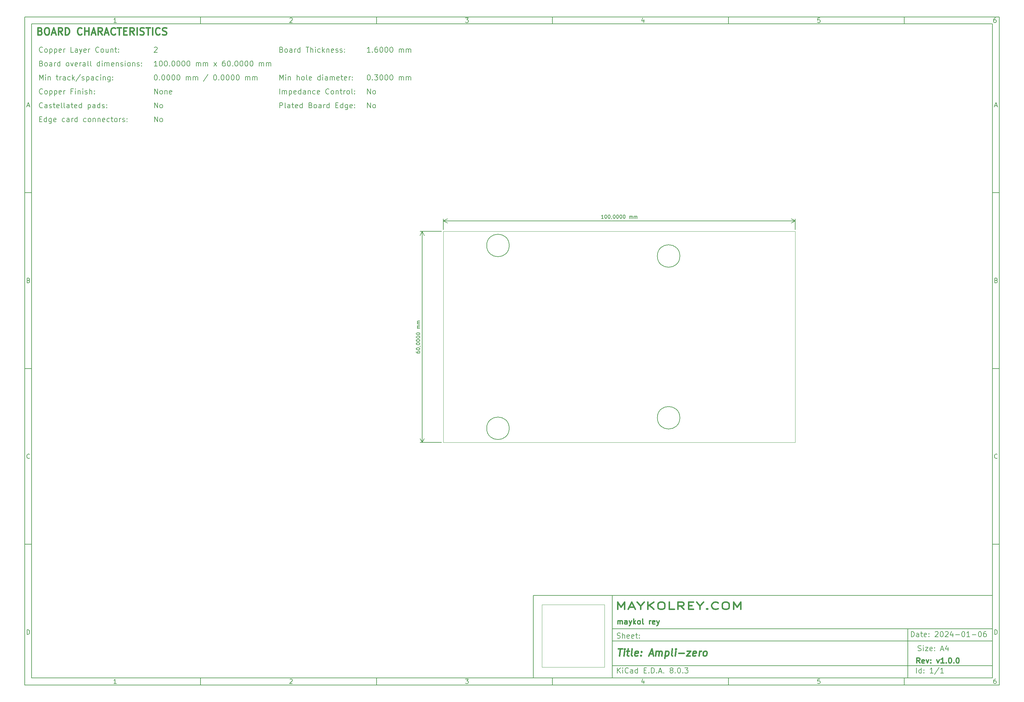
<source format=gbr>
%TF.GenerationSoftware,KiCad,Pcbnew,8.0.3-8.0.3-0~ubuntu22.04.1*%
%TF.CreationDate,2024-07-16T05:34:00-05:00*%
%TF.ProjectId,ampli-zero,616d706c-692d-47a6-9572-6f2e6b696361,v1.0.0*%
%TF.SameCoordinates,Original*%
%TF.FileFunction,Other,Comment*%
%FSLAX46Y46*%
G04 Gerber Fmt 4.6, Leading zero omitted, Abs format (unit mm)*
G04 Created by KiCad (PCBNEW 8.0.3-8.0.3-0~ubuntu22.04.1) date 2024-07-16 05:34:00*
%MOMM*%
%LPD*%
G01*
G04 APERTURE LIST*
%ADD10C,0.100000*%
%ADD11C,0.150000*%
%ADD12C,0.300000*%
%ADD13C,0.400000*%
%ADD14C,0.200000*%
%TA.AperFunction,Profile*%
%ADD15C,0.100000*%
%TD*%
G04 APERTURE END LIST*
D10*
X157012200Y-177117000D02*
X157012200Y-194897000D01*
X174792200Y-194897000D01*
X174792200Y-177117000D01*
X157012200Y-177117000D01*
D11*
X177013200Y-174505000D02*
X285002200Y-174505000D01*
X285002200Y-198007000D01*
X177013200Y-198007000D01*
X177013200Y-174505000D01*
D10*
D11*
X10000000Y-10000000D02*
X287002200Y-10000000D01*
X287002200Y-200007200D01*
X10000000Y-200007200D01*
X10000000Y-10000000D01*
D10*
D11*
X12000000Y-12000000D02*
X285002200Y-12000000D01*
X285002200Y-198007200D01*
X12000000Y-198007200D01*
X12000000Y-12000000D01*
D10*
D11*
X60000000Y-12000000D02*
X60000000Y-10000000D01*
D10*
D11*
X110000000Y-12000000D02*
X110000000Y-10000000D01*
D10*
D11*
X160000000Y-12000000D02*
X160000000Y-10000000D01*
D10*
D11*
X210000000Y-12000000D02*
X210000000Y-10000000D01*
D10*
D11*
X260000000Y-12000000D02*
X260000000Y-10000000D01*
D10*
D11*
X36089160Y-11593604D02*
X35346303Y-11593604D01*
X35717731Y-11593604D02*
X35717731Y-10293604D01*
X35717731Y-10293604D02*
X35593922Y-10479319D01*
X35593922Y-10479319D02*
X35470112Y-10603128D01*
X35470112Y-10603128D02*
X35346303Y-10665033D01*
D10*
D11*
X85346303Y-10417414D02*
X85408207Y-10355509D01*
X85408207Y-10355509D02*
X85532017Y-10293604D01*
X85532017Y-10293604D02*
X85841541Y-10293604D01*
X85841541Y-10293604D02*
X85965350Y-10355509D01*
X85965350Y-10355509D02*
X86027255Y-10417414D01*
X86027255Y-10417414D02*
X86089160Y-10541223D01*
X86089160Y-10541223D02*
X86089160Y-10665033D01*
X86089160Y-10665033D02*
X86027255Y-10850747D01*
X86027255Y-10850747D02*
X85284398Y-11593604D01*
X85284398Y-11593604D02*
X86089160Y-11593604D01*
D10*
D11*
X135284398Y-10293604D02*
X136089160Y-10293604D01*
X136089160Y-10293604D02*
X135655826Y-10788842D01*
X135655826Y-10788842D02*
X135841541Y-10788842D01*
X135841541Y-10788842D02*
X135965350Y-10850747D01*
X135965350Y-10850747D02*
X136027255Y-10912652D01*
X136027255Y-10912652D02*
X136089160Y-11036461D01*
X136089160Y-11036461D02*
X136089160Y-11345985D01*
X136089160Y-11345985D02*
X136027255Y-11469795D01*
X136027255Y-11469795D02*
X135965350Y-11531700D01*
X135965350Y-11531700D02*
X135841541Y-11593604D01*
X135841541Y-11593604D02*
X135470112Y-11593604D01*
X135470112Y-11593604D02*
X135346303Y-11531700D01*
X135346303Y-11531700D02*
X135284398Y-11469795D01*
D10*
D11*
X185965350Y-10726938D02*
X185965350Y-11593604D01*
X185655826Y-10231700D02*
X185346303Y-11160271D01*
X185346303Y-11160271D02*
X186151064Y-11160271D01*
D10*
D11*
X236027255Y-10293604D02*
X235408207Y-10293604D01*
X235408207Y-10293604D02*
X235346303Y-10912652D01*
X235346303Y-10912652D02*
X235408207Y-10850747D01*
X235408207Y-10850747D02*
X235532017Y-10788842D01*
X235532017Y-10788842D02*
X235841541Y-10788842D01*
X235841541Y-10788842D02*
X235965350Y-10850747D01*
X235965350Y-10850747D02*
X236027255Y-10912652D01*
X236027255Y-10912652D02*
X236089160Y-11036461D01*
X236089160Y-11036461D02*
X236089160Y-11345985D01*
X236089160Y-11345985D02*
X236027255Y-11469795D01*
X236027255Y-11469795D02*
X235965350Y-11531700D01*
X235965350Y-11531700D02*
X235841541Y-11593604D01*
X235841541Y-11593604D02*
X235532017Y-11593604D01*
X235532017Y-11593604D02*
X235408207Y-11531700D01*
X235408207Y-11531700D02*
X235346303Y-11469795D01*
D10*
D11*
X285965350Y-10293604D02*
X285717731Y-10293604D01*
X285717731Y-10293604D02*
X285593922Y-10355509D01*
X285593922Y-10355509D02*
X285532017Y-10417414D01*
X285532017Y-10417414D02*
X285408207Y-10603128D01*
X285408207Y-10603128D02*
X285346303Y-10850747D01*
X285346303Y-10850747D02*
X285346303Y-11345985D01*
X285346303Y-11345985D02*
X285408207Y-11469795D01*
X285408207Y-11469795D02*
X285470112Y-11531700D01*
X285470112Y-11531700D02*
X285593922Y-11593604D01*
X285593922Y-11593604D02*
X285841541Y-11593604D01*
X285841541Y-11593604D02*
X285965350Y-11531700D01*
X285965350Y-11531700D02*
X286027255Y-11469795D01*
X286027255Y-11469795D02*
X286089160Y-11345985D01*
X286089160Y-11345985D02*
X286089160Y-11036461D01*
X286089160Y-11036461D02*
X286027255Y-10912652D01*
X286027255Y-10912652D02*
X285965350Y-10850747D01*
X285965350Y-10850747D02*
X285841541Y-10788842D01*
X285841541Y-10788842D02*
X285593922Y-10788842D01*
X285593922Y-10788842D02*
X285470112Y-10850747D01*
X285470112Y-10850747D02*
X285408207Y-10912652D01*
X285408207Y-10912652D02*
X285346303Y-11036461D01*
D10*
D11*
X60000000Y-198007200D02*
X60000000Y-200007200D01*
D10*
D11*
X110000000Y-198007200D02*
X110000000Y-200007200D01*
D10*
D11*
X160000000Y-198007200D02*
X160000000Y-200007200D01*
D10*
D11*
X210000000Y-198007200D02*
X210000000Y-200007200D01*
D10*
D11*
X260000000Y-198007200D02*
X260000000Y-200007200D01*
D10*
D11*
X36089160Y-199600804D02*
X35346303Y-199600804D01*
X35717731Y-199600804D02*
X35717731Y-198300804D01*
X35717731Y-198300804D02*
X35593922Y-198486519D01*
X35593922Y-198486519D02*
X35470112Y-198610328D01*
X35470112Y-198610328D02*
X35346303Y-198672233D01*
D10*
D11*
X85346303Y-198424614D02*
X85408207Y-198362709D01*
X85408207Y-198362709D02*
X85532017Y-198300804D01*
X85532017Y-198300804D02*
X85841541Y-198300804D01*
X85841541Y-198300804D02*
X85965350Y-198362709D01*
X85965350Y-198362709D02*
X86027255Y-198424614D01*
X86027255Y-198424614D02*
X86089160Y-198548423D01*
X86089160Y-198548423D02*
X86089160Y-198672233D01*
X86089160Y-198672233D02*
X86027255Y-198857947D01*
X86027255Y-198857947D02*
X85284398Y-199600804D01*
X85284398Y-199600804D02*
X86089160Y-199600804D01*
D10*
D11*
X135284398Y-198300804D02*
X136089160Y-198300804D01*
X136089160Y-198300804D02*
X135655826Y-198796042D01*
X135655826Y-198796042D02*
X135841541Y-198796042D01*
X135841541Y-198796042D02*
X135965350Y-198857947D01*
X135965350Y-198857947D02*
X136027255Y-198919852D01*
X136027255Y-198919852D02*
X136089160Y-199043661D01*
X136089160Y-199043661D02*
X136089160Y-199353185D01*
X136089160Y-199353185D02*
X136027255Y-199476995D01*
X136027255Y-199476995D02*
X135965350Y-199538900D01*
X135965350Y-199538900D02*
X135841541Y-199600804D01*
X135841541Y-199600804D02*
X135470112Y-199600804D01*
X135470112Y-199600804D02*
X135346303Y-199538900D01*
X135346303Y-199538900D02*
X135284398Y-199476995D01*
D10*
D11*
X185965350Y-198734138D02*
X185965350Y-199600804D01*
X185655826Y-198238900D02*
X185346303Y-199167471D01*
X185346303Y-199167471D02*
X186151064Y-199167471D01*
D10*
D11*
X236027255Y-198300804D02*
X235408207Y-198300804D01*
X235408207Y-198300804D02*
X235346303Y-198919852D01*
X235346303Y-198919852D02*
X235408207Y-198857947D01*
X235408207Y-198857947D02*
X235532017Y-198796042D01*
X235532017Y-198796042D02*
X235841541Y-198796042D01*
X235841541Y-198796042D02*
X235965350Y-198857947D01*
X235965350Y-198857947D02*
X236027255Y-198919852D01*
X236027255Y-198919852D02*
X236089160Y-199043661D01*
X236089160Y-199043661D02*
X236089160Y-199353185D01*
X236089160Y-199353185D02*
X236027255Y-199476995D01*
X236027255Y-199476995D02*
X235965350Y-199538900D01*
X235965350Y-199538900D02*
X235841541Y-199600804D01*
X235841541Y-199600804D02*
X235532017Y-199600804D01*
X235532017Y-199600804D02*
X235408207Y-199538900D01*
X235408207Y-199538900D02*
X235346303Y-199476995D01*
D10*
D11*
X285965350Y-198300804D02*
X285717731Y-198300804D01*
X285717731Y-198300804D02*
X285593922Y-198362709D01*
X285593922Y-198362709D02*
X285532017Y-198424614D01*
X285532017Y-198424614D02*
X285408207Y-198610328D01*
X285408207Y-198610328D02*
X285346303Y-198857947D01*
X285346303Y-198857947D02*
X285346303Y-199353185D01*
X285346303Y-199353185D02*
X285408207Y-199476995D01*
X285408207Y-199476995D02*
X285470112Y-199538900D01*
X285470112Y-199538900D02*
X285593922Y-199600804D01*
X285593922Y-199600804D02*
X285841541Y-199600804D01*
X285841541Y-199600804D02*
X285965350Y-199538900D01*
X285965350Y-199538900D02*
X286027255Y-199476995D01*
X286027255Y-199476995D02*
X286089160Y-199353185D01*
X286089160Y-199353185D02*
X286089160Y-199043661D01*
X286089160Y-199043661D02*
X286027255Y-198919852D01*
X286027255Y-198919852D02*
X285965350Y-198857947D01*
X285965350Y-198857947D02*
X285841541Y-198796042D01*
X285841541Y-198796042D02*
X285593922Y-198796042D01*
X285593922Y-198796042D02*
X285470112Y-198857947D01*
X285470112Y-198857947D02*
X285408207Y-198919852D01*
X285408207Y-198919852D02*
X285346303Y-199043661D01*
D10*
D11*
X10000000Y-60000000D02*
X12000000Y-60000000D01*
D10*
D11*
X10000000Y-110000000D02*
X12000000Y-110000000D01*
D10*
D11*
X10000000Y-160000000D02*
X12000000Y-160000000D01*
D10*
D11*
X10690476Y-35222176D02*
X11309523Y-35222176D01*
X10566666Y-35593604D02*
X10999999Y-34293604D01*
X10999999Y-34293604D02*
X11433333Y-35593604D01*
D10*
D11*
X11092857Y-84912652D02*
X11278571Y-84974557D01*
X11278571Y-84974557D02*
X11340476Y-85036461D01*
X11340476Y-85036461D02*
X11402380Y-85160271D01*
X11402380Y-85160271D02*
X11402380Y-85345985D01*
X11402380Y-85345985D02*
X11340476Y-85469795D01*
X11340476Y-85469795D02*
X11278571Y-85531700D01*
X11278571Y-85531700D02*
X11154761Y-85593604D01*
X11154761Y-85593604D02*
X10659523Y-85593604D01*
X10659523Y-85593604D02*
X10659523Y-84293604D01*
X10659523Y-84293604D02*
X11092857Y-84293604D01*
X11092857Y-84293604D02*
X11216666Y-84355509D01*
X11216666Y-84355509D02*
X11278571Y-84417414D01*
X11278571Y-84417414D02*
X11340476Y-84541223D01*
X11340476Y-84541223D02*
X11340476Y-84665033D01*
X11340476Y-84665033D02*
X11278571Y-84788842D01*
X11278571Y-84788842D02*
X11216666Y-84850747D01*
X11216666Y-84850747D02*
X11092857Y-84912652D01*
X11092857Y-84912652D02*
X10659523Y-84912652D01*
D10*
D11*
X11402380Y-135469795D02*
X11340476Y-135531700D01*
X11340476Y-135531700D02*
X11154761Y-135593604D01*
X11154761Y-135593604D02*
X11030952Y-135593604D01*
X11030952Y-135593604D02*
X10845238Y-135531700D01*
X10845238Y-135531700D02*
X10721428Y-135407890D01*
X10721428Y-135407890D02*
X10659523Y-135284080D01*
X10659523Y-135284080D02*
X10597619Y-135036461D01*
X10597619Y-135036461D02*
X10597619Y-134850747D01*
X10597619Y-134850747D02*
X10659523Y-134603128D01*
X10659523Y-134603128D02*
X10721428Y-134479319D01*
X10721428Y-134479319D02*
X10845238Y-134355509D01*
X10845238Y-134355509D02*
X11030952Y-134293604D01*
X11030952Y-134293604D02*
X11154761Y-134293604D01*
X11154761Y-134293604D02*
X11340476Y-134355509D01*
X11340476Y-134355509D02*
X11402380Y-134417414D01*
D10*
D11*
X10659523Y-185593604D02*
X10659523Y-184293604D01*
X10659523Y-184293604D02*
X10969047Y-184293604D01*
X10969047Y-184293604D02*
X11154761Y-184355509D01*
X11154761Y-184355509D02*
X11278571Y-184479319D01*
X11278571Y-184479319D02*
X11340476Y-184603128D01*
X11340476Y-184603128D02*
X11402380Y-184850747D01*
X11402380Y-184850747D02*
X11402380Y-185036461D01*
X11402380Y-185036461D02*
X11340476Y-185284080D01*
X11340476Y-185284080D02*
X11278571Y-185407890D01*
X11278571Y-185407890D02*
X11154761Y-185531700D01*
X11154761Y-185531700D02*
X10969047Y-185593604D01*
X10969047Y-185593604D02*
X10659523Y-185593604D01*
D10*
D11*
X287002200Y-60000000D02*
X285002200Y-60000000D01*
D10*
D11*
X287002200Y-110000000D02*
X285002200Y-110000000D01*
D10*
D11*
X287002200Y-160000000D02*
X285002200Y-160000000D01*
D10*
D11*
X285692676Y-35222176D02*
X286311723Y-35222176D01*
X285568866Y-35593604D02*
X286002199Y-34293604D01*
X286002199Y-34293604D02*
X286435533Y-35593604D01*
D10*
D11*
X286095057Y-84912652D02*
X286280771Y-84974557D01*
X286280771Y-84974557D02*
X286342676Y-85036461D01*
X286342676Y-85036461D02*
X286404580Y-85160271D01*
X286404580Y-85160271D02*
X286404580Y-85345985D01*
X286404580Y-85345985D02*
X286342676Y-85469795D01*
X286342676Y-85469795D02*
X286280771Y-85531700D01*
X286280771Y-85531700D02*
X286156961Y-85593604D01*
X286156961Y-85593604D02*
X285661723Y-85593604D01*
X285661723Y-85593604D02*
X285661723Y-84293604D01*
X285661723Y-84293604D02*
X286095057Y-84293604D01*
X286095057Y-84293604D02*
X286218866Y-84355509D01*
X286218866Y-84355509D02*
X286280771Y-84417414D01*
X286280771Y-84417414D02*
X286342676Y-84541223D01*
X286342676Y-84541223D02*
X286342676Y-84665033D01*
X286342676Y-84665033D02*
X286280771Y-84788842D01*
X286280771Y-84788842D02*
X286218866Y-84850747D01*
X286218866Y-84850747D02*
X286095057Y-84912652D01*
X286095057Y-84912652D02*
X285661723Y-84912652D01*
D10*
D11*
X286404580Y-135469795D02*
X286342676Y-135531700D01*
X286342676Y-135531700D02*
X286156961Y-135593604D01*
X286156961Y-135593604D02*
X286033152Y-135593604D01*
X286033152Y-135593604D02*
X285847438Y-135531700D01*
X285847438Y-135531700D02*
X285723628Y-135407890D01*
X285723628Y-135407890D02*
X285661723Y-135284080D01*
X285661723Y-135284080D02*
X285599819Y-135036461D01*
X285599819Y-135036461D02*
X285599819Y-134850747D01*
X285599819Y-134850747D02*
X285661723Y-134603128D01*
X285661723Y-134603128D02*
X285723628Y-134479319D01*
X285723628Y-134479319D02*
X285847438Y-134355509D01*
X285847438Y-134355509D02*
X286033152Y-134293604D01*
X286033152Y-134293604D02*
X286156961Y-134293604D01*
X286156961Y-134293604D02*
X286342676Y-134355509D01*
X286342676Y-134355509D02*
X286404580Y-134417414D01*
D10*
D11*
X285661723Y-185593604D02*
X285661723Y-184293604D01*
X285661723Y-184293604D02*
X285971247Y-184293604D01*
X285971247Y-184293604D02*
X286156961Y-184355509D01*
X286156961Y-184355509D02*
X286280771Y-184479319D01*
X286280771Y-184479319D02*
X286342676Y-184603128D01*
X286342676Y-184603128D02*
X286404580Y-184850747D01*
X286404580Y-184850747D02*
X286404580Y-185036461D01*
X286404580Y-185036461D02*
X286342676Y-185284080D01*
X286342676Y-185284080D02*
X286280771Y-185407890D01*
X286280771Y-185407890D02*
X286156961Y-185531700D01*
X286156961Y-185531700D02*
X285971247Y-185593604D01*
X285971247Y-185593604D02*
X285661723Y-185593604D01*
D10*
D11*
X261958026Y-186293128D02*
X261958026Y-184793128D01*
X261958026Y-184793128D02*
X262315169Y-184793128D01*
X262315169Y-184793128D02*
X262529455Y-184864557D01*
X262529455Y-184864557D02*
X262672312Y-185007414D01*
X262672312Y-185007414D02*
X262743741Y-185150271D01*
X262743741Y-185150271D02*
X262815169Y-185435985D01*
X262815169Y-185435985D02*
X262815169Y-185650271D01*
X262815169Y-185650271D02*
X262743741Y-185935985D01*
X262743741Y-185935985D02*
X262672312Y-186078842D01*
X262672312Y-186078842D02*
X262529455Y-186221700D01*
X262529455Y-186221700D02*
X262315169Y-186293128D01*
X262315169Y-186293128D02*
X261958026Y-186293128D01*
X264100884Y-186293128D02*
X264100884Y-185507414D01*
X264100884Y-185507414D02*
X264029455Y-185364557D01*
X264029455Y-185364557D02*
X263886598Y-185293128D01*
X263886598Y-185293128D02*
X263600884Y-185293128D01*
X263600884Y-185293128D02*
X263458026Y-185364557D01*
X264100884Y-186221700D02*
X263958026Y-186293128D01*
X263958026Y-186293128D02*
X263600884Y-186293128D01*
X263600884Y-186293128D02*
X263458026Y-186221700D01*
X263458026Y-186221700D02*
X263386598Y-186078842D01*
X263386598Y-186078842D02*
X263386598Y-185935985D01*
X263386598Y-185935985D02*
X263458026Y-185793128D01*
X263458026Y-185793128D02*
X263600884Y-185721700D01*
X263600884Y-185721700D02*
X263958026Y-185721700D01*
X263958026Y-185721700D02*
X264100884Y-185650271D01*
X264600884Y-185293128D02*
X265172312Y-185293128D01*
X264815169Y-184793128D02*
X264815169Y-186078842D01*
X264815169Y-186078842D02*
X264886598Y-186221700D01*
X264886598Y-186221700D02*
X265029455Y-186293128D01*
X265029455Y-186293128D02*
X265172312Y-186293128D01*
X266243741Y-186221700D02*
X266100884Y-186293128D01*
X266100884Y-186293128D02*
X265815170Y-186293128D01*
X265815170Y-186293128D02*
X265672312Y-186221700D01*
X265672312Y-186221700D02*
X265600884Y-186078842D01*
X265600884Y-186078842D02*
X265600884Y-185507414D01*
X265600884Y-185507414D02*
X265672312Y-185364557D01*
X265672312Y-185364557D02*
X265815170Y-185293128D01*
X265815170Y-185293128D02*
X266100884Y-185293128D01*
X266100884Y-185293128D02*
X266243741Y-185364557D01*
X266243741Y-185364557D02*
X266315170Y-185507414D01*
X266315170Y-185507414D02*
X266315170Y-185650271D01*
X266315170Y-185650271D02*
X265600884Y-185793128D01*
X266958026Y-186150271D02*
X267029455Y-186221700D01*
X267029455Y-186221700D02*
X266958026Y-186293128D01*
X266958026Y-186293128D02*
X266886598Y-186221700D01*
X266886598Y-186221700D02*
X266958026Y-186150271D01*
X266958026Y-186150271D02*
X266958026Y-186293128D01*
X266958026Y-185364557D02*
X267029455Y-185435985D01*
X267029455Y-185435985D02*
X266958026Y-185507414D01*
X266958026Y-185507414D02*
X266886598Y-185435985D01*
X266886598Y-185435985D02*
X266958026Y-185364557D01*
X266958026Y-185364557D02*
X266958026Y-185507414D01*
X268743741Y-184935985D02*
X268815169Y-184864557D01*
X268815169Y-184864557D02*
X268958027Y-184793128D01*
X268958027Y-184793128D02*
X269315169Y-184793128D01*
X269315169Y-184793128D02*
X269458027Y-184864557D01*
X269458027Y-184864557D02*
X269529455Y-184935985D01*
X269529455Y-184935985D02*
X269600884Y-185078842D01*
X269600884Y-185078842D02*
X269600884Y-185221700D01*
X269600884Y-185221700D02*
X269529455Y-185435985D01*
X269529455Y-185435985D02*
X268672312Y-186293128D01*
X268672312Y-186293128D02*
X269600884Y-186293128D01*
X270529455Y-184793128D02*
X270672312Y-184793128D01*
X270672312Y-184793128D02*
X270815169Y-184864557D01*
X270815169Y-184864557D02*
X270886598Y-184935985D01*
X270886598Y-184935985D02*
X270958026Y-185078842D01*
X270958026Y-185078842D02*
X271029455Y-185364557D01*
X271029455Y-185364557D02*
X271029455Y-185721700D01*
X271029455Y-185721700D02*
X270958026Y-186007414D01*
X270958026Y-186007414D02*
X270886598Y-186150271D01*
X270886598Y-186150271D02*
X270815169Y-186221700D01*
X270815169Y-186221700D02*
X270672312Y-186293128D01*
X270672312Y-186293128D02*
X270529455Y-186293128D01*
X270529455Y-186293128D02*
X270386598Y-186221700D01*
X270386598Y-186221700D02*
X270315169Y-186150271D01*
X270315169Y-186150271D02*
X270243740Y-186007414D01*
X270243740Y-186007414D02*
X270172312Y-185721700D01*
X270172312Y-185721700D02*
X270172312Y-185364557D01*
X270172312Y-185364557D02*
X270243740Y-185078842D01*
X270243740Y-185078842D02*
X270315169Y-184935985D01*
X270315169Y-184935985D02*
X270386598Y-184864557D01*
X270386598Y-184864557D02*
X270529455Y-184793128D01*
X271600883Y-184935985D02*
X271672311Y-184864557D01*
X271672311Y-184864557D02*
X271815169Y-184793128D01*
X271815169Y-184793128D02*
X272172311Y-184793128D01*
X272172311Y-184793128D02*
X272315169Y-184864557D01*
X272315169Y-184864557D02*
X272386597Y-184935985D01*
X272386597Y-184935985D02*
X272458026Y-185078842D01*
X272458026Y-185078842D02*
X272458026Y-185221700D01*
X272458026Y-185221700D02*
X272386597Y-185435985D01*
X272386597Y-185435985D02*
X271529454Y-186293128D01*
X271529454Y-186293128D02*
X272458026Y-186293128D01*
X273743740Y-185293128D02*
X273743740Y-186293128D01*
X273386597Y-184721700D02*
X273029454Y-185793128D01*
X273029454Y-185793128D02*
X273958025Y-185793128D01*
X274529453Y-185721700D02*
X275672311Y-185721700D01*
X276672311Y-184793128D02*
X276815168Y-184793128D01*
X276815168Y-184793128D02*
X276958025Y-184864557D01*
X276958025Y-184864557D02*
X277029454Y-184935985D01*
X277029454Y-184935985D02*
X277100882Y-185078842D01*
X277100882Y-185078842D02*
X277172311Y-185364557D01*
X277172311Y-185364557D02*
X277172311Y-185721700D01*
X277172311Y-185721700D02*
X277100882Y-186007414D01*
X277100882Y-186007414D02*
X277029454Y-186150271D01*
X277029454Y-186150271D02*
X276958025Y-186221700D01*
X276958025Y-186221700D02*
X276815168Y-186293128D01*
X276815168Y-186293128D02*
X276672311Y-186293128D01*
X276672311Y-186293128D02*
X276529454Y-186221700D01*
X276529454Y-186221700D02*
X276458025Y-186150271D01*
X276458025Y-186150271D02*
X276386596Y-186007414D01*
X276386596Y-186007414D02*
X276315168Y-185721700D01*
X276315168Y-185721700D02*
X276315168Y-185364557D01*
X276315168Y-185364557D02*
X276386596Y-185078842D01*
X276386596Y-185078842D02*
X276458025Y-184935985D01*
X276458025Y-184935985D02*
X276529454Y-184864557D01*
X276529454Y-184864557D02*
X276672311Y-184793128D01*
X278600882Y-186293128D02*
X277743739Y-186293128D01*
X278172310Y-186293128D02*
X278172310Y-184793128D01*
X278172310Y-184793128D02*
X278029453Y-185007414D01*
X278029453Y-185007414D02*
X277886596Y-185150271D01*
X277886596Y-185150271D02*
X277743739Y-185221700D01*
X279243738Y-185721700D02*
X280386596Y-185721700D01*
X281386596Y-184793128D02*
X281529453Y-184793128D01*
X281529453Y-184793128D02*
X281672310Y-184864557D01*
X281672310Y-184864557D02*
X281743739Y-184935985D01*
X281743739Y-184935985D02*
X281815167Y-185078842D01*
X281815167Y-185078842D02*
X281886596Y-185364557D01*
X281886596Y-185364557D02*
X281886596Y-185721700D01*
X281886596Y-185721700D02*
X281815167Y-186007414D01*
X281815167Y-186007414D02*
X281743739Y-186150271D01*
X281743739Y-186150271D02*
X281672310Y-186221700D01*
X281672310Y-186221700D02*
X281529453Y-186293128D01*
X281529453Y-186293128D02*
X281386596Y-186293128D01*
X281386596Y-186293128D02*
X281243739Y-186221700D01*
X281243739Y-186221700D02*
X281172310Y-186150271D01*
X281172310Y-186150271D02*
X281100881Y-186007414D01*
X281100881Y-186007414D02*
X281029453Y-185721700D01*
X281029453Y-185721700D02*
X281029453Y-185364557D01*
X281029453Y-185364557D02*
X281100881Y-185078842D01*
X281100881Y-185078842D02*
X281172310Y-184935985D01*
X281172310Y-184935985D02*
X281243739Y-184864557D01*
X281243739Y-184864557D02*
X281386596Y-184793128D01*
X283172310Y-184793128D02*
X282886595Y-184793128D01*
X282886595Y-184793128D02*
X282743738Y-184864557D01*
X282743738Y-184864557D02*
X282672310Y-184935985D01*
X282672310Y-184935985D02*
X282529452Y-185150271D01*
X282529452Y-185150271D02*
X282458024Y-185435985D01*
X282458024Y-185435985D02*
X282458024Y-186007414D01*
X282458024Y-186007414D02*
X282529452Y-186150271D01*
X282529452Y-186150271D02*
X282600881Y-186221700D01*
X282600881Y-186221700D02*
X282743738Y-186293128D01*
X282743738Y-186293128D02*
X283029452Y-186293128D01*
X283029452Y-186293128D02*
X283172310Y-186221700D01*
X283172310Y-186221700D02*
X283243738Y-186150271D01*
X283243738Y-186150271D02*
X283315167Y-186007414D01*
X283315167Y-186007414D02*
X283315167Y-185650271D01*
X283315167Y-185650271D02*
X283243738Y-185507414D01*
X283243738Y-185507414D02*
X283172310Y-185435985D01*
X283172310Y-185435985D02*
X283029452Y-185364557D01*
X283029452Y-185364557D02*
X282743738Y-185364557D01*
X282743738Y-185364557D02*
X282600881Y-185435985D01*
X282600881Y-185435985D02*
X282529452Y-185507414D01*
X282529452Y-185507414D02*
X282458024Y-185650271D01*
D10*
D11*
X177002200Y-194507200D02*
X285002200Y-194507200D01*
D10*
D11*
X178458026Y-196593328D02*
X178458026Y-195093328D01*
X179315169Y-196593328D02*
X178672312Y-195736185D01*
X179315169Y-195093328D02*
X178458026Y-195950471D01*
X179958026Y-196593328D02*
X179958026Y-195593328D01*
X179958026Y-195093328D02*
X179886598Y-195164757D01*
X179886598Y-195164757D02*
X179958026Y-195236185D01*
X179958026Y-195236185D02*
X180029455Y-195164757D01*
X180029455Y-195164757D02*
X179958026Y-195093328D01*
X179958026Y-195093328D02*
X179958026Y-195236185D01*
X181529455Y-196450471D02*
X181458027Y-196521900D01*
X181458027Y-196521900D02*
X181243741Y-196593328D01*
X181243741Y-196593328D02*
X181100884Y-196593328D01*
X181100884Y-196593328D02*
X180886598Y-196521900D01*
X180886598Y-196521900D02*
X180743741Y-196379042D01*
X180743741Y-196379042D02*
X180672312Y-196236185D01*
X180672312Y-196236185D02*
X180600884Y-195950471D01*
X180600884Y-195950471D02*
X180600884Y-195736185D01*
X180600884Y-195736185D02*
X180672312Y-195450471D01*
X180672312Y-195450471D02*
X180743741Y-195307614D01*
X180743741Y-195307614D02*
X180886598Y-195164757D01*
X180886598Y-195164757D02*
X181100884Y-195093328D01*
X181100884Y-195093328D02*
X181243741Y-195093328D01*
X181243741Y-195093328D02*
X181458027Y-195164757D01*
X181458027Y-195164757D02*
X181529455Y-195236185D01*
X182815170Y-196593328D02*
X182815170Y-195807614D01*
X182815170Y-195807614D02*
X182743741Y-195664757D01*
X182743741Y-195664757D02*
X182600884Y-195593328D01*
X182600884Y-195593328D02*
X182315170Y-195593328D01*
X182315170Y-195593328D02*
X182172312Y-195664757D01*
X182815170Y-196521900D02*
X182672312Y-196593328D01*
X182672312Y-196593328D02*
X182315170Y-196593328D01*
X182315170Y-196593328D02*
X182172312Y-196521900D01*
X182172312Y-196521900D02*
X182100884Y-196379042D01*
X182100884Y-196379042D02*
X182100884Y-196236185D01*
X182100884Y-196236185D02*
X182172312Y-196093328D01*
X182172312Y-196093328D02*
X182315170Y-196021900D01*
X182315170Y-196021900D02*
X182672312Y-196021900D01*
X182672312Y-196021900D02*
X182815170Y-195950471D01*
X184172313Y-196593328D02*
X184172313Y-195093328D01*
X184172313Y-196521900D02*
X184029455Y-196593328D01*
X184029455Y-196593328D02*
X183743741Y-196593328D01*
X183743741Y-196593328D02*
X183600884Y-196521900D01*
X183600884Y-196521900D02*
X183529455Y-196450471D01*
X183529455Y-196450471D02*
X183458027Y-196307614D01*
X183458027Y-196307614D02*
X183458027Y-195879042D01*
X183458027Y-195879042D02*
X183529455Y-195736185D01*
X183529455Y-195736185D02*
X183600884Y-195664757D01*
X183600884Y-195664757D02*
X183743741Y-195593328D01*
X183743741Y-195593328D02*
X184029455Y-195593328D01*
X184029455Y-195593328D02*
X184172313Y-195664757D01*
X186029455Y-195807614D02*
X186529455Y-195807614D01*
X186743741Y-196593328D02*
X186029455Y-196593328D01*
X186029455Y-196593328D02*
X186029455Y-195093328D01*
X186029455Y-195093328D02*
X186743741Y-195093328D01*
X187386598Y-196450471D02*
X187458027Y-196521900D01*
X187458027Y-196521900D02*
X187386598Y-196593328D01*
X187386598Y-196593328D02*
X187315170Y-196521900D01*
X187315170Y-196521900D02*
X187386598Y-196450471D01*
X187386598Y-196450471D02*
X187386598Y-196593328D01*
X188100884Y-196593328D02*
X188100884Y-195093328D01*
X188100884Y-195093328D02*
X188458027Y-195093328D01*
X188458027Y-195093328D02*
X188672313Y-195164757D01*
X188672313Y-195164757D02*
X188815170Y-195307614D01*
X188815170Y-195307614D02*
X188886599Y-195450471D01*
X188886599Y-195450471D02*
X188958027Y-195736185D01*
X188958027Y-195736185D02*
X188958027Y-195950471D01*
X188958027Y-195950471D02*
X188886599Y-196236185D01*
X188886599Y-196236185D02*
X188815170Y-196379042D01*
X188815170Y-196379042D02*
X188672313Y-196521900D01*
X188672313Y-196521900D02*
X188458027Y-196593328D01*
X188458027Y-196593328D02*
X188100884Y-196593328D01*
X189600884Y-196450471D02*
X189672313Y-196521900D01*
X189672313Y-196521900D02*
X189600884Y-196593328D01*
X189600884Y-196593328D02*
X189529456Y-196521900D01*
X189529456Y-196521900D02*
X189600884Y-196450471D01*
X189600884Y-196450471D02*
X189600884Y-196593328D01*
X190243742Y-196164757D02*
X190958028Y-196164757D01*
X190100885Y-196593328D02*
X190600885Y-195093328D01*
X190600885Y-195093328D02*
X191100885Y-196593328D01*
X191600884Y-196450471D02*
X191672313Y-196521900D01*
X191672313Y-196521900D02*
X191600884Y-196593328D01*
X191600884Y-196593328D02*
X191529456Y-196521900D01*
X191529456Y-196521900D02*
X191600884Y-196450471D01*
X191600884Y-196450471D02*
X191600884Y-196593328D01*
X193672313Y-195736185D02*
X193529456Y-195664757D01*
X193529456Y-195664757D02*
X193458027Y-195593328D01*
X193458027Y-195593328D02*
X193386599Y-195450471D01*
X193386599Y-195450471D02*
X193386599Y-195379042D01*
X193386599Y-195379042D02*
X193458027Y-195236185D01*
X193458027Y-195236185D02*
X193529456Y-195164757D01*
X193529456Y-195164757D02*
X193672313Y-195093328D01*
X193672313Y-195093328D02*
X193958027Y-195093328D01*
X193958027Y-195093328D02*
X194100885Y-195164757D01*
X194100885Y-195164757D02*
X194172313Y-195236185D01*
X194172313Y-195236185D02*
X194243742Y-195379042D01*
X194243742Y-195379042D02*
X194243742Y-195450471D01*
X194243742Y-195450471D02*
X194172313Y-195593328D01*
X194172313Y-195593328D02*
X194100885Y-195664757D01*
X194100885Y-195664757D02*
X193958027Y-195736185D01*
X193958027Y-195736185D02*
X193672313Y-195736185D01*
X193672313Y-195736185D02*
X193529456Y-195807614D01*
X193529456Y-195807614D02*
X193458027Y-195879042D01*
X193458027Y-195879042D02*
X193386599Y-196021900D01*
X193386599Y-196021900D02*
X193386599Y-196307614D01*
X193386599Y-196307614D02*
X193458027Y-196450471D01*
X193458027Y-196450471D02*
X193529456Y-196521900D01*
X193529456Y-196521900D02*
X193672313Y-196593328D01*
X193672313Y-196593328D02*
X193958027Y-196593328D01*
X193958027Y-196593328D02*
X194100885Y-196521900D01*
X194100885Y-196521900D02*
X194172313Y-196450471D01*
X194172313Y-196450471D02*
X194243742Y-196307614D01*
X194243742Y-196307614D02*
X194243742Y-196021900D01*
X194243742Y-196021900D02*
X194172313Y-195879042D01*
X194172313Y-195879042D02*
X194100885Y-195807614D01*
X194100885Y-195807614D02*
X193958027Y-195736185D01*
X194886598Y-196450471D02*
X194958027Y-196521900D01*
X194958027Y-196521900D02*
X194886598Y-196593328D01*
X194886598Y-196593328D02*
X194815170Y-196521900D01*
X194815170Y-196521900D02*
X194886598Y-196450471D01*
X194886598Y-196450471D02*
X194886598Y-196593328D01*
X195886599Y-195093328D02*
X196029456Y-195093328D01*
X196029456Y-195093328D02*
X196172313Y-195164757D01*
X196172313Y-195164757D02*
X196243742Y-195236185D01*
X196243742Y-195236185D02*
X196315170Y-195379042D01*
X196315170Y-195379042D02*
X196386599Y-195664757D01*
X196386599Y-195664757D02*
X196386599Y-196021900D01*
X196386599Y-196021900D02*
X196315170Y-196307614D01*
X196315170Y-196307614D02*
X196243742Y-196450471D01*
X196243742Y-196450471D02*
X196172313Y-196521900D01*
X196172313Y-196521900D02*
X196029456Y-196593328D01*
X196029456Y-196593328D02*
X195886599Y-196593328D01*
X195886599Y-196593328D02*
X195743742Y-196521900D01*
X195743742Y-196521900D02*
X195672313Y-196450471D01*
X195672313Y-196450471D02*
X195600884Y-196307614D01*
X195600884Y-196307614D02*
X195529456Y-196021900D01*
X195529456Y-196021900D02*
X195529456Y-195664757D01*
X195529456Y-195664757D02*
X195600884Y-195379042D01*
X195600884Y-195379042D02*
X195672313Y-195236185D01*
X195672313Y-195236185D02*
X195743742Y-195164757D01*
X195743742Y-195164757D02*
X195886599Y-195093328D01*
X197029455Y-196450471D02*
X197100884Y-196521900D01*
X197100884Y-196521900D02*
X197029455Y-196593328D01*
X197029455Y-196593328D02*
X196958027Y-196521900D01*
X196958027Y-196521900D02*
X197029455Y-196450471D01*
X197029455Y-196450471D02*
X197029455Y-196593328D01*
X197600884Y-195093328D02*
X198529456Y-195093328D01*
X198529456Y-195093328D02*
X198029456Y-195664757D01*
X198029456Y-195664757D02*
X198243741Y-195664757D01*
X198243741Y-195664757D02*
X198386599Y-195736185D01*
X198386599Y-195736185D02*
X198458027Y-195807614D01*
X198458027Y-195807614D02*
X198529456Y-195950471D01*
X198529456Y-195950471D02*
X198529456Y-196307614D01*
X198529456Y-196307614D02*
X198458027Y-196450471D01*
X198458027Y-196450471D02*
X198386599Y-196521900D01*
X198386599Y-196521900D02*
X198243741Y-196593328D01*
X198243741Y-196593328D02*
X197815170Y-196593328D01*
X197815170Y-196593328D02*
X197672313Y-196521900D01*
X197672313Y-196521900D02*
X197600884Y-196450471D01*
D10*
D12*
X264413853Y-193785528D02*
X263913853Y-193071242D01*
X263556710Y-193785528D02*
X263556710Y-192285528D01*
X263556710Y-192285528D02*
X264128139Y-192285528D01*
X264128139Y-192285528D02*
X264270996Y-192356957D01*
X264270996Y-192356957D02*
X264342425Y-192428385D01*
X264342425Y-192428385D02*
X264413853Y-192571242D01*
X264413853Y-192571242D02*
X264413853Y-192785528D01*
X264413853Y-192785528D02*
X264342425Y-192928385D01*
X264342425Y-192928385D02*
X264270996Y-192999814D01*
X264270996Y-192999814D02*
X264128139Y-193071242D01*
X264128139Y-193071242D02*
X263556710Y-193071242D01*
X265628139Y-193714100D02*
X265485282Y-193785528D01*
X265485282Y-193785528D02*
X265199568Y-193785528D01*
X265199568Y-193785528D02*
X265056710Y-193714100D01*
X265056710Y-193714100D02*
X264985282Y-193571242D01*
X264985282Y-193571242D02*
X264985282Y-192999814D01*
X264985282Y-192999814D02*
X265056710Y-192856957D01*
X265056710Y-192856957D02*
X265199568Y-192785528D01*
X265199568Y-192785528D02*
X265485282Y-192785528D01*
X265485282Y-192785528D02*
X265628139Y-192856957D01*
X265628139Y-192856957D02*
X265699568Y-192999814D01*
X265699568Y-192999814D02*
X265699568Y-193142671D01*
X265699568Y-193142671D02*
X264985282Y-193285528D01*
X266199567Y-192785528D02*
X266556710Y-193785528D01*
X266556710Y-193785528D02*
X266913853Y-192785528D01*
X267485281Y-193642671D02*
X267556710Y-193714100D01*
X267556710Y-193714100D02*
X267485281Y-193785528D01*
X267485281Y-193785528D02*
X267413853Y-193714100D01*
X267413853Y-193714100D02*
X267485281Y-193642671D01*
X267485281Y-193642671D02*
X267485281Y-193785528D01*
X267485281Y-192856957D02*
X267556710Y-192928385D01*
X267556710Y-192928385D02*
X267485281Y-192999814D01*
X267485281Y-192999814D02*
X267413853Y-192928385D01*
X267413853Y-192928385D02*
X267485281Y-192856957D01*
X267485281Y-192856957D02*
X267485281Y-192999814D01*
X269199567Y-192785528D02*
X269556710Y-193785528D01*
X269556710Y-193785528D02*
X269913853Y-192785528D01*
X271270996Y-193785528D02*
X270413853Y-193785528D01*
X270842424Y-193785528D02*
X270842424Y-192285528D01*
X270842424Y-192285528D02*
X270699567Y-192499814D01*
X270699567Y-192499814D02*
X270556710Y-192642671D01*
X270556710Y-192642671D02*
X270413853Y-192714100D01*
X271913852Y-193642671D02*
X271985281Y-193714100D01*
X271985281Y-193714100D02*
X271913852Y-193785528D01*
X271913852Y-193785528D02*
X271842424Y-193714100D01*
X271842424Y-193714100D02*
X271913852Y-193642671D01*
X271913852Y-193642671D02*
X271913852Y-193785528D01*
X272913853Y-192285528D02*
X273056710Y-192285528D01*
X273056710Y-192285528D02*
X273199567Y-192356957D01*
X273199567Y-192356957D02*
X273270996Y-192428385D01*
X273270996Y-192428385D02*
X273342424Y-192571242D01*
X273342424Y-192571242D02*
X273413853Y-192856957D01*
X273413853Y-192856957D02*
X273413853Y-193214100D01*
X273413853Y-193214100D02*
X273342424Y-193499814D01*
X273342424Y-193499814D02*
X273270996Y-193642671D01*
X273270996Y-193642671D02*
X273199567Y-193714100D01*
X273199567Y-193714100D02*
X273056710Y-193785528D01*
X273056710Y-193785528D02*
X272913853Y-193785528D01*
X272913853Y-193785528D02*
X272770996Y-193714100D01*
X272770996Y-193714100D02*
X272699567Y-193642671D01*
X272699567Y-193642671D02*
X272628138Y-193499814D01*
X272628138Y-193499814D02*
X272556710Y-193214100D01*
X272556710Y-193214100D02*
X272556710Y-192856957D01*
X272556710Y-192856957D02*
X272628138Y-192571242D01*
X272628138Y-192571242D02*
X272699567Y-192428385D01*
X272699567Y-192428385D02*
X272770996Y-192356957D01*
X272770996Y-192356957D02*
X272913853Y-192285528D01*
X274056709Y-193642671D02*
X274128138Y-193714100D01*
X274128138Y-193714100D02*
X274056709Y-193785528D01*
X274056709Y-193785528D02*
X273985281Y-193714100D01*
X273985281Y-193714100D02*
X274056709Y-193642671D01*
X274056709Y-193642671D02*
X274056709Y-193785528D01*
X275056710Y-192285528D02*
X275199567Y-192285528D01*
X275199567Y-192285528D02*
X275342424Y-192356957D01*
X275342424Y-192356957D02*
X275413853Y-192428385D01*
X275413853Y-192428385D02*
X275485281Y-192571242D01*
X275485281Y-192571242D02*
X275556710Y-192856957D01*
X275556710Y-192856957D02*
X275556710Y-193214100D01*
X275556710Y-193214100D02*
X275485281Y-193499814D01*
X275485281Y-193499814D02*
X275413853Y-193642671D01*
X275413853Y-193642671D02*
X275342424Y-193714100D01*
X275342424Y-193714100D02*
X275199567Y-193785528D01*
X275199567Y-193785528D02*
X275056710Y-193785528D01*
X275056710Y-193785528D02*
X274913853Y-193714100D01*
X274913853Y-193714100D02*
X274842424Y-193642671D01*
X274842424Y-193642671D02*
X274770995Y-193499814D01*
X274770995Y-193499814D02*
X274699567Y-193214100D01*
X274699567Y-193214100D02*
X274699567Y-192856957D01*
X274699567Y-192856957D02*
X274770995Y-192571242D01*
X274770995Y-192571242D02*
X274842424Y-192428385D01*
X274842424Y-192428385D02*
X274913853Y-192356957D01*
X274913853Y-192356957D02*
X275056710Y-192285528D01*
D10*
D11*
X263886598Y-190221700D02*
X264100884Y-190293128D01*
X264100884Y-190293128D02*
X264458026Y-190293128D01*
X264458026Y-190293128D02*
X264600884Y-190221700D01*
X264600884Y-190221700D02*
X264672312Y-190150271D01*
X264672312Y-190150271D02*
X264743741Y-190007414D01*
X264743741Y-190007414D02*
X264743741Y-189864557D01*
X264743741Y-189864557D02*
X264672312Y-189721700D01*
X264672312Y-189721700D02*
X264600884Y-189650271D01*
X264600884Y-189650271D02*
X264458026Y-189578842D01*
X264458026Y-189578842D02*
X264172312Y-189507414D01*
X264172312Y-189507414D02*
X264029455Y-189435985D01*
X264029455Y-189435985D02*
X263958026Y-189364557D01*
X263958026Y-189364557D02*
X263886598Y-189221700D01*
X263886598Y-189221700D02*
X263886598Y-189078842D01*
X263886598Y-189078842D02*
X263958026Y-188935985D01*
X263958026Y-188935985D02*
X264029455Y-188864557D01*
X264029455Y-188864557D02*
X264172312Y-188793128D01*
X264172312Y-188793128D02*
X264529455Y-188793128D01*
X264529455Y-188793128D02*
X264743741Y-188864557D01*
X265386597Y-190293128D02*
X265386597Y-189293128D01*
X265386597Y-188793128D02*
X265315169Y-188864557D01*
X265315169Y-188864557D02*
X265386597Y-188935985D01*
X265386597Y-188935985D02*
X265458026Y-188864557D01*
X265458026Y-188864557D02*
X265386597Y-188793128D01*
X265386597Y-188793128D02*
X265386597Y-188935985D01*
X265958026Y-189293128D02*
X266743741Y-189293128D01*
X266743741Y-189293128D02*
X265958026Y-190293128D01*
X265958026Y-190293128D02*
X266743741Y-190293128D01*
X267886598Y-190221700D02*
X267743741Y-190293128D01*
X267743741Y-190293128D02*
X267458027Y-190293128D01*
X267458027Y-190293128D02*
X267315169Y-190221700D01*
X267315169Y-190221700D02*
X267243741Y-190078842D01*
X267243741Y-190078842D02*
X267243741Y-189507414D01*
X267243741Y-189507414D02*
X267315169Y-189364557D01*
X267315169Y-189364557D02*
X267458027Y-189293128D01*
X267458027Y-189293128D02*
X267743741Y-189293128D01*
X267743741Y-189293128D02*
X267886598Y-189364557D01*
X267886598Y-189364557D02*
X267958027Y-189507414D01*
X267958027Y-189507414D02*
X267958027Y-189650271D01*
X267958027Y-189650271D02*
X267243741Y-189793128D01*
X268600883Y-190150271D02*
X268672312Y-190221700D01*
X268672312Y-190221700D02*
X268600883Y-190293128D01*
X268600883Y-190293128D02*
X268529455Y-190221700D01*
X268529455Y-190221700D02*
X268600883Y-190150271D01*
X268600883Y-190150271D02*
X268600883Y-190293128D01*
X268600883Y-189364557D02*
X268672312Y-189435985D01*
X268672312Y-189435985D02*
X268600883Y-189507414D01*
X268600883Y-189507414D02*
X268529455Y-189435985D01*
X268529455Y-189435985D02*
X268600883Y-189364557D01*
X268600883Y-189364557D02*
X268600883Y-189507414D01*
X270386598Y-189864557D02*
X271100884Y-189864557D01*
X270243741Y-190293128D02*
X270743741Y-188793128D01*
X270743741Y-188793128D02*
X271243741Y-190293128D01*
X272386598Y-189293128D02*
X272386598Y-190293128D01*
X272029455Y-188721700D02*
X271672312Y-189793128D01*
X271672312Y-189793128D02*
X272600883Y-189793128D01*
D10*
D11*
X263458026Y-196593328D02*
X263458026Y-195093328D01*
X264815170Y-196593328D02*
X264815170Y-195093328D01*
X264815170Y-196521900D02*
X264672312Y-196593328D01*
X264672312Y-196593328D02*
X264386598Y-196593328D01*
X264386598Y-196593328D02*
X264243741Y-196521900D01*
X264243741Y-196521900D02*
X264172312Y-196450471D01*
X264172312Y-196450471D02*
X264100884Y-196307614D01*
X264100884Y-196307614D02*
X264100884Y-195879042D01*
X264100884Y-195879042D02*
X264172312Y-195736185D01*
X264172312Y-195736185D02*
X264243741Y-195664757D01*
X264243741Y-195664757D02*
X264386598Y-195593328D01*
X264386598Y-195593328D02*
X264672312Y-195593328D01*
X264672312Y-195593328D02*
X264815170Y-195664757D01*
X265529455Y-196450471D02*
X265600884Y-196521900D01*
X265600884Y-196521900D02*
X265529455Y-196593328D01*
X265529455Y-196593328D02*
X265458027Y-196521900D01*
X265458027Y-196521900D02*
X265529455Y-196450471D01*
X265529455Y-196450471D02*
X265529455Y-196593328D01*
X265529455Y-195664757D02*
X265600884Y-195736185D01*
X265600884Y-195736185D02*
X265529455Y-195807614D01*
X265529455Y-195807614D02*
X265458027Y-195736185D01*
X265458027Y-195736185D02*
X265529455Y-195664757D01*
X265529455Y-195664757D02*
X265529455Y-195807614D01*
X268172313Y-196593328D02*
X267315170Y-196593328D01*
X267743741Y-196593328D02*
X267743741Y-195093328D01*
X267743741Y-195093328D02*
X267600884Y-195307614D01*
X267600884Y-195307614D02*
X267458027Y-195450471D01*
X267458027Y-195450471D02*
X267315170Y-195521900D01*
X269886598Y-195021900D02*
X268600884Y-196950471D01*
X271172313Y-196593328D02*
X270315170Y-196593328D01*
X270743741Y-196593328D02*
X270743741Y-195093328D01*
X270743741Y-195093328D02*
X270600884Y-195307614D01*
X270600884Y-195307614D02*
X270458027Y-195450471D01*
X270458027Y-195450471D02*
X270315170Y-195521900D01*
D10*
D11*
X177002200Y-187507200D02*
X285002200Y-187507200D01*
D10*
D13*
X178693928Y-189711438D02*
X179836785Y-189711438D01*
X179015357Y-191711438D02*
X179265357Y-189711438D01*
X180253452Y-191711438D02*
X180420119Y-190378104D01*
X180503452Y-189711438D02*
X180396309Y-189806676D01*
X180396309Y-189806676D02*
X180479643Y-189901914D01*
X180479643Y-189901914D02*
X180586786Y-189806676D01*
X180586786Y-189806676D02*
X180503452Y-189711438D01*
X180503452Y-189711438D02*
X180479643Y-189901914D01*
X181086786Y-190378104D02*
X181848690Y-190378104D01*
X181455833Y-189711438D02*
X181241548Y-191425723D01*
X181241548Y-191425723D02*
X181312976Y-191616200D01*
X181312976Y-191616200D02*
X181491548Y-191711438D01*
X181491548Y-191711438D02*
X181682024Y-191711438D01*
X182634405Y-191711438D02*
X182455833Y-191616200D01*
X182455833Y-191616200D02*
X182384405Y-191425723D01*
X182384405Y-191425723D02*
X182598690Y-189711438D01*
X184170119Y-191616200D02*
X183967738Y-191711438D01*
X183967738Y-191711438D02*
X183586785Y-191711438D01*
X183586785Y-191711438D02*
X183408214Y-191616200D01*
X183408214Y-191616200D02*
X183336785Y-191425723D01*
X183336785Y-191425723D02*
X183432024Y-190663819D01*
X183432024Y-190663819D02*
X183551071Y-190473342D01*
X183551071Y-190473342D02*
X183753452Y-190378104D01*
X183753452Y-190378104D02*
X184134404Y-190378104D01*
X184134404Y-190378104D02*
X184312976Y-190473342D01*
X184312976Y-190473342D02*
X184384404Y-190663819D01*
X184384404Y-190663819D02*
X184360595Y-190854295D01*
X184360595Y-190854295D02*
X183384404Y-191044771D01*
X185134405Y-191520961D02*
X185217738Y-191616200D01*
X185217738Y-191616200D02*
X185110595Y-191711438D01*
X185110595Y-191711438D02*
X185027262Y-191616200D01*
X185027262Y-191616200D02*
X185134405Y-191520961D01*
X185134405Y-191520961D02*
X185110595Y-191711438D01*
X185265357Y-190473342D02*
X185348690Y-190568580D01*
X185348690Y-190568580D02*
X185241548Y-190663819D01*
X185241548Y-190663819D02*
X185158214Y-190568580D01*
X185158214Y-190568580D02*
X185265357Y-190473342D01*
X185265357Y-190473342D02*
X185241548Y-190663819D01*
X187562977Y-191140009D02*
X188515358Y-191140009D01*
X187301072Y-191711438D02*
X188217739Y-189711438D01*
X188217739Y-189711438D02*
X188634405Y-191711438D01*
X189301072Y-191711438D02*
X189467739Y-190378104D01*
X189443929Y-190568580D02*
X189551072Y-190473342D01*
X189551072Y-190473342D02*
X189753453Y-190378104D01*
X189753453Y-190378104D02*
X190039167Y-190378104D01*
X190039167Y-190378104D02*
X190217739Y-190473342D01*
X190217739Y-190473342D02*
X190289167Y-190663819D01*
X190289167Y-190663819D02*
X190158215Y-191711438D01*
X190289167Y-190663819D02*
X190408215Y-190473342D01*
X190408215Y-190473342D02*
X190610596Y-190378104D01*
X190610596Y-190378104D02*
X190896310Y-190378104D01*
X190896310Y-190378104D02*
X191074882Y-190473342D01*
X191074882Y-190473342D02*
X191146310Y-190663819D01*
X191146310Y-190663819D02*
X191015358Y-191711438D01*
X192134406Y-190378104D02*
X191884406Y-192378104D01*
X192122501Y-190473342D02*
X192324882Y-190378104D01*
X192324882Y-190378104D02*
X192705834Y-190378104D01*
X192705834Y-190378104D02*
X192884406Y-190473342D01*
X192884406Y-190473342D02*
X192967739Y-190568580D01*
X192967739Y-190568580D02*
X193039168Y-190759057D01*
X193039168Y-190759057D02*
X192967739Y-191330485D01*
X192967739Y-191330485D02*
X192848692Y-191520961D01*
X192848692Y-191520961D02*
X192741549Y-191616200D01*
X192741549Y-191616200D02*
X192539168Y-191711438D01*
X192539168Y-191711438D02*
X192158215Y-191711438D01*
X192158215Y-191711438D02*
X191979644Y-191616200D01*
X194062978Y-191711438D02*
X193884406Y-191616200D01*
X193884406Y-191616200D02*
X193812978Y-191425723D01*
X193812978Y-191425723D02*
X194027263Y-189711438D01*
X194824882Y-191711438D02*
X194991549Y-190378104D01*
X195074882Y-189711438D02*
X194967739Y-189806676D01*
X194967739Y-189806676D02*
X195051073Y-189901914D01*
X195051073Y-189901914D02*
X195158216Y-189806676D01*
X195158216Y-189806676D02*
X195074882Y-189711438D01*
X195074882Y-189711438D02*
X195051073Y-189901914D01*
X195872501Y-190949533D02*
X197396311Y-190949533D01*
X198229644Y-190378104D02*
X199277263Y-190378104D01*
X199277263Y-190378104D02*
X198062977Y-191711438D01*
X198062977Y-191711438D02*
X199110596Y-191711438D01*
X200646311Y-191616200D02*
X200443930Y-191711438D01*
X200443930Y-191711438D02*
X200062977Y-191711438D01*
X200062977Y-191711438D02*
X199884406Y-191616200D01*
X199884406Y-191616200D02*
X199812977Y-191425723D01*
X199812977Y-191425723D02*
X199908216Y-190663819D01*
X199908216Y-190663819D02*
X200027263Y-190473342D01*
X200027263Y-190473342D02*
X200229644Y-190378104D01*
X200229644Y-190378104D02*
X200610596Y-190378104D01*
X200610596Y-190378104D02*
X200789168Y-190473342D01*
X200789168Y-190473342D02*
X200860596Y-190663819D01*
X200860596Y-190663819D02*
X200836787Y-190854295D01*
X200836787Y-190854295D02*
X199860596Y-191044771D01*
X201586787Y-191711438D02*
X201753454Y-190378104D01*
X201705835Y-190759057D02*
X201824882Y-190568580D01*
X201824882Y-190568580D02*
X201932025Y-190473342D01*
X201932025Y-190473342D02*
X202134406Y-190378104D01*
X202134406Y-190378104D02*
X202324882Y-190378104D01*
X203110597Y-191711438D02*
X202932025Y-191616200D01*
X202932025Y-191616200D02*
X202848692Y-191520961D01*
X202848692Y-191520961D02*
X202777263Y-191330485D01*
X202777263Y-191330485D02*
X202848692Y-190759057D01*
X202848692Y-190759057D02*
X202967739Y-190568580D01*
X202967739Y-190568580D02*
X203074882Y-190473342D01*
X203074882Y-190473342D02*
X203277263Y-190378104D01*
X203277263Y-190378104D02*
X203562977Y-190378104D01*
X203562977Y-190378104D02*
X203741549Y-190473342D01*
X203741549Y-190473342D02*
X203824882Y-190568580D01*
X203824882Y-190568580D02*
X203896311Y-190759057D01*
X203896311Y-190759057D02*
X203824882Y-191330485D01*
X203824882Y-191330485D02*
X203705835Y-191520961D01*
X203705835Y-191520961D02*
X203598692Y-191616200D01*
X203598692Y-191616200D02*
X203396311Y-191711438D01*
X203396311Y-191711438D02*
X203110597Y-191711438D01*
D10*
D11*
X177002200Y-184007000D02*
X285002200Y-184007000D01*
D10*
D11*
X178386598Y-186621700D02*
X178600884Y-186693128D01*
X178600884Y-186693128D02*
X178958026Y-186693128D01*
X178958026Y-186693128D02*
X179100884Y-186621700D01*
X179100884Y-186621700D02*
X179172312Y-186550271D01*
X179172312Y-186550271D02*
X179243741Y-186407414D01*
X179243741Y-186407414D02*
X179243741Y-186264557D01*
X179243741Y-186264557D02*
X179172312Y-186121700D01*
X179172312Y-186121700D02*
X179100884Y-186050271D01*
X179100884Y-186050271D02*
X178958026Y-185978842D01*
X178958026Y-185978842D02*
X178672312Y-185907414D01*
X178672312Y-185907414D02*
X178529455Y-185835985D01*
X178529455Y-185835985D02*
X178458026Y-185764557D01*
X178458026Y-185764557D02*
X178386598Y-185621700D01*
X178386598Y-185621700D02*
X178386598Y-185478842D01*
X178386598Y-185478842D02*
X178458026Y-185335985D01*
X178458026Y-185335985D02*
X178529455Y-185264557D01*
X178529455Y-185264557D02*
X178672312Y-185193128D01*
X178672312Y-185193128D02*
X179029455Y-185193128D01*
X179029455Y-185193128D02*
X179243741Y-185264557D01*
X179886597Y-186693128D02*
X179886597Y-185193128D01*
X180529455Y-186693128D02*
X180529455Y-185907414D01*
X180529455Y-185907414D02*
X180458026Y-185764557D01*
X180458026Y-185764557D02*
X180315169Y-185693128D01*
X180315169Y-185693128D02*
X180100883Y-185693128D01*
X180100883Y-185693128D02*
X179958026Y-185764557D01*
X179958026Y-185764557D02*
X179886597Y-185835985D01*
X181815169Y-186621700D02*
X181672312Y-186693128D01*
X181672312Y-186693128D02*
X181386598Y-186693128D01*
X181386598Y-186693128D02*
X181243740Y-186621700D01*
X181243740Y-186621700D02*
X181172312Y-186478842D01*
X181172312Y-186478842D02*
X181172312Y-185907414D01*
X181172312Y-185907414D02*
X181243740Y-185764557D01*
X181243740Y-185764557D02*
X181386598Y-185693128D01*
X181386598Y-185693128D02*
X181672312Y-185693128D01*
X181672312Y-185693128D02*
X181815169Y-185764557D01*
X181815169Y-185764557D02*
X181886598Y-185907414D01*
X181886598Y-185907414D02*
X181886598Y-186050271D01*
X181886598Y-186050271D02*
X181172312Y-186193128D01*
X183100883Y-186621700D02*
X182958026Y-186693128D01*
X182958026Y-186693128D02*
X182672312Y-186693128D01*
X182672312Y-186693128D02*
X182529454Y-186621700D01*
X182529454Y-186621700D02*
X182458026Y-186478842D01*
X182458026Y-186478842D02*
X182458026Y-185907414D01*
X182458026Y-185907414D02*
X182529454Y-185764557D01*
X182529454Y-185764557D02*
X182672312Y-185693128D01*
X182672312Y-185693128D02*
X182958026Y-185693128D01*
X182958026Y-185693128D02*
X183100883Y-185764557D01*
X183100883Y-185764557D02*
X183172312Y-185907414D01*
X183172312Y-185907414D02*
X183172312Y-186050271D01*
X183172312Y-186050271D02*
X182458026Y-186193128D01*
X183600883Y-185693128D02*
X184172311Y-185693128D01*
X183815168Y-185193128D02*
X183815168Y-186478842D01*
X183815168Y-186478842D02*
X183886597Y-186621700D01*
X183886597Y-186621700D02*
X184029454Y-186693128D01*
X184029454Y-186693128D02*
X184172311Y-186693128D01*
X184672311Y-186550271D02*
X184743740Y-186621700D01*
X184743740Y-186621700D02*
X184672311Y-186693128D01*
X184672311Y-186693128D02*
X184600883Y-186621700D01*
X184600883Y-186621700D02*
X184672311Y-186550271D01*
X184672311Y-186550271D02*
X184672311Y-186693128D01*
X184672311Y-185764557D02*
X184743740Y-185835985D01*
X184743740Y-185835985D02*
X184672311Y-185907414D01*
X184672311Y-185907414D02*
X184600883Y-185835985D01*
X184600883Y-185835985D02*
X184672311Y-185764557D01*
X184672311Y-185764557D02*
X184672311Y-185907414D01*
D10*
D12*
X178556710Y-182685328D02*
X178556710Y-181685328D01*
X178556710Y-181828185D02*
X178628139Y-181756757D01*
X178628139Y-181756757D02*
X178770996Y-181685328D01*
X178770996Y-181685328D02*
X178985282Y-181685328D01*
X178985282Y-181685328D02*
X179128139Y-181756757D01*
X179128139Y-181756757D02*
X179199568Y-181899614D01*
X179199568Y-181899614D02*
X179199568Y-182685328D01*
X179199568Y-181899614D02*
X179270996Y-181756757D01*
X179270996Y-181756757D02*
X179413853Y-181685328D01*
X179413853Y-181685328D02*
X179628139Y-181685328D01*
X179628139Y-181685328D02*
X179770996Y-181756757D01*
X179770996Y-181756757D02*
X179842425Y-181899614D01*
X179842425Y-181899614D02*
X179842425Y-182685328D01*
X181199568Y-182685328D02*
X181199568Y-181899614D01*
X181199568Y-181899614D02*
X181128139Y-181756757D01*
X181128139Y-181756757D02*
X180985282Y-181685328D01*
X180985282Y-181685328D02*
X180699568Y-181685328D01*
X180699568Y-181685328D02*
X180556710Y-181756757D01*
X181199568Y-182613900D02*
X181056710Y-182685328D01*
X181056710Y-182685328D02*
X180699568Y-182685328D01*
X180699568Y-182685328D02*
X180556710Y-182613900D01*
X180556710Y-182613900D02*
X180485282Y-182471042D01*
X180485282Y-182471042D02*
X180485282Y-182328185D01*
X180485282Y-182328185D02*
X180556710Y-182185328D01*
X180556710Y-182185328D02*
X180699568Y-182113900D01*
X180699568Y-182113900D02*
X181056710Y-182113900D01*
X181056710Y-182113900D02*
X181199568Y-182042471D01*
X181770996Y-181685328D02*
X182128139Y-182685328D01*
X182485282Y-181685328D02*
X182128139Y-182685328D01*
X182128139Y-182685328D02*
X181985282Y-183042471D01*
X181985282Y-183042471D02*
X181913853Y-183113900D01*
X181913853Y-183113900D02*
X181770996Y-183185328D01*
X183056710Y-182685328D02*
X183056710Y-181185328D01*
X183199568Y-182113900D02*
X183628139Y-182685328D01*
X183628139Y-181685328D02*
X183056710Y-182256757D01*
X184485282Y-182685328D02*
X184342425Y-182613900D01*
X184342425Y-182613900D02*
X184270996Y-182542471D01*
X184270996Y-182542471D02*
X184199568Y-182399614D01*
X184199568Y-182399614D02*
X184199568Y-181971042D01*
X184199568Y-181971042D02*
X184270996Y-181828185D01*
X184270996Y-181828185D02*
X184342425Y-181756757D01*
X184342425Y-181756757D02*
X184485282Y-181685328D01*
X184485282Y-181685328D02*
X184699568Y-181685328D01*
X184699568Y-181685328D02*
X184842425Y-181756757D01*
X184842425Y-181756757D02*
X184913854Y-181828185D01*
X184913854Y-181828185D02*
X184985282Y-181971042D01*
X184985282Y-181971042D02*
X184985282Y-182399614D01*
X184985282Y-182399614D02*
X184913854Y-182542471D01*
X184913854Y-182542471D02*
X184842425Y-182613900D01*
X184842425Y-182613900D02*
X184699568Y-182685328D01*
X184699568Y-182685328D02*
X184485282Y-182685328D01*
X185842425Y-182685328D02*
X185699568Y-182613900D01*
X185699568Y-182613900D02*
X185628139Y-182471042D01*
X185628139Y-182471042D02*
X185628139Y-181185328D01*
X187556710Y-182685328D02*
X187556710Y-181685328D01*
X187556710Y-181971042D02*
X187628139Y-181828185D01*
X187628139Y-181828185D02*
X187699568Y-181756757D01*
X187699568Y-181756757D02*
X187842425Y-181685328D01*
X187842425Y-181685328D02*
X187985282Y-181685328D01*
X189056710Y-182613900D02*
X188913853Y-182685328D01*
X188913853Y-182685328D02*
X188628139Y-182685328D01*
X188628139Y-182685328D02*
X188485281Y-182613900D01*
X188485281Y-182613900D02*
X188413853Y-182471042D01*
X188413853Y-182471042D02*
X188413853Y-181899614D01*
X188413853Y-181899614D02*
X188485281Y-181756757D01*
X188485281Y-181756757D02*
X188628139Y-181685328D01*
X188628139Y-181685328D02*
X188913853Y-181685328D01*
X188913853Y-181685328D02*
X189056710Y-181756757D01*
X189056710Y-181756757D02*
X189128139Y-181899614D01*
X189128139Y-181899614D02*
X189128139Y-182042471D01*
X189128139Y-182042471D02*
X188413853Y-182185328D01*
X189628138Y-181685328D02*
X189985281Y-182685328D01*
X190342424Y-181685328D02*
X189985281Y-182685328D01*
X189985281Y-182685328D02*
X189842424Y-183042471D01*
X189842424Y-183042471D02*
X189770995Y-183113900D01*
X189770995Y-183113900D02*
X189628138Y-183185328D01*
D10*
D13*
X178479642Y-178411438D02*
X178479642Y-176411438D01*
X178479642Y-176411438D02*
X179479642Y-177840009D01*
X179479642Y-177840009D02*
X180479642Y-176411438D01*
X180479642Y-176411438D02*
X180479642Y-178411438D01*
X181765356Y-177840009D02*
X183193928Y-177840009D01*
X181479642Y-178411438D02*
X182479642Y-176411438D01*
X182479642Y-176411438D02*
X183479642Y-178411438D01*
X185051071Y-177459057D02*
X185051071Y-178411438D01*
X184051071Y-176411438D02*
X185051071Y-177459057D01*
X185051071Y-177459057D02*
X186051071Y-176411438D01*
X187051071Y-178411438D02*
X187051071Y-176411438D01*
X188765357Y-178411438D02*
X187479643Y-177268580D01*
X188765357Y-176411438D02*
X187051071Y-177554295D01*
X190622500Y-176411438D02*
X191193928Y-176411438D01*
X191193928Y-176411438D02*
X191479643Y-176506676D01*
X191479643Y-176506676D02*
X191765357Y-176697152D01*
X191765357Y-176697152D02*
X191908214Y-177078104D01*
X191908214Y-177078104D02*
X191908214Y-177744771D01*
X191908214Y-177744771D02*
X191765357Y-178125723D01*
X191765357Y-178125723D02*
X191479643Y-178316200D01*
X191479643Y-178316200D02*
X191193928Y-178411438D01*
X191193928Y-178411438D02*
X190622500Y-178411438D01*
X190622500Y-178411438D02*
X190336786Y-178316200D01*
X190336786Y-178316200D02*
X190051071Y-178125723D01*
X190051071Y-178125723D02*
X189908214Y-177744771D01*
X189908214Y-177744771D02*
X189908214Y-177078104D01*
X189908214Y-177078104D02*
X190051071Y-176697152D01*
X190051071Y-176697152D02*
X190336786Y-176506676D01*
X190336786Y-176506676D02*
X190622500Y-176411438D01*
X194622500Y-178411438D02*
X193193928Y-178411438D01*
X193193928Y-178411438D02*
X193193928Y-176411438D01*
X197336785Y-178411438D02*
X196336785Y-177459057D01*
X195622499Y-178411438D02*
X195622499Y-176411438D01*
X195622499Y-176411438D02*
X196765356Y-176411438D01*
X196765356Y-176411438D02*
X197051071Y-176506676D01*
X197051071Y-176506676D02*
X197193928Y-176601914D01*
X197193928Y-176601914D02*
X197336785Y-176792390D01*
X197336785Y-176792390D02*
X197336785Y-177078104D01*
X197336785Y-177078104D02*
X197193928Y-177268580D01*
X197193928Y-177268580D02*
X197051071Y-177363819D01*
X197051071Y-177363819D02*
X196765356Y-177459057D01*
X196765356Y-177459057D02*
X195622499Y-177459057D01*
X198622499Y-177363819D02*
X199622499Y-177363819D01*
X200051071Y-178411438D02*
X198622499Y-178411438D01*
X198622499Y-178411438D02*
X198622499Y-176411438D01*
X198622499Y-176411438D02*
X200051071Y-176411438D01*
X201908214Y-177459057D02*
X201908214Y-178411438D01*
X200908214Y-176411438D02*
X201908214Y-177459057D01*
X201908214Y-177459057D02*
X202908214Y-176411438D01*
X203908214Y-178220961D02*
X204051071Y-178316200D01*
X204051071Y-178316200D02*
X203908214Y-178411438D01*
X203908214Y-178411438D02*
X203765357Y-178316200D01*
X203765357Y-178316200D02*
X203908214Y-178220961D01*
X203908214Y-178220961D02*
X203908214Y-178411438D01*
X207051071Y-178220961D02*
X206908214Y-178316200D01*
X206908214Y-178316200D02*
X206479642Y-178411438D01*
X206479642Y-178411438D02*
X206193928Y-178411438D01*
X206193928Y-178411438D02*
X205765357Y-178316200D01*
X205765357Y-178316200D02*
X205479642Y-178125723D01*
X205479642Y-178125723D02*
X205336785Y-177935247D01*
X205336785Y-177935247D02*
X205193928Y-177554295D01*
X205193928Y-177554295D02*
X205193928Y-177268580D01*
X205193928Y-177268580D02*
X205336785Y-176887628D01*
X205336785Y-176887628D02*
X205479642Y-176697152D01*
X205479642Y-176697152D02*
X205765357Y-176506676D01*
X205765357Y-176506676D02*
X206193928Y-176411438D01*
X206193928Y-176411438D02*
X206479642Y-176411438D01*
X206479642Y-176411438D02*
X206908214Y-176506676D01*
X206908214Y-176506676D02*
X207051071Y-176601914D01*
X208908214Y-176411438D02*
X209479642Y-176411438D01*
X209479642Y-176411438D02*
X209765357Y-176506676D01*
X209765357Y-176506676D02*
X210051071Y-176697152D01*
X210051071Y-176697152D02*
X210193928Y-177078104D01*
X210193928Y-177078104D02*
X210193928Y-177744771D01*
X210193928Y-177744771D02*
X210051071Y-178125723D01*
X210051071Y-178125723D02*
X209765357Y-178316200D01*
X209765357Y-178316200D02*
X209479642Y-178411438D01*
X209479642Y-178411438D02*
X208908214Y-178411438D01*
X208908214Y-178411438D02*
X208622500Y-178316200D01*
X208622500Y-178316200D02*
X208336785Y-178125723D01*
X208336785Y-178125723D02*
X208193928Y-177744771D01*
X208193928Y-177744771D02*
X208193928Y-177078104D01*
X208193928Y-177078104D02*
X208336785Y-176697152D01*
X208336785Y-176697152D02*
X208622500Y-176506676D01*
X208622500Y-176506676D02*
X208908214Y-176411438D01*
X211479642Y-178411438D02*
X211479642Y-176411438D01*
X211479642Y-176411438D02*
X212479642Y-177840009D01*
X212479642Y-177840009D02*
X213479642Y-176411438D01*
X213479642Y-176411438D02*
X213479642Y-178411438D01*
D10*
D11*
X154513200Y-198007000D02*
X177002200Y-198007000D01*
X177002200Y-174505000D01*
X154513200Y-174505000D01*
X154513200Y-198007000D01*
D10*
D11*
X261002200Y-184007200D02*
X261002200Y-198007200D01*
D14*
X107424429Y-35883028D02*
X107424429Y-34383028D01*
X107424429Y-34383028D02*
X108281572Y-35883028D01*
X108281572Y-35883028D02*
X108281572Y-34383028D01*
X109210144Y-35883028D02*
X109067287Y-35811600D01*
X109067287Y-35811600D02*
X108995858Y-35740171D01*
X108995858Y-35740171D02*
X108924430Y-35597314D01*
X108924430Y-35597314D02*
X108924430Y-35168742D01*
X108924430Y-35168742D02*
X108995858Y-35025885D01*
X108995858Y-35025885D02*
X109067287Y-34954457D01*
X109067287Y-34954457D02*
X109210144Y-34883028D01*
X109210144Y-34883028D02*
X109424430Y-34883028D01*
X109424430Y-34883028D02*
X109567287Y-34954457D01*
X109567287Y-34954457D02*
X109638716Y-35025885D01*
X109638716Y-35025885D02*
X109710144Y-35168742D01*
X109710144Y-35168742D02*
X109710144Y-35597314D01*
X109710144Y-35597314D02*
X109638716Y-35740171D01*
X109638716Y-35740171D02*
X109567287Y-35811600D01*
X109567287Y-35811600D02*
X109424430Y-35883028D01*
X109424430Y-35883028D02*
X109210144Y-35883028D01*
X46824435Y-18697885D02*
X46895863Y-18626457D01*
X46895863Y-18626457D02*
X47038721Y-18555028D01*
X47038721Y-18555028D02*
X47395863Y-18555028D01*
X47395863Y-18555028D02*
X47538721Y-18626457D01*
X47538721Y-18626457D02*
X47610149Y-18697885D01*
X47610149Y-18697885D02*
X47681578Y-18840742D01*
X47681578Y-18840742D02*
X47681578Y-18983600D01*
X47681578Y-18983600D02*
X47610149Y-19197885D01*
X47610149Y-19197885D02*
X46753006Y-20055028D01*
X46753006Y-20055028D02*
X47681578Y-20055028D01*
X82481572Y-35883028D02*
X82481572Y-34383028D01*
X82481572Y-34383028D02*
X83053001Y-34383028D01*
X83053001Y-34383028D02*
X83195858Y-34454457D01*
X83195858Y-34454457D02*
X83267287Y-34525885D01*
X83267287Y-34525885D02*
X83338715Y-34668742D01*
X83338715Y-34668742D02*
X83338715Y-34883028D01*
X83338715Y-34883028D02*
X83267287Y-35025885D01*
X83267287Y-35025885D02*
X83195858Y-35097314D01*
X83195858Y-35097314D02*
X83053001Y-35168742D01*
X83053001Y-35168742D02*
X82481572Y-35168742D01*
X84195858Y-35883028D02*
X84053001Y-35811600D01*
X84053001Y-35811600D02*
X83981572Y-35668742D01*
X83981572Y-35668742D02*
X83981572Y-34383028D01*
X85410144Y-35883028D02*
X85410144Y-35097314D01*
X85410144Y-35097314D02*
X85338715Y-34954457D01*
X85338715Y-34954457D02*
X85195858Y-34883028D01*
X85195858Y-34883028D02*
X84910144Y-34883028D01*
X84910144Y-34883028D02*
X84767286Y-34954457D01*
X85410144Y-35811600D02*
X85267286Y-35883028D01*
X85267286Y-35883028D02*
X84910144Y-35883028D01*
X84910144Y-35883028D02*
X84767286Y-35811600D01*
X84767286Y-35811600D02*
X84695858Y-35668742D01*
X84695858Y-35668742D02*
X84695858Y-35525885D01*
X84695858Y-35525885D02*
X84767286Y-35383028D01*
X84767286Y-35383028D02*
X84910144Y-35311600D01*
X84910144Y-35311600D02*
X85267286Y-35311600D01*
X85267286Y-35311600D02*
X85410144Y-35240171D01*
X85910144Y-34883028D02*
X86481572Y-34883028D01*
X86124429Y-34383028D02*
X86124429Y-35668742D01*
X86124429Y-35668742D02*
X86195858Y-35811600D01*
X86195858Y-35811600D02*
X86338715Y-35883028D01*
X86338715Y-35883028D02*
X86481572Y-35883028D01*
X87553001Y-35811600D02*
X87410144Y-35883028D01*
X87410144Y-35883028D02*
X87124430Y-35883028D01*
X87124430Y-35883028D02*
X86981572Y-35811600D01*
X86981572Y-35811600D02*
X86910144Y-35668742D01*
X86910144Y-35668742D02*
X86910144Y-35097314D01*
X86910144Y-35097314D02*
X86981572Y-34954457D01*
X86981572Y-34954457D02*
X87124430Y-34883028D01*
X87124430Y-34883028D02*
X87410144Y-34883028D01*
X87410144Y-34883028D02*
X87553001Y-34954457D01*
X87553001Y-34954457D02*
X87624430Y-35097314D01*
X87624430Y-35097314D02*
X87624430Y-35240171D01*
X87624430Y-35240171D02*
X86910144Y-35383028D01*
X88910144Y-35883028D02*
X88910144Y-34383028D01*
X88910144Y-35811600D02*
X88767286Y-35883028D01*
X88767286Y-35883028D02*
X88481572Y-35883028D01*
X88481572Y-35883028D02*
X88338715Y-35811600D01*
X88338715Y-35811600D02*
X88267286Y-35740171D01*
X88267286Y-35740171D02*
X88195858Y-35597314D01*
X88195858Y-35597314D02*
X88195858Y-35168742D01*
X88195858Y-35168742D02*
X88267286Y-35025885D01*
X88267286Y-35025885D02*
X88338715Y-34954457D01*
X88338715Y-34954457D02*
X88481572Y-34883028D01*
X88481572Y-34883028D02*
X88767286Y-34883028D01*
X88767286Y-34883028D02*
X88910144Y-34954457D01*
X91267286Y-35097314D02*
X91481572Y-35168742D01*
X91481572Y-35168742D02*
X91553001Y-35240171D01*
X91553001Y-35240171D02*
X91624429Y-35383028D01*
X91624429Y-35383028D02*
X91624429Y-35597314D01*
X91624429Y-35597314D02*
X91553001Y-35740171D01*
X91553001Y-35740171D02*
X91481572Y-35811600D01*
X91481572Y-35811600D02*
X91338715Y-35883028D01*
X91338715Y-35883028D02*
X90767286Y-35883028D01*
X90767286Y-35883028D02*
X90767286Y-34383028D01*
X90767286Y-34383028D02*
X91267286Y-34383028D01*
X91267286Y-34383028D02*
X91410144Y-34454457D01*
X91410144Y-34454457D02*
X91481572Y-34525885D01*
X91481572Y-34525885D02*
X91553001Y-34668742D01*
X91553001Y-34668742D02*
X91553001Y-34811600D01*
X91553001Y-34811600D02*
X91481572Y-34954457D01*
X91481572Y-34954457D02*
X91410144Y-35025885D01*
X91410144Y-35025885D02*
X91267286Y-35097314D01*
X91267286Y-35097314D02*
X90767286Y-35097314D01*
X92481572Y-35883028D02*
X92338715Y-35811600D01*
X92338715Y-35811600D02*
X92267286Y-35740171D01*
X92267286Y-35740171D02*
X92195858Y-35597314D01*
X92195858Y-35597314D02*
X92195858Y-35168742D01*
X92195858Y-35168742D02*
X92267286Y-35025885D01*
X92267286Y-35025885D02*
X92338715Y-34954457D01*
X92338715Y-34954457D02*
X92481572Y-34883028D01*
X92481572Y-34883028D02*
X92695858Y-34883028D01*
X92695858Y-34883028D02*
X92838715Y-34954457D01*
X92838715Y-34954457D02*
X92910144Y-35025885D01*
X92910144Y-35025885D02*
X92981572Y-35168742D01*
X92981572Y-35168742D02*
X92981572Y-35597314D01*
X92981572Y-35597314D02*
X92910144Y-35740171D01*
X92910144Y-35740171D02*
X92838715Y-35811600D01*
X92838715Y-35811600D02*
X92695858Y-35883028D01*
X92695858Y-35883028D02*
X92481572Y-35883028D01*
X94267287Y-35883028D02*
X94267287Y-35097314D01*
X94267287Y-35097314D02*
X94195858Y-34954457D01*
X94195858Y-34954457D02*
X94053001Y-34883028D01*
X94053001Y-34883028D02*
X93767287Y-34883028D01*
X93767287Y-34883028D02*
X93624429Y-34954457D01*
X94267287Y-35811600D02*
X94124429Y-35883028D01*
X94124429Y-35883028D02*
X93767287Y-35883028D01*
X93767287Y-35883028D02*
X93624429Y-35811600D01*
X93624429Y-35811600D02*
X93553001Y-35668742D01*
X93553001Y-35668742D02*
X93553001Y-35525885D01*
X93553001Y-35525885D02*
X93624429Y-35383028D01*
X93624429Y-35383028D02*
X93767287Y-35311600D01*
X93767287Y-35311600D02*
X94124429Y-35311600D01*
X94124429Y-35311600D02*
X94267287Y-35240171D01*
X94981572Y-35883028D02*
X94981572Y-34883028D01*
X94981572Y-35168742D02*
X95053001Y-35025885D01*
X95053001Y-35025885D02*
X95124430Y-34954457D01*
X95124430Y-34954457D02*
X95267287Y-34883028D01*
X95267287Y-34883028D02*
X95410144Y-34883028D01*
X96553001Y-35883028D02*
X96553001Y-34383028D01*
X96553001Y-35811600D02*
X96410143Y-35883028D01*
X96410143Y-35883028D02*
X96124429Y-35883028D01*
X96124429Y-35883028D02*
X95981572Y-35811600D01*
X95981572Y-35811600D02*
X95910143Y-35740171D01*
X95910143Y-35740171D02*
X95838715Y-35597314D01*
X95838715Y-35597314D02*
X95838715Y-35168742D01*
X95838715Y-35168742D02*
X95910143Y-35025885D01*
X95910143Y-35025885D02*
X95981572Y-34954457D01*
X95981572Y-34954457D02*
X96124429Y-34883028D01*
X96124429Y-34883028D02*
X96410143Y-34883028D01*
X96410143Y-34883028D02*
X96553001Y-34954457D01*
X98410143Y-35097314D02*
X98910143Y-35097314D01*
X99124429Y-35883028D02*
X98410143Y-35883028D01*
X98410143Y-35883028D02*
X98410143Y-34383028D01*
X98410143Y-34383028D02*
X99124429Y-34383028D01*
X100410144Y-35883028D02*
X100410144Y-34383028D01*
X100410144Y-35811600D02*
X100267286Y-35883028D01*
X100267286Y-35883028D02*
X99981572Y-35883028D01*
X99981572Y-35883028D02*
X99838715Y-35811600D01*
X99838715Y-35811600D02*
X99767286Y-35740171D01*
X99767286Y-35740171D02*
X99695858Y-35597314D01*
X99695858Y-35597314D02*
X99695858Y-35168742D01*
X99695858Y-35168742D02*
X99767286Y-35025885D01*
X99767286Y-35025885D02*
X99838715Y-34954457D01*
X99838715Y-34954457D02*
X99981572Y-34883028D01*
X99981572Y-34883028D02*
X100267286Y-34883028D01*
X100267286Y-34883028D02*
X100410144Y-34954457D01*
X101767287Y-34883028D02*
X101767287Y-36097314D01*
X101767287Y-36097314D02*
X101695858Y-36240171D01*
X101695858Y-36240171D02*
X101624429Y-36311600D01*
X101624429Y-36311600D02*
X101481572Y-36383028D01*
X101481572Y-36383028D02*
X101267287Y-36383028D01*
X101267287Y-36383028D02*
X101124429Y-36311600D01*
X101767287Y-35811600D02*
X101624429Y-35883028D01*
X101624429Y-35883028D02*
X101338715Y-35883028D01*
X101338715Y-35883028D02*
X101195858Y-35811600D01*
X101195858Y-35811600D02*
X101124429Y-35740171D01*
X101124429Y-35740171D02*
X101053001Y-35597314D01*
X101053001Y-35597314D02*
X101053001Y-35168742D01*
X101053001Y-35168742D02*
X101124429Y-35025885D01*
X101124429Y-35025885D02*
X101195858Y-34954457D01*
X101195858Y-34954457D02*
X101338715Y-34883028D01*
X101338715Y-34883028D02*
X101624429Y-34883028D01*
X101624429Y-34883028D02*
X101767287Y-34954457D01*
X103053001Y-35811600D02*
X102910144Y-35883028D01*
X102910144Y-35883028D02*
X102624430Y-35883028D01*
X102624430Y-35883028D02*
X102481572Y-35811600D01*
X102481572Y-35811600D02*
X102410144Y-35668742D01*
X102410144Y-35668742D02*
X102410144Y-35097314D01*
X102410144Y-35097314D02*
X102481572Y-34954457D01*
X102481572Y-34954457D02*
X102624430Y-34883028D01*
X102624430Y-34883028D02*
X102910144Y-34883028D01*
X102910144Y-34883028D02*
X103053001Y-34954457D01*
X103053001Y-34954457D02*
X103124430Y-35097314D01*
X103124430Y-35097314D02*
X103124430Y-35240171D01*
X103124430Y-35240171D02*
X102410144Y-35383028D01*
X103767286Y-35740171D02*
X103838715Y-35811600D01*
X103838715Y-35811600D02*
X103767286Y-35883028D01*
X103767286Y-35883028D02*
X103695858Y-35811600D01*
X103695858Y-35811600D02*
X103767286Y-35740171D01*
X103767286Y-35740171D02*
X103767286Y-35883028D01*
X103767286Y-34954457D02*
X103838715Y-35025885D01*
X103838715Y-35025885D02*
X103767286Y-35097314D01*
X103767286Y-35097314D02*
X103695858Y-35025885D01*
X103695858Y-35025885D02*
X103767286Y-34954457D01*
X103767286Y-34954457D02*
X103767286Y-35097314D01*
X47681578Y-24012028D02*
X46824435Y-24012028D01*
X47253006Y-24012028D02*
X47253006Y-22512028D01*
X47253006Y-22512028D02*
X47110149Y-22726314D01*
X47110149Y-22726314D02*
X46967292Y-22869171D01*
X46967292Y-22869171D02*
X46824435Y-22940600D01*
X48610149Y-22512028D02*
X48753006Y-22512028D01*
X48753006Y-22512028D02*
X48895863Y-22583457D01*
X48895863Y-22583457D02*
X48967292Y-22654885D01*
X48967292Y-22654885D02*
X49038720Y-22797742D01*
X49038720Y-22797742D02*
X49110149Y-23083457D01*
X49110149Y-23083457D02*
X49110149Y-23440600D01*
X49110149Y-23440600D02*
X49038720Y-23726314D01*
X49038720Y-23726314D02*
X48967292Y-23869171D01*
X48967292Y-23869171D02*
X48895863Y-23940600D01*
X48895863Y-23940600D02*
X48753006Y-24012028D01*
X48753006Y-24012028D02*
X48610149Y-24012028D01*
X48610149Y-24012028D02*
X48467292Y-23940600D01*
X48467292Y-23940600D02*
X48395863Y-23869171D01*
X48395863Y-23869171D02*
X48324434Y-23726314D01*
X48324434Y-23726314D02*
X48253006Y-23440600D01*
X48253006Y-23440600D02*
X48253006Y-23083457D01*
X48253006Y-23083457D02*
X48324434Y-22797742D01*
X48324434Y-22797742D02*
X48395863Y-22654885D01*
X48395863Y-22654885D02*
X48467292Y-22583457D01*
X48467292Y-22583457D02*
X48610149Y-22512028D01*
X50038720Y-22512028D02*
X50181577Y-22512028D01*
X50181577Y-22512028D02*
X50324434Y-22583457D01*
X50324434Y-22583457D02*
X50395863Y-22654885D01*
X50395863Y-22654885D02*
X50467291Y-22797742D01*
X50467291Y-22797742D02*
X50538720Y-23083457D01*
X50538720Y-23083457D02*
X50538720Y-23440600D01*
X50538720Y-23440600D02*
X50467291Y-23726314D01*
X50467291Y-23726314D02*
X50395863Y-23869171D01*
X50395863Y-23869171D02*
X50324434Y-23940600D01*
X50324434Y-23940600D02*
X50181577Y-24012028D01*
X50181577Y-24012028D02*
X50038720Y-24012028D01*
X50038720Y-24012028D02*
X49895863Y-23940600D01*
X49895863Y-23940600D02*
X49824434Y-23869171D01*
X49824434Y-23869171D02*
X49753005Y-23726314D01*
X49753005Y-23726314D02*
X49681577Y-23440600D01*
X49681577Y-23440600D02*
X49681577Y-23083457D01*
X49681577Y-23083457D02*
X49753005Y-22797742D01*
X49753005Y-22797742D02*
X49824434Y-22654885D01*
X49824434Y-22654885D02*
X49895863Y-22583457D01*
X49895863Y-22583457D02*
X50038720Y-22512028D01*
X51181576Y-23869171D02*
X51253005Y-23940600D01*
X51253005Y-23940600D02*
X51181576Y-24012028D01*
X51181576Y-24012028D02*
X51110148Y-23940600D01*
X51110148Y-23940600D02*
X51181576Y-23869171D01*
X51181576Y-23869171D02*
X51181576Y-24012028D01*
X52181577Y-22512028D02*
X52324434Y-22512028D01*
X52324434Y-22512028D02*
X52467291Y-22583457D01*
X52467291Y-22583457D02*
X52538720Y-22654885D01*
X52538720Y-22654885D02*
X52610148Y-22797742D01*
X52610148Y-22797742D02*
X52681577Y-23083457D01*
X52681577Y-23083457D02*
X52681577Y-23440600D01*
X52681577Y-23440600D02*
X52610148Y-23726314D01*
X52610148Y-23726314D02*
X52538720Y-23869171D01*
X52538720Y-23869171D02*
X52467291Y-23940600D01*
X52467291Y-23940600D02*
X52324434Y-24012028D01*
X52324434Y-24012028D02*
X52181577Y-24012028D01*
X52181577Y-24012028D02*
X52038720Y-23940600D01*
X52038720Y-23940600D02*
X51967291Y-23869171D01*
X51967291Y-23869171D02*
X51895862Y-23726314D01*
X51895862Y-23726314D02*
X51824434Y-23440600D01*
X51824434Y-23440600D02*
X51824434Y-23083457D01*
X51824434Y-23083457D02*
X51895862Y-22797742D01*
X51895862Y-22797742D02*
X51967291Y-22654885D01*
X51967291Y-22654885D02*
X52038720Y-22583457D01*
X52038720Y-22583457D02*
X52181577Y-22512028D01*
X53610148Y-22512028D02*
X53753005Y-22512028D01*
X53753005Y-22512028D02*
X53895862Y-22583457D01*
X53895862Y-22583457D02*
X53967291Y-22654885D01*
X53967291Y-22654885D02*
X54038719Y-22797742D01*
X54038719Y-22797742D02*
X54110148Y-23083457D01*
X54110148Y-23083457D02*
X54110148Y-23440600D01*
X54110148Y-23440600D02*
X54038719Y-23726314D01*
X54038719Y-23726314D02*
X53967291Y-23869171D01*
X53967291Y-23869171D02*
X53895862Y-23940600D01*
X53895862Y-23940600D02*
X53753005Y-24012028D01*
X53753005Y-24012028D02*
X53610148Y-24012028D01*
X53610148Y-24012028D02*
X53467291Y-23940600D01*
X53467291Y-23940600D02*
X53395862Y-23869171D01*
X53395862Y-23869171D02*
X53324433Y-23726314D01*
X53324433Y-23726314D02*
X53253005Y-23440600D01*
X53253005Y-23440600D02*
X53253005Y-23083457D01*
X53253005Y-23083457D02*
X53324433Y-22797742D01*
X53324433Y-22797742D02*
X53395862Y-22654885D01*
X53395862Y-22654885D02*
X53467291Y-22583457D01*
X53467291Y-22583457D02*
X53610148Y-22512028D01*
X55038719Y-22512028D02*
X55181576Y-22512028D01*
X55181576Y-22512028D02*
X55324433Y-22583457D01*
X55324433Y-22583457D02*
X55395862Y-22654885D01*
X55395862Y-22654885D02*
X55467290Y-22797742D01*
X55467290Y-22797742D02*
X55538719Y-23083457D01*
X55538719Y-23083457D02*
X55538719Y-23440600D01*
X55538719Y-23440600D02*
X55467290Y-23726314D01*
X55467290Y-23726314D02*
X55395862Y-23869171D01*
X55395862Y-23869171D02*
X55324433Y-23940600D01*
X55324433Y-23940600D02*
X55181576Y-24012028D01*
X55181576Y-24012028D02*
X55038719Y-24012028D01*
X55038719Y-24012028D02*
X54895862Y-23940600D01*
X54895862Y-23940600D02*
X54824433Y-23869171D01*
X54824433Y-23869171D02*
X54753004Y-23726314D01*
X54753004Y-23726314D02*
X54681576Y-23440600D01*
X54681576Y-23440600D02*
X54681576Y-23083457D01*
X54681576Y-23083457D02*
X54753004Y-22797742D01*
X54753004Y-22797742D02*
X54824433Y-22654885D01*
X54824433Y-22654885D02*
X54895862Y-22583457D01*
X54895862Y-22583457D02*
X55038719Y-22512028D01*
X56467290Y-22512028D02*
X56610147Y-22512028D01*
X56610147Y-22512028D02*
X56753004Y-22583457D01*
X56753004Y-22583457D02*
X56824433Y-22654885D01*
X56824433Y-22654885D02*
X56895861Y-22797742D01*
X56895861Y-22797742D02*
X56967290Y-23083457D01*
X56967290Y-23083457D02*
X56967290Y-23440600D01*
X56967290Y-23440600D02*
X56895861Y-23726314D01*
X56895861Y-23726314D02*
X56824433Y-23869171D01*
X56824433Y-23869171D02*
X56753004Y-23940600D01*
X56753004Y-23940600D02*
X56610147Y-24012028D01*
X56610147Y-24012028D02*
X56467290Y-24012028D01*
X56467290Y-24012028D02*
X56324433Y-23940600D01*
X56324433Y-23940600D02*
X56253004Y-23869171D01*
X56253004Y-23869171D02*
X56181575Y-23726314D01*
X56181575Y-23726314D02*
X56110147Y-23440600D01*
X56110147Y-23440600D02*
X56110147Y-23083457D01*
X56110147Y-23083457D02*
X56181575Y-22797742D01*
X56181575Y-22797742D02*
X56253004Y-22654885D01*
X56253004Y-22654885D02*
X56324433Y-22583457D01*
X56324433Y-22583457D02*
X56467290Y-22512028D01*
X58753003Y-24012028D02*
X58753003Y-23012028D01*
X58753003Y-23154885D02*
X58824432Y-23083457D01*
X58824432Y-23083457D02*
X58967289Y-23012028D01*
X58967289Y-23012028D02*
X59181575Y-23012028D01*
X59181575Y-23012028D02*
X59324432Y-23083457D01*
X59324432Y-23083457D02*
X59395861Y-23226314D01*
X59395861Y-23226314D02*
X59395861Y-24012028D01*
X59395861Y-23226314D02*
X59467289Y-23083457D01*
X59467289Y-23083457D02*
X59610146Y-23012028D01*
X59610146Y-23012028D02*
X59824432Y-23012028D01*
X59824432Y-23012028D02*
X59967289Y-23083457D01*
X59967289Y-23083457D02*
X60038718Y-23226314D01*
X60038718Y-23226314D02*
X60038718Y-24012028D01*
X60753003Y-24012028D02*
X60753003Y-23012028D01*
X60753003Y-23154885D02*
X60824432Y-23083457D01*
X60824432Y-23083457D02*
X60967289Y-23012028D01*
X60967289Y-23012028D02*
X61181575Y-23012028D01*
X61181575Y-23012028D02*
X61324432Y-23083457D01*
X61324432Y-23083457D02*
X61395861Y-23226314D01*
X61395861Y-23226314D02*
X61395861Y-24012028D01*
X61395861Y-23226314D02*
X61467289Y-23083457D01*
X61467289Y-23083457D02*
X61610146Y-23012028D01*
X61610146Y-23012028D02*
X61824432Y-23012028D01*
X61824432Y-23012028D02*
X61967289Y-23083457D01*
X61967289Y-23083457D02*
X62038718Y-23226314D01*
X62038718Y-23226314D02*
X62038718Y-24012028D01*
X63753003Y-24012028D02*
X64538718Y-23012028D01*
X63753003Y-23012028D02*
X64538718Y-24012028D01*
X66895861Y-22512028D02*
X66610146Y-22512028D01*
X66610146Y-22512028D02*
X66467289Y-22583457D01*
X66467289Y-22583457D02*
X66395861Y-22654885D01*
X66395861Y-22654885D02*
X66253003Y-22869171D01*
X66253003Y-22869171D02*
X66181575Y-23154885D01*
X66181575Y-23154885D02*
X66181575Y-23726314D01*
X66181575Y-23726314D02*
X66253003Y-23869171D01*
X66253003Y-23869171D02*
X66324432Y-23940600D01*
X66324432Y-23940600D02*
X66467289Y-24012028D01*
X66467289Y-24012028D02*
X66753003Y-24012028D01*
X66753003Y-24012028D02*
X66895861Y-23940600D01*
X66895861Y-23940600D02*
X66967289Y-23869171D01*
X66967289Y-23869171D02*
X67038718Y-23726314D01*
X67038718Y-23726314D02*
X67038718Y-23369171D01*
X67038718Y-23369171D02*
X66967289Y-23226314D01*
X66967289Y-23226314D02*
X66895861Y-23154885D01*
X66895861Y-23154885D02*
X66753003Y-23083457D01*
X66753003Y-23083457D02*
X66467289Y-23083457D01*
X66467289Y-23083457D02*
X66324432Y-23154885D01*
X66324432Y-23154885D02*
X66253003Y-23226314D01*
X66253003Y-23226314D02*
X66181575Y-23369171D01*
X67967289Y-22512028D02*
X68110146Y-22512028D01*
X68110146Y-22512028D02*
X68253003Y-22583457D01*
X68253003Y-22583457D02*
X68324432Y-22654885D01*
X68324432Y-22654885D02*
X68395860Y-22797742D01*
X68395860Y-22797742D02*
X68467289Y-23083457D01*
X68467289Y-23083457D02*
X68467289Y-23440600D01*
X68467289Y-23440600D02*
X68395860Y-23726314D01*
X68395860Y-23726314D02*
X68324432Y-23869171D01*
X68324432Y-23869171D02*
X68253003Y-23940600D01*
X68253003Y-23940600D02*
X68110146Y-24012028D01*
X68110146Y-24012028D02*
X67967289Y-24012028D01*
X67967289Y-24012028D02*
X67824432Y-23940600D01*
X67824432Y-23940600D02*
X67753003Y-23869171D01*
X67753003Y-23869171D02*
X67681574Y-23726314D01*
X67681574Y-23726314D02*
X67610146Y-23440600D01*
X67610146Y-23440600D02*
X67610146Y-23083457D01*
X67610146Y-23083457D02*
X67681574Y-22797742D01*
X67681574Y-22797742D02*
X67753003Y-22654885D01*
X67753003Y-22654885D02*
X67824432Y-22583457D01*
X67824432Y-22583457D02*
X67967289Y-22512028D01*
X69110145Y-23869171D02*
X69181574Y-23940600D01*
X69181574Y-23940600D02*
X69110145Y-24012028D01*
X69110145Y-24012028D02*
X69038717Y-23940600D01*
X69038717Y-23940600D02*
X69110145Y-23869171D01*
X69110145Y-23869171D02*
X69110145Y-24012028D01*
X70110146Y-22512028D02*
X70253003Y-22512028D01*
X70253003Y-22512028D02*
X70395860Y-22583457D01*
X70395860Y-22583457D02*
X70467289Y-22654885D01*
X70467289Y-22654885D02*
X70538717Y-22797742D01*
X70538717Y-22797742D02*
X70610146Y-23083457D01*
X70610146Y-23083457D02*
X70610146Y-23440600D01*
X70610146Y-23440600D02*
X70538717Y-23726314D01*
X70538717Y-23726314D02*
X70467289Y-23869171D01*
X70467289Y-23869171D02*
X70395860Y-23940600D01*
X70395860Y-23940600D02*
X70253003Y-24012028D01*
X70253003Y-24012028D02*
X70110146Y-24012028D01*
X70110146Y-24012028D02*
X69967289Y-23940600D01*
X69967289Y-23940600D02*
X69895860Y-23869171D01*
X69895860Y-23869171D02*
X69824431Y-23726314D01*
X69824431Y-23726314D02*
X69753003Y-23440600D01*
X69753003Y-23440600D02*
X69753003Y-23083457D01*
X69753003Y-23083457D02*
X69824431Y-22797742D01*
X69824431Y-22797742D02*
X69895860Y-22654885D01*
X69895860Y-22654885D02*
X69967289Y-22583457D01*
X69967289Y-22583457D02*
X70110146Y-22512028D01*
X71538717Y-22512028D02*
X71681574Y-22512028D01*
X71681574Y-22512028D02*
X71824431Y-22583457D01*
X71824431Y-22583457D02*
X71895860Y-22654885D01*
X71895860Y-22654885D02*
X71967288Y-22797742D01*
X71967288Y-22797742D02*
X72038717Y-23083457D01*
X72038717Y-23083457D02*
X72038717Y-23440600D01*
X72038717Y-23440600D02*
X71967288Y-23726314D01*
X71967288Y-23726314D02*
X71895860Y-23869171D01*
X71895860Y-23869171D02*
X71824431Y-23940600D01*
X71824431Y-23940600D02*
X71681574Y-24012028D01*
X71681574Y-24012028D02*
X71538717Y-24012028D01*
X71538717Y-24012028D02*
X71395860Y-23940600D01*
X71395860Y-23940600D02*
X71324431Y-23869171D01*
X71324431Y-23869171D02*
X71253002Y-23726314D01*
X71253002Y-23726314D02*
X71181574Y-23440600D01*
X71181574Y-23440600D02*
X71181574Y-23083457D01*
X71181574Y-23083457D02*
X71253002Y-22797742D01*
X71253002Y-22797742D02*
X71324431Y-22654885D01*
X71324431Y-22654885D02*
X71395860Y-22583457D01*
X71395860Y-22583457D02*
X71538717Y-22512028D01*
X72967288Y-22512028D02*
X73110145Y-22512028D01*
X73110145Y-22512028D02*
X73253002Y-22583457D01*
X73253002Y-22583457D02*
X73324431Y-22654885D01*
X73324431Y-22654885D02*
X73395859Y-22797742D01*
X73395859Y-22797742D02*
X73467288Y-23083457D01*
X73467288Y-23083457D02*
X73467288Y-23440600D01*
X73467288Y-23440600D02*
X73395859Y-23726314D01*
X73395859Y-23726314D02*
X73324431Y-23869171D01*
X73324431Y-23869171D02*
X73253002Y-23940600D01*
X73253002Y-23940600D02*
X73110145Y-24012028D01*
X73110145Y-24012028D02*
X72967288Y-24012028D01*
X72967288Y-24012028D02*
X72824431Y-23940600D01*
X72824431Y-23940600D02*
X72753002Y-23869171D01*
X72753002Y-23869171D02*
X72681573Y-23726314D01*
X72681573Y-23726314D02*
X72610145Y-23440600D01*
X72610145Y-23440600D02*
X72610145Y-23083457D01*
X72610145Y-23083457D02*
X72681573Y-22797742D01*
X72681573Y-22797742D02*
X72753002Y-22654885D01*
X72753002Y-22654885D02*
X72824431Y-22583457D01*
X72824431Y-22583457D02*
X72967288Y-22512028D01*
X74395859Y-22512028D02*
X74538716Y-22512028D01*
X74538716Y-22512028D02*
X74681573Y-22583457D01*
X74681573Y-22583457D02*
X74753002Y-22654885D01*
X74753002Y-22654885D02*
X74824430Y-22797742D01*
X74824430Y-22797742D02*
X74895859Y-23083457D01*
X74895859Y-23083457D02*
X74895859Y-23440600D01*
X74895859Y-23440600D02*
X74824430Y-23726314D01*
X74824430Y-23726314D02*
X74753002Y-23869171D01*
X74753002Y-23869171D02*
X74681573Y-23940600D01*
X74681573Y-23940600D02*
X74538716Y-24012028D01*
X74538716Y-24012028D02*
X74395859Y-24012028D01*
X74395859Y-24012028D02*
X74253002Y-23940600D01*
X74253002Y-23940600D02*
X74181573Y-23869171D01*
X74181573Y-23869171D02*
X74110144Y-23726314D01*
X74110144Y-23726314D02*
X74038716Y-23440600D01*
X74038716Y-23440600D02*
X74038716Y-23083457D01*
X74038716Y-23083457D02*
X74110144Y-22797742D01*
X74110144Y-22797742D02*
X74181573Y-22654885D01*
X74181573Y-22654885D02*
X74253002Y-22583457D01*
X74253002Y-22583457D02*
X74395859Y-22512028D01*
X76681572Y-24012028D02*
X76681572Y-23012028D01*
X76681572Y-23154885D02*
X76753001Y-23083457D01*
X76753001Y-23083457D02*
X76895858Y-23012028D01*
X76895858Y-23012028D02*
X77110144Y-23012028D01*
X77110144Y-23012028D02*
X77253001Y-23083457D01*
X77253001Y-23083457D02*
X77324430Y-23226314D01*
X77324430Y-23226314D02*
X77324430Y-24012028D01*
X77324430Y-23226314D02*
X77395858Y-23083457D01*
X77395858Y-23083457D02*
X77538715Y-23012028D01*
X77538715Y-23012028D02*
X77753001Y-23012028D01*
X77753001Y-23012028D02*
X77895858Y-23083457D01*
X77895858Y-23083457D02*
X77967287Y-23226314D01*
X77967287Y-23226314D02*
X77967287Y-24012028D01*
X78681572Y-24012028D02*
X78681572Y-23012028D01*
X78681572Y-23154885D02*
X78753001Y-23083457D01*
X78753001Y-23083457D02*
X78895858Y-23012028D01*
X78895858Y-23012028D02*
X79110144Y-23012028D01*
X79110144Y-23012028D02*
X79253001Y-23083457D01*
X79253001Y-23083457D02*
X79324430Y-23226314D01*
X79324430Y-23226314D02*
X79324430Y-24012028D01*
X79324430Y-23226314D02*
X79395858Y-23083457D01*
X79395858Y-23083457D02*
X79538715Y-23012028D01*
X79538715Y-23012028D02*
X79753001Y-23012028D01*
X79753001Y-23012028D02*
X79895858Y-23083457D01*
X79895858Y-23083457D02*
X79967287Y-23226314D01*
X79967287Y-23226314D02*
X79967287Y-24012028D01*
X82481572Y-27969028D02*
X82481572Y-26469028D01*
X82481572Y-26469028D02*
X82981572Y-27540457D01*
X82981572Y-27540457D02*
X83481572Y-26469028D01*
X83481572Y-26469028D02*
X83481572Y-27969028D01*
X84195858Y-27969028D02*
X84195858Y-26969028D01*
X84195858Y-26469028D02*
X84124430Y-26540457D01*
X84124430Y-26540457D02*
X84195858Y-26611885D01*
X84195858Y-26611885D02*
X84267287Y-26540457D01*
X84267287Y-26540457D02*
X84195858Y-26469028D01*
X84195858Y-26469028D02*
X84195858Y-26611885D01*
X84910144Y-26969028D02*
X84910144Y-27969028D01*
X84910144Y-27111885D02*
X84981573Y-27040457D01*
X84981573Y-27040457D02*
X85124430Y-26969028D01*
X85124430Y-26969028D02*
X85338716Y-26969028D01*
X85338716Y-26969028D02*
X85481573Y-27040457D01*
X85481573Y-27040457D02*
X85553002Y-27183314D01*
X85553002Y-27183314D02*
X85553002Y-27969028D01*
X87410144Y-27969028D02*
X87410144Y-26469028D01*
X88053002Y-27969028D02*
X88053002Y-27183314D01*
X88053002Y-27183314D02*
X87981573Y-27040457D01*
X87981573Y-27040457D02*
X87838716Y-26969028D01*
X87838716Y-26969028D02*
X87624430Y-26969028D01*
X87624430Y-26969028D02*
X87481573Y-27040457D01*
X87481573Y-27040457D02*
X87410144Y-27111885D01*
X88981573Y-27969028D02*
X88838716Y-27897600D01*
X88838716Y-27897600D02*
X88767287Y-27826171D01*
X88767287Y-27826171D02*
X88695859Y-27683314D01*
X88695859Y-27683314D02*
X88695859Y-27254742D01*
X88695859Y-27254742D02*
X88767287Y-27111885D01*
X88767287Y-27111885D02*
X88838716Y-27040457D01*
X88838716Y-27040457D02*
X88981573Y-26969028D01*
X88981573Y-26969028D02*
X89195859Y-26969028D01*
X89195859Y-26969028D02*
X89338716Y-27040457D01*
X89338716Y-27040457D02*
X89410145Y-27111885D01*
X89410145Y-27111885D02*
X89481573Y-27254742D01*
X89481573Y-27254742D02*
X89481573Y-27683314D01*
X89481573Y-27683314D02*
X89410145Y-27826171D01*
X89410145Y-27826171D02*
X89338716Y-27897600D01*
X89338716Y-27897600D02*
X89195859Y-27969028D01*
X89195859Y-27969028D02*
X88981573Y-27969028D01*
X90338716Y-27969028D02*
X90195859Y-27897600D01*
X90195859Y-27897600D02*
X90124430Y-27754742D01*
X90124430Y-27754742D02*
X90124430Y-26469028D01*
X91481573Y-27897600D02*
X91338716Y-27969028D01*
X91338716Y-27969028D02*
X91053002Y-27969028D01*
X91053002Y-27969028D02*
X90910144Y-27897600D01*
X90910144Y-27897600D02*
X90838716Y-27754742D01*
X90838716Y-27754742D02*
X90838716Y-27183314D01*
X90838716Y-27183314D02*
X90910144Y-27040457D01*
X90910144Y-27040457D02*
X91053002Y-26969028D01*
X91053002Y-26969028D02*
X91338716Y-26969028D01*
X91338716Y-26969028D02*
X91481573Y-27040457D01*
X91481573Y-27040457D02*
X91553002Y-27183314D01*
X91553002Y-27183314D02*
X91553002Y-27326171D01*
X91553002Y-27326171D02*
X90838716Y-27469028D01*
X93981573Y-27969028D02*
X93981573Y-26469028D01*
X93981573Y-27897600D02*
X93838715Y-27969028D01*
X93838715Y-27969028D02*
X93553001Y-27969028D01*
X93553001Y-27969028D02*
X93410144Y-27897600D01*
X93410144Y-27897600D02*
X93338715Y-27826171D01*
X93338715Y-27826171D02*
X93267287Y-27683314D01*
X93267287Y-27683314D02*
X93267287Y-27254742D01*
X93267287Y-27254742D02*
X93338715Y-27111885D01*
X93338715Y-27111885D02*
X93410144Y-27040457D01*
X93410144Y-27040457D02*
X93553001Y-26969028D01*
X93553001Y-26969028D02*
X93838715Y-26969028D01*
X93838715Y-26969028D02*
X93981573Y-27040457D01*
X94695858Y-27969028D02*
X94695858Y-26969028D01*
X94695858Y-26469028D02*
X94624430Y-26540457D01*
X94624430Y-26540457D02*
X94695858Y-26611885D01*
X94695858Y-26611885D02*
X94767287Y-26540457D01*
X94767287Y-26540457D02*
X94695858Y-26469028D01*
X94695858Y-26469028D02*
X94695858Y-26611885D01*
X96053002Y-27969028D02*
X96053002Y-27183314D01*
X96053002Y-27183314D02*
X95981573Y-27040457D01*
X95981573Y-27040457D02*
X95838716Y-26969028D01*
X95838716Y-26969028D02*
X95553002Y-26969028D01*
X95553002Y-26969028D02*
X95410144Y-27040457D01*
X96053002Y-27897600D02*
X95910144Y-27969028D01*
X95910144Y-27969028D02*
X95553002Y-27969028D01*
X95553002Y-27969028D02*
X95410144Y-27897600D01*
X95410144Y-27897600D02*
X95338716Y-27754742D01*
X95338716Y-27754742D02*
X95338716Y-27611885D01*
X95338716Y-27611885D02*
X95410144Y-27469028D01*
X95410144Y-27469028D02*
X95553002Y-27397600D01*
X95553002Y-27397600D02*
X95910144Y-27397600D01*
X95910144Y-27397600D02*
X96053002Y-27326171D01*
X96767287Y-27969028D02*
X96767287Y-26969028D01*
X96767287Y-27111885D02*
X96838716Y-27040457D01*
X96838716Y-27040457D02*
X96981573Y-26969028D01*
X96981573Y-26969028D02*
X97195859Y-26969028D01*
X97195859Y-26969028D02*
X97338716Y-27040457D01*
X97338716Y-27040457D02*
X97410145Y-27183314D01*
X97410145Y-27183314D02*
X97410145Y-27969028D01*
X97410145Y-27183314D02*
X97481573Y-27040457D01*
X97481573Y-27040457D02*
X97624430Y-26969028D01*
X97624430Y-26969028D02*
X97838716Y-26969028D01*
X97838716Y-26969028D02*
X97981573Y-27040457D01*
X97981573Y-27040457D02*
X98053002Y-27183314D01*
X98053002Y-27183314D02*
X98053002Y-27969028D01*
X99338716Y-27897600D02*
X99195859Y-27969028D01*
X99195859Y-27969028D02*
X98910145Y-27969028D01*
X98910145Y-27969028D02*
X98767287Y-27897600D01*
X98767287Y-27897600D02*
X98695859Y-27754742D01*
X98695859Y-27754742D02*
X98695859Y-27183314D01*
X98695859Y-27183314D02*
X98767287Y-27040457D01*
X98767287Y-27040457D02*
X98910145Y-26969028D01*
X98910145Y-26969028D02*
X99195859Y-26969028D01*
X99195859Y-26969028D02*
X99338716Y-27040457D01*
X99338716Y-27040457D02*
X99410145Y-27183314D01*
X99410145Y-27183314D02*
X99410145Y-27326171D01*
X99410145Y-27326171D02*
X98695859Y-27469028D01*
X99838716Y-26969028D02*
X100410144Y-26969028D01*
X100053001Y-26469028D02*
X100053001Y-27754742D01*
X100053001Y-27754742D02*
X100124430Y-27897600D01*
X100124430Y-27897600D02*
X100267287Y-27969028D01*
X100267287Y-27969028D02*
X100410144Y-27969028D01*
X101481573Y-27897600D02*
X101338716Y-27969028D01*
X101338716Y-27969028D02*
X101053002Y-27969028D01*
X101053002Y-27969028D02*
X100910144Y-27897600D01*
X100910144Y-27897600D02*
X100838716Y-27754742D01*
X100838716Y-27754742D02*
X100838716Y-27183314D01*
X100838716Y-27183314D02*
X100910144Y-27040457D01*
X100910144Y-27040457D02*
X101053002Y-26969028D01*
X101053002Y-26969028D02*
X101338716Y-26969028D01*
X101338716Y-26969028D02*
X101481573Y-27040457D01*
X101481573Y-27040457D02*
X101553002Y-27183314D01*
X101553002Y-27183314D02*
X101553002Y-27326171D01*
X101553002Y-27326171D02*
X100838716Y-27469028D01*
X102195858Y-27969028D02*
X102195858Y-26969028D01*
X102195858Y-27254742D02*
X102267287Y-27111885D01*
X102267287Y-27111885D02*
X102338716Y-27040457D01*
X102338716Y-27040457D02*
X102481573Y-26969028D01*
X102481573Y-26969028D02*
X102624430Y-26969028D01*
X103124429Y-27826171D02*
X103195858Y-27897600D01*
X103195858Y-27897600D02*
X103124429Y-27969028D01*
X103124429Y-27969028D02*
X103053001Y-27897600D01*
X103053001Y-27897600D02*
X103124429Y-27826171D01*
X103124429Y-27826171D02*
X103124429Y-27969028D01*
X103124429Y-27040457D02*
X103195858Y-27111885D01*
X103195858Y-27111885D02*
X103124429Y-27183314D01*
X103124429Y-27183314D02*
X103053001Y-27111885D01*
X103053001Y-27111885D02*
X103124429Y-27040457D01*
X103124429Y-27040457D02*
X103124429Y-27183314D01*
X108210144Y-20055028D02*
X107353001Y-20055028D01*
X107781572Y-20055028D02*
X107781572Y-18555028D01*
X107781572Y-18555028D02*
X107638715Y-18769314D01*
X107638715Y-18769314D02*
X107495858Y-18912171D01*
X107495858Y-18912171D02*
X107353001Y-18983600D01*
X108853000Y-19912171D02*
X108924429Y-19983600D01*
X108924429Y-19983600D02*
X108853000Y-20055028D01*
X108853000Y-20055028D02*
X108781572Y-19983600D01*
X108781572Y-19983600D02*
X108853000Y-19912171D01*
X108853000Y-19912171D02*
X108853000Y-20055028D01*
X110210144Y-18555028D02*
X109924429Y-18555028D01*
X109924429Y-18555028D02*
X109781572Y-18626457D01*
X109781572Y-18626457D02*
X109710144Y-18697885D01*
X109710144Y-18697885D02*
X109567286Y-18912171D01*
X109567286Y-18912171D02*
X109495858Y-19197885D01*
X109495858Y-19197885D02*
X109495858Y-19769314D01*
X109495858Y-19769314D02*
X109567286Y-19912171D01*
X109567286Y-19912171D02*
X109638715Y-19983600D01*
X109638715Y-19983600D02*
X109781572Y-20055028D01*
X109781572Y-20055028D02*
X110067286Y-20055028D01*
X110067286Y-20055028D02*
X110210144Y-19983600D01*
X110210144Y-19983600D02*
X110281572Y-19912171D01*
X110281572Y-19912171D02*
X110353001Y-19769314D01*
X110353001Y-19769314D02*
X110353001Y-19412171D01*
X110353001Y-19412171D02*
X110281572Y-19269314D01*
X110281572Y-19269314D02*
X110210144Y-19197885D01*
X110210144Y-19197885D02*
X110067286Y-19126457D01*
X110067286Y-19126457D02*
X109781572Y-19126457D01*
X109781572Y-19126457D02*
X109638715Y-19197885D01*
X109638715Y-19197885D02*
X109567286Y-19269314D01*
X109567286Y-19269314D02*
X109495858Y-19412171D01*
X111281572Y-18555028D02*
X111424429Y-18555028D01*
X111424429Y-18555028D02*
X111567286Y-18626457D01*
X111567286Y-18626457D02*
X111638715Y-18697885D01*
X111638715Y-18697885D02*
X111710143Y-18840742D01*
X111710143Y-18840742D02*
X111781572Y-19126457D01*
X111781572Y-19126457D02*
X111781572Y-19483600D01*
X111781572Y-19483600D02*
X111710143Y-19769314D01*
X111710143Y-19769314D02*
X111638715Y-19912171D01*
X111638715Y-19912171D02*
X111567286Y-19983600D01*
X111567286Y-19983600D02*
X111424429Y-20055028D01*
X111424429Y-20055028D02*
X111281572Y-20055028D01*
X111281572Y-20055028D02*
X111138715Y-19983600D01*
X111138715Y-19983600D02*
X111067286Y-19912171D01*
X111067286Y-19912171D02*
X110995857Y-19769314D01*
X110995857Y-19769314D02*
X110924429Y-19483600D01*
X110924429Y-19483600D02*
X110924429Y-19126457D01*
X110924429Y-19126457D02*
X110995857Y-18840742D01*
X110995857Y-18840742D02*
X111067286Y-18697885D01*
X111067286Y-18697885D02*
X111138715Y-18626457D01*
X111138715Y-18626457D02*
X111281572Y-18555028D01*
X112710143Y-18555028D02*
X112853000Y-18555028D01*
X112853000Y-18555028D02*
X112995857Y-18626457D01*
X112995857Y-18626457D02*
X113067286Y-18697885D01*
X113067286Y-18697885D02*
X113138714Y-18840742D01*
X113138714Y-18840742D02*
X113210143Y-19126457D01*
X113210143Y-19126457D02*
X113210143Y-19483600D01*
X113210143Y-19483600D02*
X113138714Y-19769314D01*
X113138714Y-19769314D02*
X113067286Y-19912171D01*
X113067286Y-19912171D02*
X112995857Y-19983600D01*
X112995857Y-19983600D02*
X112853000Y-20055028D01*
X112853000Y-20055028D02*
X112710143Y-20055028D01*
X112710143Y-20055028D02*
X112567286Y-19983600D01*
X112567286Y-19983600D02*
X112495857Y-19912171D01*
X112495857Y-19912171D02*
X112424428Y-19769314D01*
X112424428Y-19769314D02*
X112353000Y-19483600D01*
X112353000Y-19483600D02*
X112353000Y-19126457D01*
X112353000Y-19126457D02*
X112424428Y-18840742D01*
X112424428Y-18840742D02*
X112495857Y-18697885D01*
X112495857Y-18697885D02*
X112567286Y-18626457D01*
X112567286Y-18626457D02*
X112710143Y-18555028D01*
X114138714Y-18555028D02*
X114281571Y-18555028D01*
X114281571Y-18555028D02*
X114424428Y-18626457D01*
X114424428Y-18626457D02*
X114495857Y-18697885D01*
X114495857Y-18697885D02*
X114567285Y-18840742D01*
X114567285Y-18840742D02*
X114638714Y-19126457D01*
X114638714Y-19126457D02*
X114638714Y-19483600D01*
X114638714Y-19483600D02*
X114567285Y-19769314D01*
X114567285Y-19769314D02*
X114495857Y-19912171D01*
X114495857Y-19912171D02*
X114424428Y-19983600D01*
X114424428Y-19983600D02*
X114281571Y-20055028D01*
X114281571Y-20055028D02*
X114138714Y-20055028D01*
X114138714Y-20055028D02*
X113995857Y-19983600D01*
X113995857Y-19983600D02*
X113924428Y-19912171D01*
X113924428Y-19912171D02*
X113852999Y-19769314D01*
X113852999Y-19769314D02*
X113781571Y-19483600D01*
X113781571Y-19483600D02*
X113781571Y-19126457D01*
X113781571Y-19126457D02*
X113852999Y-18840742D01*
X113852999Y-18840742D02*
X113924428Y-18697885D01*
X113924428Y-18697885D02*
X113995857Y-18626457D01*
X113995857Y-18626457D02*
X114138714Y-18555028D01*
X116424427Y-20055028D02*
X116424427Y-19055028D01*
X116424427Y-19197885D02*
X116495856Y-19126457D01*
X116495856Y-19126457D02*
X116638713Y-19055028D01*
X116638713Y-19055028D02*
X116852999Y-19055028D01*
X116852999Y-19055028D02*
X116995856Y-19126457D01*
X116995856Y-19126457D02*
X117067285Y-19269314D01*
X117067285Y-19269314D02*
X117067285Y-20055028D01*
X117067285Y-19269314D02*
X117138713Y-19126457D01*
X117138713Y-19126457D02*
X117281570Y-19055028D01*
X117281570Y-19055028D02*
X117495856Y-19055028D01*
X117495856Y-19055028D02*
X117638713Y-19126457D01*
X117638713Y-19126457D02*
X117710142Y-19269314D01*
X117710142Y-19269314D02*
X117710142Y-20055028D01*
X118424427Y-20055028D02*
X118424427Y-19055028D01*
X118424427Y-19197885D02*
X118495856Y-19126457D01*
X118495856Y-19126457D02*
X118638713Y-19055028D01*
X118638713Y-19055028D02*
X118852999Y-19055028D01*
X118852999Y-19055028D02*
X118995856Y-19126457D01*
X118995856Y-19126457D02*
X119067285Y-19269314D01*
X119067285Y-19269314D02*
X119067285Y-20055028D01*
X119067285Y-19269314D02*
X119138713Y-19126457D01*
X119138713Y-19126457D02*
X119281570Y-19055028D01*
X119281570Y-19055028D02*
X119495856Y-19055028D01*
X119495856Y-19055028D02*
X119638713Y-19126457D01*
X119638713Y-19126457D02*
X119710142Y-19269314D01*
X119710142Y-19269314D02*
X119710142Y-20055028D01*
X46895863Y-35883028D02*
X46895863Y-34383028D01*
X46895863Y-34383028D02*
X47753006Y-35883028D01*
X47753006Y-35883028D02*
X47753006Y-34383028D01*
X48681578Y-35883028D02*
X48538721Y-35811600D01*
X48538721Y-35811600D02*
X48467292Y-35740171D01*
X48467292Y-35740171D02*
X48395864Y-35597314D01*
X48395864Y-35597314D02*
X48395864Y-35168742D01*
X48395864Y-35168742D02*
X48467292Y-35025885D01*
X48467292Y-35025885D02*
X48538721Y-34954457D01*
X48538721Y-34954457D02*
X48681578Y-34883028D01*
X48681578Y-34883028D02*
X48895864Y-34883028D01*
X48895864Y-34883028D02*
X49038721Y-34954457D01*
X49038721Y-34954457D02*
X49110150Y-35025885D01*
X49110150Y-35025885D02*
X49181578Y-35168742D01*
X49181578Y-35168742D02*
X49181578Y-35597314D01*
X49181578Y-35597314D02*
X49110150Y-35740171D01*
X49110150Y-35740171D02*
X49038721Y-35811600D01*
X49038721Y-35811600D02*
X48895864Y-35883028D01*
X48895864Y-35883028D02*
X48681578Y-35883028D01*
X14238720Y-39054314D02*
X14738720Y-39054314D01*
X14953006Y-39840028D02*
X14238720Y-39840028D01*
X14238720Y-39840028D02*
X14238720Y-38340028D01*
X14238720Y-38340028D02*
X14953006Y-38340028D01*
X16238721Y-39840028D02*
X16238721Y-38340028D01*
X16238721Y-39768600D02*
X16095863Y-39840028D01*
X16095863Y-39840028D02*
X15810149Y-39840028D01*
X15810149Y-39840028D02*
X15667292Y-39768600D01*
X15667292Y-39768600D02*
X15595863Y-39697171D01*
X15595863Y-39697171D02*
X15524435Y-39554314D01*
X15524435Y-39554314D02*
X15524435Y-39125742D01*
X15524435Y-39125742D02*
X15595863Y-38982885D01*
X15595863Y-38982885D02*
X15667292Y-38911457D01*
X15667292Y-38911457D02*
X15810149Y-38840028D01*
X15810149Y-38840028D02*
X16095863Y-38840028D01*
X16095863Y-38840028D02*
X16238721Y-38911457D01*
X17595864Y-38840028D02*
X17595864Y-40054314D01*
X17595864Y-40054314D02*
X17524435Y-40197171D01*
X17524435Y-40197171D02*
X17453006Y-40268600D01*
X17453006Y-40268600D02*
X17310149Y-40340028D01*
X17310149Y-40340028D02*
X17095864Y-40340028D01*
X17095864Y-40340028D02*
X16953006Y-40268600D01*
X17595864Y-39768600D02*
X17453006Y-39840028D01*
X17453006Y-39840028D02*
X17167292Y-39840028D01*
X17167292Y-39840028D02*
X17024435Y-39768600D01*
X17024435Y-39768600D02*
X16953006Y-39697171D01*
X16953006Y-39697171D02*
X16881578Y-39554314D01*
X16881578Y-39554314D02*
X16881578Y-39125742D01*
X16881578Y-39125742D02*
X16953006Y-38982885D01*
X16953006Y-38982885D02*
X17024435Y-38911457D01*
X17024435Y-38911457D02*
X17167292Y-38840028D01*
X17167292Y-38840028D02*
X17453006Y-38840028D01*
X17453006Y-38840028D02*
X17595864Y-38911457D01*
X18881578Y-39768600D02*
X18738721Y-39840028D01*
X18738721Y-39840028D02*
X18453007Y-39840028D01*
X18453007Y-39840028D02*
X18310149Y-39768600D01*
X18310149Y-39768600D02*
X18238721Y-39625742D01*
X18238721Y-39625742D02*
X18238721Y-39054314D01*
X18238721Y-39054314D02*
X18310149Y-38911457D01*
X18310149Y-38911457D02*
X18453007Y-38840028D01*
X18453007Y-38840028D02*
X18738721Y-38840028D01*
X18738721Y-38840028D02*
X18881578Y-38911457D01*
X18881578Y-38911457D02*
X18953007Y-39054314D01*
X18953007Y-39054314D02*
X18953007Y-39197171D01*
X18953007Y-39197171D02*
X18238721Y-39340028D01*
X21381578Y-39768600D02*
X21238720Y-39840028D01*
X21238720Y-39840028D02*
X20953006Y-39840028D01*
X20953006Y-39840028D02*
X20810149Y-39768600D01*
X20810149Y-39768600D02*
X20738720Y-39697171D01*
X20738720Y-39697171D02*
X20667292Y-39554314D01*
X20667292Y-39554314D02*
X20667292Y-39125742D01*
X20667292Y-39125742D02*
X20738720Y-38982885D01*
X20738720Y-38982885D02*
X20810149Y-38911457D01*
X20810149Y-38911457D02*
X20953006Y-38840028D01*
X20953006Y-38840028D02*
X21238720Y-38840028D01*
X21238720Y-38840028D02*
X21381578Y-38911457D01*
X22667292Y-39840028D02*
X22667292Y-39054314D01*
X22667292Y-39054314D02*
X22595863Y-38911457D01*
X22595863Y-38911457D02*
X22453006Y-38840028D01*
X22453006Y-38840028D02*
X22167292Y-38840028D01*
X22167292Y-38840028D02*
X22024434Y-38911457D01*
X22667292Y-39768600D02*
X22524434Y-39840028D01*
X22524434Y-39840028D02*
X22167292Y-39840028D01*
X22167292Y-39840028D02*
X22024434Y-39768600D01*
X22024434Y-39768600D02*
X21953006Y-39625742D01*
X21953006Y-39625742D02*
X21953006Y-39482885D01*
X21953006Y-39482885D02*
X22024434Y-39340028D01*
X22024434Y-39340028D02*
X22167292Y-39268600D01*
X22167292Y-39268600D02*
X22524434Y-39268600D01*
X22524434Y-39268600D02*
X22667292Y-39197171D01*
X23381577Y-39840028D02*
X23381577Y-38840028D01*
X23381577Y-39125742D02*
X23453006Y-38982885D01*
X23453006Y-38982885D02*
X23524435Y-38911457D01*
X23524435Y-38911457D02*
X23667292Y-38840028D01*
X23667292Y-38840028D02*
X23810149Y-38840028D01*
X24953006Y-39840028D02*
X24953006Y-38340028D01*
X24953006Y-39768600D02*
X24810148Y-39840028D01*
X24810148Y-39840028D02*
X24524434Y-39840028D01*
X24524434Y-39840028D02*
X24381577Y-39768600D01*
X24381577Y-39768600D02*
X24310148Y-39697171D01*
X24310148Y-39697171D02*
X24238720Y-39554314D01*
X24238720Y-39554314D02*
X24238720Y-39125742D01*
X24238720Y-39125742D02*
X24310148Y-38982885D01*
X24310148Y-38982885D02*
X24381577Y-38911457D01*
X24381577Y-38911457D02*
X24524434Y-38840028D01*
X24524434Y-38840028D02*
X24810148Y-38840028D01*
X24810148Y-38840028D02*
X24953006Y-38911457D01*
X27453006Y-39768600D02*
X27310148Y-39840028D01*
X27310148Y-39840028D02*
X27024434Y-39840028D01*
X27024434Y-39840028D02*
X26881577Y-39768600D01*
X26881577Y-39768600D02*
X26810148Y-39697171D01*
X26810148Y-39697171D02*
X26738720Y-39554314D01*
X26738720Y-39554314D02*
X26738720Y-39125742D01*
X26738720Y-39125742D02*
X26810148Y-38982885D01*
X26810148Y-38982885D02*
X26881577Y-38911457D01*
X26881577Y-38911457D02*
X27024434Y-38840028D01*
X27024434Y-38840028D02*
X27310148Y-38840028D01*
X27310148Y-38840028D02*
X27453006Y-38911457D01*
X28310148Y-39840028D02*
X28167291Y-39768600D01*
X28167291Y-39768600D02*
X28095862Y-39697171D01*
X28095862Y-39697171D02*
X28024434Y-39554314D01*
X28024434Y-39554314D02*
X28024434Y-39125742D01*
X28024434Y-39125742D02*
X28095862Y-38982885D01*
X28095862Y-38982885D02*
X28167291Y-38911457D01*
X28167291Y-38911457D02*
X28310148Y-38840028D01*
X28310148Y-38840028D02*
X28524434Y-38840028D01*
X28524434Y-38840028D02*
X28667291Y-38911457D01*
X28667291Y-38911457D02*
X28738720Y-38982885D01*
X28738720Y-38982885D02*
X28810148Y-39125742D01*
X28810148Y-39125742D02*
X28810148Y-39554314D01*
X28810148Y-39554314D02*
X28738720Y-39697171D01*
X28738720Y-39697171D02*
X28667291Y-39768600D01*
X28667291Y-39768600D02*
X28524434Y-39840028D01*
X28524434Y-39840028D02*
X28310148Y-39840028D01*
X29453005Y-38840028D02*
X29453005Y-39840028D01*
X29453005Y-38982885D02*
X29524434Y-38911457D01*
X29524434Y-38911457D02*
X29667291Y-38840028D01*
X29667291Y-38840028D02*
X29881577Y-38840028D01*
X29881577Y-38840028D02*
X30024434Y-38911457D01*
X30024434Y-38911457D02*
X30095863Y-39054314D01*
X30095863Y-39054314D02*
X30095863Y-39840028D01*
X30810148Y-38840028D02*
X30810148Y-39840028D01*
X30810148Y-38982885D02*
X30881577Y-38911457D01*
X30881577Y-38911457D02*
X31024434Y-38840028D01*
X31024434Y-38840028D02*
X31238720Y-38840028D01*
X31238720Y-38840028D02*
X31381577Y-38911457D01*
X31381577Y-38911457D02*
X31453006Y-39054314D01*
X31453006Y-39054314D02*
X31453006Y-39840028D01*
X32738720Y-39768600D02*
X32595863Y-39840028D01*
X32595863Y-39840028D02*
X32310149Y-39840028D01*
X32310149Y-39840028D02*
X32167291Y-39768600D01*
X32167291Y-39768600D02*
X32095863Y-39625742D01*
X32095863Y-39625742D02*
X32095863Y-39054314D01*
X32095863Y-39054314D02*
X32167291Y-38911457D01*
X32167291Y-38911457D02*
X32310149Y-38840028D01*
X32310149Y-38840028D02*
X32595863Y-38840028D01*
X32595863Y-38840028D02*
X32738720Y-38911457D01*
X32738720Y-38911457D02*
X32810149Y-39054314D01*
X32810149Y-39054314D02*
X32810149Y-39197171D01*
X32810149Y-39197171D02*
X32095863Y-39340028D01*
X34095863Y-39768600D02*
X33953005Y-39840028D01*
X33953005Y-39840028D02*
X33667291Y-39840028D01*
X33667291Y-39840028D02*
X33524434Y-39768600D01*
X33524434Y-39768600D02*
X33453005Y-39697171D01*
X33453005Y-39697171D02*
X33381577Y-39554314D01*
X33381577Y-39554314D02*
X33381577Y-39125742D01*
X33381577Y-39125742D02*
X33453005Y-38982885D01*
X33453005Y-38982885D02*
X33524434Y-38911457D01*
X33524434Y-38911457D02*
X33667291Y-38840028D01*
X33667291Y-38840028D02*
X33953005Y-38840028D01*
X33953005Y-38840028D02*
X34095863Y-38911457D01*
X34524434Y-38840028D02*
X35095862Y-38840028D01*
X34738719Y-38340028D02*
X34738719Y-39625742D01*
X34738719Y-39625742D02*
X34810148Y-39768600D01*
X34810148Y-39768600D02*
X34953005Y-39840028D01*
X34953005Y-39840028D02*
X35095862Y-39840028D01*
X35810148Y-39840028D02*
X35667291Y-39768600D01*
X35667291Y-39768600D02*
X35595862Y-39697171D01*
X35595862Y-39697171D02*
X35524434Y-39554314D01*
X35524434Y-39554314D02*
X35524434Y-39125742D01*
X35524434Y-39125742D02*
X35595862Y-38982885D01*
X35595862Y-38982885D02*
X35667291Y-38911457D01*
X35667291Y-38911457D02*
X35810148Y-38840028D01*
X35810148Y-38840028D02*
X36024434Y-38840028D01*
X36024434Y-38840028D02*
X36167291Y-38911457D01*
X36167291Y-38911457D02*
X36238720Y-38982885D01*
X36238720Y-38982885D02*
X36310148Y-39125742D01*
X36310148Y-39125742D02*
X36310148Y-39554314D01*
X36310148Y-39554314D02*
X36238720Y-39697171D01*
X36238720Y-39697171D02*
X36167291Y-39768600D01*
X36167291Y-39768600D02*
X36024434Y-39840028D01*
X36024434Y-39840028D02*
X35810148Y-39840028D01*
X36953005Y-39840028D02*
X36953005Y-38840028D01*
X36953005Y-39125742D02*
X37024434Y-38982885D01*
X37024434Y-38982885D02*
X37095863Y-38911457D01*
X37095863Y-38911457D02*
X37238720Y-38840028D01*
X37238720Y-38840028D02*
X37381577Y-38840028D01*
X37810148Y-39768600D02*
X37953005Y-39840028D01*
X37953005Y-39840028D02*
X38238719Y-39840028D01*
X38238719Y-39840028D02*
X38381576Y-39768600D01*
X38381576Y-39768600D02*
X38453005Y-39625742D01*
X38453005Y-39625742D02*
X38453005Y-39554314D01*
X38453005Y-39554314D02*
X38381576Y-39411457D01*
X38381576Y-39411457D02*
X38238719Y-39340028D01*
X38238719Y-39340028D02*
X38024434Y-39340028D01*
X38024434Y-39340028D02*
X37881576Y-39268600D01*
X37881576Y-39268600D02*
X37810148Y-39125742D01*
X37810148Y-39125742D02*
X37810148Y-39054314D01*
X37810148Y-39054314D02*
X37881576Y-38911457D01*
X37881576Y-38911457D02*
X38024434Y-38840028D01*
X38024434Y-38840028D02*
X38238719Y-38840028D01*
X38238719Y-38840028D02*
X38381576Y-38911457D01*
X39095862Y-39697171D02*
X39167291Y-39768600D01*
X39167291Y-39768600D02*
X39095862Y-39840028D01*
X39095862Y-39840028D02*
X39024434Y-39768600D01*
X39024434Y-39768600D02*
X39095862Y-39697171D01*
X39095862Y-39697171D02*
X39095862Y-39840028D01*
X39095862Y-38911457D02*
X39167291Y-38982885D01*
X39167291Y-38982885D02*
X39095862Y-39054314D01*
X39095862Y-39054314D02*
X39024434Y-38982885D01*
X39024434Y-38982885D02*
X39095862Y-38911457D01*
X39095862Y-38911457D02*
X39095862Y-39054314D01*
X15095863Y-19912171D02*
X15024435Y-19983600D01*
X15024435Y-19983600D02*
X14810149Y-20055028D01*
X14810149Y-20055028D02*
X14667292Y-20055028D01*
X14667292Y-20055028D02*
X14453006Y-19983600D01*
X14453006Y-19983600D02*
X14310149Y-19840742D01*
X14310149Y-19840742D02*
X14238720Y-19697885D01*
X14238720Y-19697885D02*
X14167292Y-19412171D01*
X14167292Y-19412171D02*
X14167292Y-19197885D01*
X14167292Y-19197885D02*
X14238720Y-18912171D01*
X14238720Y-18912171D02*
X14310149Y-18769314D01*
X14310149Y-18769314D02*
X14453006Y-18626457D01*
X14453006Y-18626457D02*
X14667292Y-18555028D01*
X14667292Y-18555028D02*
X14810149Y-18555028D01*
X14810149Y-18555028D02*
X15024435Y-18626457D01*
X15024435Y-18626457D02*
X15095863Y-18697885D01*
X15953006Y-20055028D02*
X15810149Y-19983600D01*
X15810149Y-19983600D02*
X15738720Y-19912171D01*
X15738720Y-19912171D02*
X15667292Y-19769314D01*
X15667292Y-19769314D02*
X15667292Y-19340742D01*
X15667292Y-19340742D02*
X15738720Y-19197885D01*
X15738720Y-19197885D02*
X15810149Y-19126457D01*
X15810149Y-19126457D02*
X15953006Y-19055028D01*
X15953006Y-19055028D02*
X16167292Y-19055028D01*
X16167292Y-19055028D02*
X16310149Y-19126457D01*
X16310149Y-19126457D02*
X16381578Y-19197885D01*
X16381578Y-19197885D02*
X16453006Y-19340742D01*
X16453006Y-19340742D02*
X16453006Y-19769314D01*
X16453006Y-19769314D02*
X16381578Y-19912171D01*
X16381578Y-19912171D02*
X16310149Y-19983600D01*
X16310149Y-19983600D02*
X16167292Y-20055028D01*
X16167292Y-20055028D02*
X15953006Y-20055028D01*
X17095863Y-19055028D02*
X17095863Y-20555028D01*
X17095863Y-19126457D02*
X17238721Y-19055028D01*
X17238721Y-19055028D02*
X17524435Y-19055028D01*
X17524435Y-19055028D02*
X17667292Y-19126457D01*
X17667292Y-19126457D02*
X17738721Y-19197885D01*
X17738721Y-19197885D02*
X17810149Y-19340742D01*
X17810149Y-19340742D02*
X17810149Y-19769314D01*
X17810149Y-19769314D02*
X17738721Y-19912171D01*
X17738721Y-19912171D02*
X17667292Y-19983600D01*
X17667292Y-19983600D02*
X17524435Y-20055028D01*
X17524435Y-20055028D02*
X17238721Y-20055028D01*
X17238721Y-20055028D02*
X17095863Y-19983600D01*
X18453006Y-19055028D02*
X18453006Y-20555028D01*
X18453006Y-19126457D02*
X18595864Y-19055028D01*
X18595864Y-19055028D02*
X18881578Y-19055028D01*
X18881578Y-19055028D02*
X19024435Y-19126457D01*
X19024435Y-19126457D02*
X19095864Y-19197885D01*
X19095864Y-19197885D02*
X19167292Y-19340742D01*
X19167292Y-19340742D02*
X19167292Y-19769314D01*
X19167292Y-19769314D02*
X19095864Y-19912171D01*
X19095864Y-19912171D02*
X19024435Y-19983600D01*
X19024435Y-19983600D02*
X18881578Y-20055028D01*
X18881578Y-20055028D02*
X18595864Y-20055028D01*
X18595864Y-20055028D02*
X18453006Y-19983600D01*
X20381578Y-19983600D02*
X20238721Y-20055028D01*
X20238721Y-20055028D02*
X19953007Y-20055028D01*
X19953007Y-20055028D02*
X19810149Y-19983600D01*
X19810149Y-19983600D02*
X19738721Y-19840742D01*
X19738721Y-19840742D02*
X19738721Y-19269314D01*
X19738721Y-19269314D02*
X19810149Y-19126457D01*
X19810149Y-19126457D02*
X19953007Y-19055028D01*
X19953007Y-19055028D02*
X20238721Y-19055028D01*
X20238721Y-19055028D02*
X20381578Y-19126457D01*
X20381578Y-19126457D02*
X20453007Y-19269314D01*
X20453007Y-19269314D02*
X20453007Y-19412171D01*
X20453007Y-19412171D02*
X19738721Y-19555028D01*
X21095863Y-20055028D02*
X21095863Y-19055028D01*
X21095863Y-19340742D02*
X21167292Y-19197885D01*
X21167292Y-19197885D02*
X21238721Y-19126457D01*
X21238721Y-19126457D02*
X21381578Y-19055028D01*
X21381578Y-19055028D02*
X21524435Y-19055028D01*
X23881577Y-20055028D02*
X23167291Y-20055028D01*
X23167291Y-20055028D02*
X23167291Y-18555028D01*
X25024435Y-20055028D02*
X25024435Y-19269314D01*
X25024435Y-19269314D02*
X24953006Y-19126457D01*
X24953006Y-19126457D02*
X24810149Y-19055028D01*
X24810149Y-19055028D02*
X24524435Y-19055028D01*
X24524435Y-19055028D02*
X24381577Y-19126457D01*
X25024435Y-19983600D02*
X24881577Y-20055028D01*
X24881577Y-20055028D02*
X24524435Y-20055028D01*
X24524435Y-20055028D02*
X24381577Y-19983600D01*
X24381577Y-19983600D02*
X24310149Y-19840742D01*
X24310149Y-19840742D02*
X24310149Y-19697885D01*
X24310149Y-19697885D02*
X24381577Y-19555028D01*
X24381577Y-19555028D02*
X24524435Y-19483600D01*
X24524435Y-19483600D02*
X24881577Y-19483600D01*
X24881577Y-19483600D02*
X25024435Y-19412171D01*
X25595863Y-19055028D02*
X25953006Y-20055028D01*
X26310149Y-19055028D02*
X25953006Y-20055028D01*
X25953006Y-20055028D02*
X25810149Y-20412171D01*
X25810149Y-20412171D02*
X25738720Y-20483600D01*
X25738720Y-20483600D02*
X25595863Y-20555028D01*
X27453006Y-19983600D02*
X27310149Y-20055028D01*
X27310149Y-20055028D02*
X27024435Y-20055028D01*
X27024435Y-20055028D02*
X26881577Y-19983600D01*
X26881577Y-19983600D02*
X26810149Y-19840742D01*
X26810149Y-19840742D02*
X26810149Y-19269314D01*
X26810149Y-19269314D02*
X26881577Y-19126457D01*
X26881577Y-19126457D02*
X27024435Y-19055028D01*
X27024435Y-19055028D02*
X27310149Y-19055028D01*
X27310149Y-19055028D02*
X27453006Y-19126457D01*
X27453006Y-19126457D02*
X27524435Y-19269314D01*
X27524435Y-19269314D02*
X27524435Y-19412171D01*
X27524435Y-19412171D02*
X26810149Y-19555028D01*
X28167291Y-20055028D02*
X28167291Y-19055028D01*
X28167291Y-19340742D02*
X28238720Y-19197885D01*
X28238720Y-19197885D02*
X28310149Y-19126457D01*
X28310149Y-19126457D02*
X28453006Y-19055028D01*
X28453006Y-19055028D02*
X28595863Y-19055028D01*
X31095862Y-19912171D02*
X31024434Y-19983600D01*
X31024434Y-19983600D02*
X30810148Y-20055028D01*
X30810148Y-20055028D02*
X30667291Y-20055028D01*
X30667291Y-20055028D02*
X30453005Y-19983600D01*
X30453005Y-19983600D02*
X30310148Y-19840742D01*
X30310148Y-19840742D02*
X30238719Y-19697885D01*
X30238719Y-19697885D02*
X30167291Y-19412171D01*
X30167291Y-19412171D02*
X30167291Y-19197885D01*
X30167291Y-19197885D02*
X30238719Y-18912171D01*
X30238719Y-18912171D02*
X30310148Y-18769314D01*
X30310148Y-18769314D02*
X30453005Y-18626457D01*
X30453005Y-18626457D02*
X30667291Y-18555028D01*
X30667291Y-18555028D02*
X30810148Y-18555028D01*
X30810148Y-18555028D02*
X31024434Y-18626457D01*
X31024434Y-18626457D02*
X31095862Y-18697885D01*
X31953005Y-20055028D02*
X31810148Y-19983600D01*
X31810148Y-19983600D02*
X31738719Y-19912171D01*
X31738719Y-19912171D02*
X31667291Y-19769314D01*
X31667291Y-19769314D02*
X31667291Y-19340742D01*
X31667291Y-19340742D02*
X31738719Y-19197885D01*
X31738719Y-19197885D02*
X31810148Y-19126457D01*
X31810148Y-19126457D02*
X31953005Y-19055028D01*
X31953005Y-19055028D02*
X32167291Y-19055028D01*
X32167291Y-19055028D02*
X32310148Y-19126457D01*
X32310148Y-19126457D02*
X32381577Y-19197885D01*
X32381577Y-19197885D02*
X32453005Y-19340742D01*
X32453005Y-19340742D02*
X32453005Y-19769314D01*
X32453005Y-19769314D02*
X32381577Y-19912171D01*
X32381577Y-19912171D02*
X32310148Y-19983600D01*
X32310148Y-19983600D02*
X32167291Y-20055028D01*
X32167291Y-20055028D02*
X31953005Y-20055028D01*
X33738720Y-19055028D02*
X33738720Y-20055028D01*
X33095862Y-19055028D02*
X33095862Y-19840742D01*
X33095862Y-19840742D02*
X33167291Y-19983600D01*
X33167291Y-19983600D02*
X33310148Y-20055028D01*
X33310148Y-20055028D02*
X33524434Y-20055028D01*
X33524434Y-20055028D02*
X33667291Y-19983600D01*
X33667291Y-19983600D02*
X33738720Y-19912171D01*
X34453005Y-19055028D02*
X34453005Y-20055028D01*
X34453005Y-19197885D02*
X34524434Y-19126457D01*
X34524434Y-19126457D02*
X34667291Y-19055028D01*
X34667291Y-19055028D02*
X34881577Y-19055028D01*
X34881577Y-19055028D02*
X35024434Y-19126457D01*
X35024434Y-19126457D02*
X35095863Y-19269314D01*
X35095863Y-19269314D02*
X35095863Y-20055028D01*
X35595863Y-19055028D02*
X36167291Y-19055028D01*
X35810148Y-18555028D02*
X35810148Y-19840742D01*
X35810148Y-19840742D02*
X35881577Y-19983600D01*
X35881577Y-19983600D02*
X36024434Y-20055028D01*
X36024434Y-20055028D02*
X36167291Y-20055028D01*
X36667291Y-19912171D02*
X36738720Y-19983600D01*
X36738720Y-19983600D02*
X36667291Y-20055028D01*
X36667291Y-20055028D02*
X36595863Y-19983600D01*
X36595863Y-19983600D02*
X36667291Y-19912171D01*
X36667291Y-19912171D02*
X36667291Y-20055028D01*
X36667291Y-19126457D02*
X36738720Y-19197885D01*
X36738720Y-19197885D02*
X36667291Y-19269314D01*
X36667291Y-19269314D02*
X36595863Y-19197885D01*
X36595863Y-19197885D02*
X36667291Y-19126457D01*
X36667291Y-19126457D02*
X36667291Y-19269314D01*
X107710144Y-26469028D02*
X107853001Y-26469028D01*
X107853001Y-26469028D02*
X107995858Y-26540457D01*
X107995858Y-26540457D02*
X108067287Y-26611885D01*
X108067287Y-26611885D02*
X108138715Y-26754742D01*
X108138715Y-26754742D02*
X108210144Y-27040457D01*
X108210144Y-27040457D02*
X108210144Y-27397600D01*
X108210144Y-27397600D02*
X108138715Y-27683314D01*
X108138715Y-27683314D02*
X108067287Y-27826171D01*
X108067287Y-27826171D02*
X107995858Y-27897600D01*
X107995858Y-27897600D02*
X107853001Y-27969028D01*
X107853001Y-27969028D02*
X107710144Y-27969028D01*
X107710144Y-27969028D02*
X107567287Y-27897600D01*
X107567287Y-27897600D02*
X107495858Y-27826171D01*
X107495858Y-27826171D02*
X107424429Y-27683314D01*
X107424429Y-27683314D02*
X107353001Y-27397600D01*
X107353001Y-27397600D02*
X107353001Y-27040457D01*
X107353001Y-27040457D02*
X107424429Y-26754742D01*
X107424429Y-26754742D02*
X107495858Y-26611885D01*
X107495858Y-26611885D02*
X107567287Y-26540457D01*
X107567287Y-26540457D02*
X107710144Y-26469028D01*
X108853000Y-27826171D02*
X108924429Y-27897600D01*
X108924429Y-27897600D02*
X108853000Y-27969028D01*
X108853000Y-27969028D02*
X108781572Y-27897600D01*
X108781572Y-27897600D02*
X108853000Y-27826171D01*
X108853000Y-27826171D02*
X108853000Y-27969028D01*
X109424429Y-26469028D02*
X110353001Y-26469028D01*
X110353001Y-26469028D02*
X109853001Y-27040457D01*
X109853001Y-27040457D02*
X110067286Y-27040457D01*
X110067286Y-27040457D02*
X110210144Y-27111885D01*
X110210144Y-27111885D02*
X110281572Y-27183314D01*
X110281572Y-27183314D02*
X110353001Y-27326171D01*
X110353001Y-27326171D02*
X110353001Y-27683314D01*
X110353001Y-27683314D02*
X110281572Y-27826171D01*
X110281572Y-27826171D02*
X110210144Y-27897600D01*
X110210144Y-27897600D02*
X110067286Y-27969028D01*
X110067286Y-27969028D02*
X109638715Y-27969028D01*
X109638715Y-27969028D02*
X109495858Y-27897600D01*
X109495858Y-27897600D02*
X109424429Y-27826171D01*
X111281572Y-26469028D02*
X111424429Y-26469028D01*
X111424429Y-26469028D02*
X111567286Y-26540457D01*
X111567286Y-26540457D02*
X111638715Y-26611885D01*
X111638715Y-26611885D02*
X111710143Y-26754742D01*
X111710143Y-26754742D02*
X111781572Y-27040457D01*
X111781572Y-27040457D02*
X111781572Y-27397600D01*
X111781572Y-27397600D02*
X111710143Y-27683314D01*
X111710143Y-27683314D02*
X111638715Y-27826171D01*
X111638715Y-27826171D02*
X111567286Y-27897600D01*
X111567286Y-27897600D02*
X111424429Y-27969028D01*
X111424429Y-27969028D02*
X111281572Y-27969028D01*
X111281572Y-27969028D02*
X111138715Y-27897600D01*
X111138715Y-27897600D02*
X111067286Y-27826171D01*
X111067286Y-27826171D02*
X110995857Y-27683314D01*
X110995857Y-27683314D02*
X110924429Y-27397600D01*
X110924429Y-27397600D02*
X110924429Y-27040457D01*
X110924429Y-27040457D02*
X110995857Y-26754742D01*
X110995857Y-26754742D02*
X111067286Y-26611885D01*
X111067286Y-26611885D02*
X111138715Y-26540457D01*
X111138715Y-26540457D02*
X111281572Y-26469028D01*
X112710143Y-26469028D02*
X112853000Y-26469028D01*
X112853000Y-26469028D02*
X112995857Y-26540457D01*
X112995857Y-26540457D02*
X113067286Y-26611885D01*
X113067286Y-26611885D02*
X113138714Y-26754742D01*
X113138714Y-26754742D02*
X113210143Y-27040457D01*
X113210143Y-27040457D02*
X113210143Y-27397600D01*
X113210143Y-27397600D02*
X113138714Y-27683314D01*
X113138714Y-27683314D02*
X113067286Y-27826171D01*
X113067286Y-27826171D02*
X112995857Y-27897600D01*
X112995857Y-27897600D02*
X112853000Y-27969028D01*
X112853000Y-27969028D02*
X112710143Y-27969028D01*
X112710143Y-27969028D02*
X112567286Y-27897600D01*
X112567286Y-27897600D02*
X112495857Y-27826171D01*
X112495857Y-27826171D02*
X112424428Y-27683314D01*
X112424428Y-27683314D02*
X112353000Y-27397600D01*
X112353000Y-27397600D02*
X112353000Y-27040457D01*
X112353000Y-27040457D02*
X112424428Y-26754742D01*
X112424428Y-26754742D02*
X112495857Y-26611885D01*
X112495857Y-26611885D02*
X112567286Y-26540457D01*
X112567286Y-26540457D02*
X112710143Y-26469028D01*
X114138714Y-26469028D02*
X114281571Y-26469028D01*
X114281571Y-26469028D02*
X114424428Y-26540457D01*
X114424428Y-26540457D02*
X114495857Y-26611885D01*
X114495857Y-26611885D02*
X114567285Y-26754742D01*
X114567285Y-26754742D02*
X114638714Y-27040457D01*
X114638714Y-27040457D02*
X114638714Y-27397600D01*
X114638714Y-27397600D02*
X114567285Y-27683314D01*
X114567285Y-27683314D02*
X114495857Y-27826171D01*
X114495857Y-27826171D02*
X114424428Y-27897600D01*
X114424428Y-27897600D02*
X114281571Y-27969028D01*
X114281571Y-27969028D02*
X114138714Y-27969028D01*
X114138714Y-27969028D02*
X113995857Y-27897600D01*
X113995857Y-27897600D02*
X113924428Y-27826171D01*
X113924428Y-27826171D02*
X113852999Y-27683314D01*
X113852999Y-27683314D02*
X113781571Y-27397600D01*
X113781571Y-27397600D02*
X113781571Y-27040457D01*
X113781571Y-27040457D02*
X113852999Y-26754742D01*
X113852999Y-26754742D02*
X113924428Y-26611885D01*
X113924428Y-26611885D02*
X113995857Y-26540457D01*
X113995857Y-26540457D02*
X114138714Y-26469028D01*
X116424427Y-27969028D02*
X116424427Y-26969028D01*
X116424427Y-27111885D02*
X116495856Y-27040457D01*
X116495856Y-27040457D02*
X116638713Y-26969028D01*
X116638713Y-26969028D02*
X116852999Y-26969028D01*
X116852999Y-26969028D02*
X116995856Y-27040457D01*
X116995856Y-27040457D02*
X117067285Y-27183314D01*
X117067285Y-27183314D02*
X117067285Y-27969028D01*
X117067285Y-27183314D02*
X117138713Y-27040457D01*
X117138713Y-27040457D02*
X117281570Y-26969028D01*
X117281570Y-26969028D02*
X117495856Y-26969028D01*
X117495856Y-26969028D02*
X117638713Y-27040457D01*
X117638713Y-27040457D02*
X117710142Y-27183314D01*
X117710142Y-27183314D02*
X117710142Y-27969028D01*
X118424427Y-27969028D02*
X118424427Y-26969028D01*
X118424427Y-27111885D02*
X118495856Y-27040457D01*
X118495856Y-27040457D02*
X118638713Y-26969028D01*
X118638713Y-26969028D02*
X118852999Y-26969028D01*
X118852999Y-26969028D02*
X118995856Y-27040457D01*
X118995856Y-27040457D02*
X119067285Y-27183314D01*
X119067285Y-27183314D02*
X119067285Y-27969028D01*
X119067285Y-27183314D02*
X119138713Y-27040457D01*
X119138713Y-27040457D02*
X119281570Y-26969028D01*
X119281570Y-26969028D02*
X119495856Y-26969028D01*
X119495856Y-26969028D02*
X119638713Y-27040457D01*
X119638713Y-27040457D02*
X119710142Y-27183314D01*
X119710142Y-27183314D02*
X119710142Y-27969028D01*
X107424429Y-31926028D02*
X107424429Y-30426028D01*
X107424429Y-30426028D02*
X108281572Y-31926028D01*
X108281572Y-31926028D02*
X108281572Y-30426028D01*
X109210144Y-31926028D02*
X109067287Y-31854600D01*
X109067287Y-31854600D02*
X108995858Y-31783171D01*
X108995858Y-31783171D02*
X108924430Y-31640314D01*
X108924430Y-31640314D02*
X108924430Y-31211742D01*
X108924430Y-31211742D02*
X108995858Y-31068885D01*
X108995858Y-31068885D02*
X109067287Y-30997457D01*
X109067287Y-30997457D02*
X109210144Y-30926028D01*
X109210144Y-30926028D02*
X109424430Y-30926028D01*
X109424430Y-30926028D02*
X109567287Y-30997457D01*
X109567287Y-30997457D02*
X109638716Y-31068885D01*
X109638716Y-31068885D02*
X109710144Y-31211742D01*
X109710144Y-31211742D02*
X109710144Y-31640314D01*
X109710144Y-31640314D02*
X109638716Y-31783171D01*
X109638716Y-31783171D02*
X109567287Y-31854600D01*
X109567287Y-31854600D02*
X109424430Y-31926028D01*
X109424430Y-31926028D02*
X109210144Y-31926028D01*
D13*
X14406014Y-14026819D02*
X14691728Y-14122057D01*
X14691728Y-14122057D02*
X14786966Y-14217295D01*
X14786966Y-14217295D02*
X14882204Y-14407771D01*
X14882204Y-14407771D02*
X14882204Y-14693485D01*
X14882204Y-14693485D02*
X14786966Y-14883961D01*
X14786966Y-14883961D02*
X14691728Y-14979200D01*
X14691728Y-14979200D02*
X14501252Y-15074438D01*
X14501252Y-15074438D02*
X13739347Y-15074438D01*
X13739347Y-15074438D02*
X13739347Y-13074438D01*
X13739347Y-13074438D02*
X14406014Y-13074438D01*
X14406014Y-13074438D02*
X14596490Y-13169676D01*
X14596490Y-13169676D02*
X14691728Y-13264914D01*
X14691728Y-13264914D02*
X14786966Y-13455390D01*
X14786966Y-13455390D02*
X14786966Y-13645866D01*
X14786966Y-13645866D02*
X14691728Y-13836342D01*
X14691728Y-13836342D02*
X14596490Y-13931580D01*
X14596490Y-13931580D02*
X14406014Y-14026819D01*
X14406014Y-14026819D02*
X13739347Y-14026819D01*
X16120299Y-13074438D02*
X16501252Y-13074438D01*
X16501252Y-13074438D02*
X16691728Y-13169676D01*
X16691728Y-13169676D02*
X16882204Y-13360152D01*
X16882204Y-13360152D02*
X16977442Y-13741104D01*
X16977442Y-13741104D02*
X16977442Y-14407771D01*
X16977442Y-14407771D02*
X16882204Y-14788723D01*
X16882204Y-14788723D02*
X16691728Y-14979200D01*
X16691728Y-14979200D02*
X16501252Y-15074438D01*
X16501252Y-15074438D02*
X16120299Y-15074438D01*
X16120299Y-15074438D02*
X15929823Y-14979200D01*
X15929823Y-14979200D02*
X15739347Y-14788723D01*
X15739347Y-14788723D02*
X15644109Y-14407771D01*
X15644109Y-14407771D02*
X15644109Y-13741104D01*
X15644109Y-13741104D02*
X15739347Y-13360152D01*
X15739347Y-13360152D02*
X15929823Y-13169676D01*
X15929823Y-13169676D02*
X16120299Y-13074438D01*
X17739347Y-14503009D02*
X18691728Y-14503009D01*
X17548871Y-15074438D02*
X18215537Y-13074438D01*
X18215537Y-13074438D02*
X18882204Y-15074438D01*
X20691728Y-15074438D02*
X20025061Y-14122057D01*
X19548871Y-15074438D02*
X19548871Y-13074438D01*
X19548871Y-13074438D02*
X20310776Y-13074438D01*
X20310776Y-13074438D02*
X20501252Y-13169676D01*
X20501252Y-13169676D02*
X20596490Y-13264914D01*
X20596490Y-13264914D02*
X20691728Y-13455390D01*
X20691728Y-13455390D02*
X20691728Y-13741104D01*
X20691728Y-13741104D02*
X20596490Y-13931580D01*
X20596490Y-13931580D02*
X20501252Y-14026819D01*
X20501252Y-14026819D02*
X20310776Y-14122057D01*
X20310776Y-14122057D02*
X19548871Y-14122057D01*
X21548871Y-15074438D02*
X21548871Y-13074438D01*
X21548871Y-13074438D02*
X22025061Y-13074438D01*
X22025061Y-13074438D02*
X22310776Y-13169676D01*
X22310776Y-13169676D02*
X22501252Y-13360152D01*
X22501252Y-13360152D02*
X22596490Y-13550628D01*
X22596490Y-13550628D02*
X22691728Y-13931580D01*
X22691728Y-13931580D02*
X22691728Y-14217295D01*
X22691728Y-14217295D02*
X22596490Y-14598247D01*
X22596490Y-14598247D02*
X22501252Y-14788723D01*
X22501252Y-14788723D02*
X22310776Y-14979200D01*
X22310776Y-14979200D02*
X22025061Y-15074438D01*
X22025061Y-15074438D02*
X21548871Y-15074438D01*
X26215538Y-14883961D02*
X26120300Y-14979200D01*
X26120300Y-14979200D02*
X25834586Y-15074438D01*
X25834586Y-15074438D02*
X25644110Y-15074438D01*
X25644110Y-15074438D02*
X25358395Y-14979200D01*
X25358395Y-14979200D02*
X25167919Y-14788723D01*
X25167919Y-14788723D02*
X25072681Y-14598247D01*
X25072681Y-14598247D02*
X24977443Y-14217295D01*
X24977443Y-14217295D02*
X24977443Y-13931580D01*
X24977443Y-13931580D02*
X25072681Y-13550628D01*
X25072681Y-13550628D02*
X25167919Y-13360152D01*
X25167919Y-13360152D02*
X25358395Y-13169676D01*
X25358395Y-13169676D02*
X25644110Y-13074438D01*
X25644110Y-13074438D02*
X25834586Y-13074438D01*
X25834586Y-13074438D02*
X26120300Y-13169676D01*
X26120300Y-13169676D02*
X26215538Y-13264914D01*
X27072681Y-15074438D02*
X27072681Y-13074438D01*
X27072681Y-14026819D02*
X28215538Y-14026819D01*
X28215538Y-15074438D02*
X28215538Y-13074438D01*
X29072681Y-14503009D02*
X30025062Y-14503009D01*
X28882205Y-15074438D02*
X29548871Y-13074438D01*
X29548871Y-13074438D02*
X30215538Y-15074438D01*
X32025062Y-15074438D02*
X31358395Y-14122057D01*
X30882205Y-15074438D02*
X30882205Y-13074438D01*
X30882205Y-13074438D02*
X31644110Y-13074438D01*
X31644110Y-13074438D02*
X31834586Y-13169676D01*
X31834586Y-13169676D02*
X31929824Y-13264914D01*
X31929824Y-13264914D02*
X32025062Y-13455390D01*
X32025062Y-13455390D02*
X32025062Y-13741104D01*
X32025062Y-13741104D02*
X31929824Y-13931580D01*
X31929824Y-13931580D02*
X31834586Y-14026819D01*
X31834586Y-14026819D02*
X31644110Y-14122057D01*
X31644110Y-14122057D02*
X30882205Y-14122057D01*
X32786967Y-14503009D02*
X33739348Y-14503009D01*
X32596491Y-15074438D02*
X33263157Y-13074438D01*
X33263157Y-13074438D02*
X33929824Y-15074438D01*
X35739348Y-14883961D02*
X35644110Y-14979200D01*
X35644110Y-14979200D02*
X35358396Y-15074438D01*
X35358396Y-15074438D02*
X35167920Y-15074438D01*
X35167920Y-15074438D02*
X34882205Y-14979200D01*
X34882205Y-14979200D02*
X34691729Y-14788723D01*
X34691729Y-14788723D02*
X34596491Y-14598247D01*
X34596491Y-14598247D02*
X34501253Y-14217295D01*
X34501253Y-14217295D02*
X34501253Y-13931580D01*
X34501253Y-13931580D02*
X34596491Y-13550628D01*
X34596491Y-13550628D02*
X34691729Y-13360152D01*
X34691729Y-13360152D02*
X34882205Y-13169676D01*
X34882205Y-13169676D02*
X35167920Y-13074438D01*
X35167920Y-13074438D02*
X35358396Y-13074438D01*
X35358396Y-13074438D02*
X35644110Y-13169676D01*
X35644110Y-13169676D02*
X35739348Y-13264914D01*
X36310777Y-13074438D02*
X37453634Y-13074438D01*
X36882205Y-15074438D02*
X36882205Y-13074438D01*
X38120301Y-14026819D02*
X38786968Y-14026819D01*
X39072682Y-15074438D02*
X38120301Y-15074438D01*
X38120301Y-15074438D02*
X38120301Y-13074438D01*
X38120301Y-13074438D02*
X39072682Y-13074438D01*
X41072682Y-15074438D02*
X40406015Y-14122057D01*
X39929825Y-15074438D02*
X39929825Y-13074438D01*
X39929825Y-13074438D02*
X40691730Y-13074438D01*
X40691730Y-13074438D02*
X40882206Y-13169676D01*
X40882206Y-13169676D02*
X40977444Y-13264914D01*
X40977444Y-13264914D02*
X41072682Y-13455390D01*
X41072682Y-13455390D02*
X41072682Y-13741104D01*
X41072682Y-13741104D02*
X40977444Y-13931580D01*
X40977444Y-13931580D02*
X40882206Y-14026819D01*
X40882206Y-14026819D02*
X40691730Y-14122057D01*
X40691730Y-14122057D02*
X39929825Y-14122057D01*
X41929825Y-15074438D02*
X41929825Y-13074438D01*
X42786968Y-14979200D02*
X43072682Y-15074438D01*
X43072682Y-15074438D02*
X43548873Y-15074438D01*
X43548873Y-15074438D02*
X43739349Y-14979200D01*
X43739349Y-14979200D02*
X43834587Y-14883961D01*
X43834587Y-14883961D02*
X43929825Y-14693485D01*
X43929825Y-14693485D02*
X43929825Y-14503009D01*
X43929825Y-14503009D02*
X43834587Y-14312533D01*
X43834587Y-14312533D02*
X43739349Y-14217295D01*
X43739349Y-14217295D02*
X43548873Y-14122057D01*
X43548873Y-14122057D02*
X43167920Y-14026819D01*
X43167920Y-14026819D02*
X42977444Y-13931580D01*
X42977444Y-13931580D02*
X42882206Y-13836342D01*
X42882206Y-13836342D02*
X42786968Y-13645866D01*
X42786968Y-13645866D02*
X42786968Y-13455390D01*
X42786968Y-13455390D02*
X42882206Y-13264914D01*
X42882206Y-13264914D02*
X42977444Y-13169676D01*
X42977444Y-13169676D02*
X43167920Y-13074438D01*
X43167920Y-13074438D02*
X43644111Y-13074438D01*
X43644111Y-13074438D02*
X43929825Y-13169676D01*
X44501254Y-13074438D02*
X45644111Y-13074438D01*
X45072682Y-15074438D02*
X45072682Y-13074438D01*
X46310778Y-15074438D02*
X46310778Y-13074438D01*
X48406016Y-14883961D02*
X48310778Y-14979200D01*
X48310778Y-14979200D02*
X48025064Y-15074438D01*
X48025064Y-15074438D02*
X47834588Y-15074438D01*
X47834588Y-15074438D02*
X47548873Y-14979200D01*
X47548873Y-14979200D02*
X47358397Y-14788723D01*
X47358397Y-14788723D02*
X47263159Y-14598247D01*
X47263159Y-14598247D02*
X47167921Y-14217295D01*
X47167921Y-14217295D02*
X47167921Y-13931580D01*
X47167921Y-13931580D02*
X47263159Y-13550628D01*
X47263159Y-13550628D02*
X47358397Y-13360152D01*
X47358397Y-13360152D02*
X47548873Y-13169676D01*
X47548873Y-13169676D02*
X47834588Y-13074438D01*
X47834588Y-13074438D02*
X48025064Y-13074438D01*
X48025064Y-13074438D02*
X48310778Y-13169676D01*
X48310778Y-13169676D02*
X48406016Y-13264914D01*
X49167921Y-14979200D02*
X49453635Y-15074438D01*
X49453635Y-15074438D02*
X49929826Y-15074438D01*
X49929826Y-15074438D02*
X50120302Y-14979200D01*
X50120302Y-14979200D02*
X50215540Y-14883961D01*
X50215540Y-14883961D02*
X50310778Y-14693485D01*
X50310778Y-14693485D02*
X50310778Y-14503009D01*
X50310778Y-14503009D02*
X50215540Y-14312533D01*
X50215540Y-14312533D02*
X50120302Y-14217295D01*
X50120302Y-14217295D02*
X49929826Y-14122057D01*
X49929826Y-14122057D02*
X49548873Y-14026819D01*
X49548873Y-14026819D02*
X49358397Y-13931580D01*
X49358397Y-13931580D02*
X49263159Y-13836342D01*
X49263159Y-13836342D02*
X49167921Y-13645866D01*
X49167921Y-13645866D02*
X49167921Y-13455390D01*
X49167921Y-13455390D02*
X49263159Y-13264914D01*
X49263159Y-13264914D02*
X49358397Y-13169676D01*
X49358397Y-13169676D02*
X49548873Y-13074438D01*
X49548873Y-13074438D02*
X50025064Y-13074438D01*
X50025064Y-13074438D02*
X50310778Y-13169676D01*
D14*
X15095863Y-35740171D02*
X15024435Y-35811600D01*
X15024435Y-35811600D02*
X14810149Y-35883028D01*
X14810149Y-35883028D02*
X14667292Y-35883028D01*
X14667292Y-35883028D02*
X14453006Y-35811600D01*
X14453006Y-35811600D02*
X14310149Y-35668742D01*
X14310149Y-35668742D02*
X14238720Y-35525885D01*
X14238720Y-35525885D02*
X14167292Y-35240171D01*
X14167292Y-35240171D02*
X14167292Y-35025885D01*
X14167292Y-35025885D02*
X14238720Y-34740171D01*
X14238720Y-34740171D02*
X14310149Y-34597314D01*
X14310149Y-34597314D02*
X14453006Y-34454457D01*
X14453006Y-34454457D02*
X14667292Y-34383028D01*
X14667292Y-34383028D02*
X14810149Y-34383028D01*
X14810149Y-34383028D02*
X15024435Y-34454457D01*
X15024435Y-34454457D02*
X15095863Y-34525885D01*
X16381578Y-35883028D02*
X16381578Y-35097314D01*
X16381578Y-35097314D02*
X16310149Y-34954457D01*
X16310149Y-34954457D02*
X16167292Y-34883028D01*
X16167292Y-34883028D02*
X15881578Y-34883028D01*
X15881578Y-34883028D02*
X15738720Y-34954457D01*
X16381578Y-35811600D02*
X16238720Y-35883028D01*
X16238720Y-35883028D02*
X15881578Y-35883028D01*
X15881578Y-35883028D02*
X15738720Y-35811600D01*
X15738720Y-35811600D02*
X15667292Y-35668742D01*
X15667292Y-35668742D02*
X15667292Y-35525885D01*
X15667292Y-35525885D02*
X15738720Y-35383028D01*
X15738720Y-35383028D02*
X15881578Y-35311600D01*
X15881578Y-35311600D02*
X16238720Y-35311600D01*
X16238720Y-35311600D02*
X16381578Y-35240171D01*
X17024435Y-35811600D02*
X17167292Y-35883028D01*
X17167292Y-35883028D02*
X17453006Y-35883028D01*
X17453006Y-35883028D02*
X17595863Y-35811600D01*
X17595863Y-35811600D02*
X17667292Y-35668742D01*
X17667292Y-35668742D02*
X17667292Y-35597314D01*
X17667292Y-35597314D02*
X17595863Y-35454457D01*
X17595863Y-35454457D02*
X17453006Y-35383028D01*
X17453006Y-35383028D02*
X17238721Y-35383028D01*
X17238721Y-35383028D02*
X17095863Y-35311600D01*
X17095863Y-35311600D02*
X17024435Y-35168742D01*
X17024435Y-35168742D02*
X17024435Y-35097314D01*
X17024435Y-35097314D02*
X17095863Y-34954457D01*
X17095863Y-34954457D02*
X17238721Y-34883028D01*
X17238721Y-34883028D02*
X17453006Y-34883028D01*
X17453006Y-34883028D02*
X17595863Y-34954457D01*
X18095864Y-34883028D02*
X18667292Y-34883028D01*
X18310149Y-34383028D02*
X18310149Y-35668742D01*
X18310149Y-35668742D02*
X18381578Y-35811600D01*
X18381578Y-35811600D02*
X18524435Y-35883028D01*
X18524435Y-35883028D02*
X18667292Y-35883028D01*
X19738721Y-35811600D02*
X19595864Y-35883028D01*
X19595864Y-35883028D02*
X19310150Y-35883028D01*
X19310150Y-35883028D02*
X19167292Y-35811600D01*
X19167292Y-35811600D02*
X19095864Y-35668742D01*
X19095864Y-35668742D02*
X19095864Y-35097314D01*
X19095864Y-35097314D02*
X19167292Y-34954457D01*
X19167292Y-34954457D02*
X19310150Y-34883028D01*
X19310150Y-34883028D02*
X19595864Y-34883028D01*
X19595864Y-34883028D02*
X19738721Y-34954457D01*
X19738721Y-34954457D02*
X19810150Y-35097314D01*
X19810150Y-35097314D02*
X19810150Y-35240171D01*
X19810150Y-35240171D02*
X19095864Y-35383028D01*
X20667292Y-35883028D02*
X20524435Y-35811600D01*
X20524435Y-35811600D02*
X20453006Y-35668742D01*
X20453006Y-35668742D02*
X20453006Y-34383028D01*
X21453006Y-35883028D02*
X21310149Y-35811600D01*
X21310149Y-35811600D02*
X21238720Y-35668742D01*
X21238720Y-35668742D02*
X21238720Y-34383028D01*
X22667292Y-35883028D02*
X22667292Y-35097314D01*
X22667292Y-35097314D02*
X22595863Y-34954457D01*
X22595863Y-34954457D02*
X22453006Y-34883028D01*
X22453006Y-34883028D02*
X22167292Y-34883028D01*
X22167292Y-34883028D02*
X22024434Y-34954457D01*
X22667292Y-35811600D02*
X22524434Y-35883028D01*
X22524434Y-35883028D02*
X22167292Y-35883028D01*
X22167292Y-35883028D02*
X22024434Y-35811600D01*
X22024434Y-35811600D02*
X21953006Y-35668742D01*
X21953006Y-35668742D02*
X21953006Y-35525885D01*
X21953006Y-35525885D02*
X22024434Y-35383028D01*
X22024434Y-35383028D02*
X22167292Y-35311600D01*
X22167292Y-35311600D02*
X22524434Y-35311600D01*
X22524434Y-35311600D02*
X22667292Y-35240171D01*
X23167292Y-34883028D02*
X23738720Y-34883028D01*
X23381577Y-34383028D02*
X23381577Y-35668742D01*
X23381577Y-35668742D02*
X23453006Y-35811600D01*
X23453006Y-35811600D02*
X23595863Y-35883028D01*
X23595863Y-35883028D02*
X23738720Y-35883028D01*
X24810149Y-35811600D02*
X24667292Y-35883028D01*
X24667292Y-35883028D02*
X24381578Y-35883028D01*
X24381578Y-35883028D02*
X24238720Y-35811600D01*
X24238720Y-35811600D02*
X24167292Y-35668742D01*
X24167292Y-35668742D02*
X24167292Y-35097314D01*
X24167292Y-35097314D02*
X24238720Y-34954457D01*
X24238720Y-34954457D02*
X24381578Y-34883028D01*
X24381578Y-34883028D02*
X24667292Y-34883028D01*
X24667292Y-34883028D02*
X24810149Y-34954457D01*
X24810149Y-34954457D02*
X24881578Y-35097314D01*
X24881578Y-35097314D02*
X24881578Y-35240171D01*
X24881578Y-35240171D02*
X24167292Y-35383028D01*
X26167292Y-35883028D02*
X26167292Y-34383028D01*
X26167292Y-35811600D02*
X26024434Y-35883028D01*
X26024434Y-35883028D02*
X25738720Y-35883028D01*
X25738720Y-35883028D02*
X25595863Y-35811600D01*
X25595863Y-35811600D02*
X25524434Y-35740171D01*
X25524434Y-35740171D02*
X25453006Y-35597314D01*
X25453006Y-35597314D02*
X25453006Y-35168742D01*
X25453006Y-35168742D02*
X25524434Y-35025885D01*
X25524434Y-35025885D02*
X25595863Y-34954457D01*
X25595863Y-34954457D02*
X25738720Y-34883028D01*
X25738720Y-34883028D02*
X26024434Y-34883028D01*
X26024434Y-34883028D02*
X26167292Y-34954457D01*
X28024434Y-34883028D02*
X28024434Y-36383028D01*
X28024434Y-34954457D02*
X28167292Y-34883028D01*
X28167292Y-34883028D02*
X28453006Y-34883028D01*
X28453006Y-34883028D02*
X28595863Y-34954457D01*
X28595863Y-34954457D02*
X28667292Y-35025885D01*
X28667292Y-35025885D02*
X28738720Y-35168742D01*
X28738720Y-35168742D02*
X28738720Y-35597314D01*
X28738720Y-35597314D02*
X28667292Y-35740171D01*
X28667292Y-35740171D02*
X28595863Y-35811600D01*
X28595863Y-35811600D02*
X28453006Y-35883028D01*
X28453006Y-35883028D02*
X28167292Y-35883028D01*
X28167292Y-35883028D02*
X28024434Y-35811600D01*
X30024435Y-35883028D02*
X30024435Y-35097314D01*
X30024435Y-35097314D02*
X29953006Y-34954457D01*
X29953006Y-34954457D02*
X29810149Y-34883028D01*
X29810149Y-34883028D02*
X29524435Y-34883028D01*
X29524435Y-34883028D02*
X29381577Y-34954457D01*
X30024435Y-35811600D02*
X29881577Y-35883028D01*
X29881577Y-35883028D02*
X29524435Y-35883028D01*
X29524435Y-35883028D02*
X29381577Y-35811600D01*
X29381577Y-35811600D02*
X29310149Y-35668742D01*
X29310149Y-35668742D02*
X29310149Y-35525885D01*
X29310149Y-35525885D02*
X29381577Y-35383028D01*
X29381577Y-35383028D02*
X29524435Y-35311600D01*
X29524435Y-35311600D02*
X29881577Y-35311600D01*
X29881577Y-35311600D02*
X30024435Y-35240171D01*
X31381578Y-35883028D02*
X31381578Y-34383028D01*
X31381578Y-35811600D02*
X31238720Y-35883028D01*
X31238720Y-35883028D02*
X30953006Y-35883028D01*
X30953006Y-35883028D02*
X30810149Y-35811600D01*
X30810149Y-35811600D02*
X30738720Y-35740171D01*
X30738720Y-35740171D02*
X30667292Y-35597314D01*
X30667292Y-35597314D02*
X30667292Y-35168742D01*
X30667292Y-35168742D02*
X30738720Y-35025885D01*
X30738720Y-35025885D02*
X30810149Y-34954457D01*
X30810149Y-34954457D02*
X30953006Y-34883028D01*
X30953006Y-34883028D02*
X31238720Y-34883028D01*
X31238720Y-34883028D02*
X31381578Y-34954457D01*
X32024435Y-35811600D02*
X32167292Y-35883028D01*
X32167292Y-35883028D02*
X32453006Y-35883028D01*
X32453006Y-35883028D02*
X32595863Y-35811600D01*
X32595863Y-35811600D02*
X32667292Y-35668742D01*
X32667292Y-35668742D02*
X32667292Y-35597314D01*
X32667292Y-35597314D02*
X32595863Y-35454457D01*
X32595863Y-35454457D02*
X32453006Y-35383028D01*
X32453006Y-35383028D02*
X32238721Y-35383028D01*
X32238721Y-35383028D02*
X32095863Y-35311600D01*
X32095863Y-35311600D02*
X32024435Y-35168742D01*
X32024435Y-35168742D02*
X32024435Y-35097314D01*
X32024435Y-35097314D02*
X32095863Y-34954457D01*
X32095863Y-34954457D02*
X32238721Y-34883028D01*
X32238721Y-34883028D02*
X32453006Y-34883028D01*
X32453006Y-34883028D02*
X32595863Y-34954457D01*
X33310149Y-35740171D02*
X33381578Y-35811600D01*
X33381578Y-35811600D02*
X33310149Y-35883028D01*
X33310149Y-35883028D02*
X33238721Y-35811600D01*
X33238721Y-35811600D02*
X33310149Y-35740171D01*
X33310149Y-35740171D02*
X33310149Y-35883028D01*
X33310149Y-34954457D02*
X33381578Y-35025885D01*
X33381578Y-35025885D02*
X33310149Y-35097314D01*
X33310149Y-35097314D02*
X33238721Y-35025885D01*
X33238721Y-35025885D02*
X33310149Y-34954457D01*
X33310149Y-34954457D02*
X33310149Y-35097314D01*
X46895863Y-39840028D02*
X46895863Y-38340028D01*
X46895863Y-38340028D02*
X47753006Y-39840028D01*
X47753006Y-39840028D02*
X47753006Y-38340028D01*
X48681578Y-39840028D02*
X48538721Y-39768600D01*
X48538721Y-39768600D02*
X48467292Y-39697171D01*
X48467292Y-39697171D02*
X48395864Y-39554314D01*
X48395864Y-39554314D02*
X48395864Y-39125742D01*
X48395864Y-39125742D02*
X48467292Y-38982885D01*
X48467292Y-38982885D02*
X48538721Y-38911457D01*
X48538721Y-38911457D02*
X48681578Y-38840028D01*
X48681578Y-38840028D02*
X48895864Y-38840028D01*
X48895864Y-38840028D02*
X49038721Y-38911457D01*
X49038721Y-38911457D02*
X49110150Y-38982885D01*
X49110150Y-38982885D02*
X49181578Y-39125742D01*
X49181578Y-39125742D02*
X49181578Y-39554314D01*
X49181578Y-39554314D02*
X49110150Y-39697171D01*
X49110150Y-39697171D02*
X49038721Y-39768600D01*
X49038721Y-39768600D02*
X48895864Y-39840028D01*
X48895864Y-39840028D02*
X48681578Y-39840028D01*
X82481572Y-31926028D02*
X82481572Y-30426028D01*
X83195858Y-31926028D02*
X83195858Y-30926028D01*
X83195858Y-31068885D02*
X83267287Y-30997457D01*
X83267287Y-30997457D02*
X83410144Y-30926028D01*
X83410144Y-30926028D02*
X83624430Y-30926028D01*
X83624430Y-30926028D02*
X83767287Y-30997457D01*
X83767287Y-30997457D02*
X83838716Y-31140314D01*
X83838716Y-31140314D02*
X83838716Y-31926028D01*
X83838716Y-31140314D02*
X83910144Y-30997457D01*
X83910144Y-30997457D02*
X84053001Y-30926028D01*
X84053001Y-30926028D02*
X84267287Y-30926028D01*
X84267287Y-30926028D02*
X84410144Y-30997457D01*
X84410144Y-30997457D02*
X84481573Y-31140314D01*
X84481573Y-31140314D02*
X84481573Y-31926028D01*
X85195858Y-30926028D02*
X85195858Y-32426028D01*
X85195858Y-30997457D02*
X85338716Y-30926028D01*
X85338716Y-30926028D02*
X85624430Y-30926028D01*
X85624430Y-30926028D02*
X85767287Y-30997457D01*
X85767287Y-30997457D02*
X85838716Y-31068885D01*
X85838716Y-31068885D02*
X85910144Y-31211742D01*
X85910144Y-31211742D02*
X85910144Y-31640314D01*
X85910144Y-31640314D02*
X85838716Y-31783171D01*
X85838716Y-31783171D02*
X85767287Y-31854600D01*
X85767287Y-31854600D02*
X85624430Y-31926028D01*
X85624430Y-31926028D02*
X85338716Y-31926028D01*
X85338716Y-31926028D02*
X85195858Y-31854600D01*
X87124430Y-31854600D02*
X86981573Y-31926028D01*
X86981573Y-31926028D02*
X86695859Y-31926028D01*
X86695859Y-31926028D02*
X86553001Y-31854600D01*
X86553001Y-31854600D02*
X86481573Y-31711742D01*
X86481573Y-31711742D02*
X86481573Y-31140314D01*
X86481573Y-31140314D02*
X86553001Y-30997457D01*
X86553001Y-30997457D02*
X86695859Y-30926028D01*
X86695859Y-30926028D02*
X86981573Y-30926028D01*
X86981573Y-30926028D02*
X87124430Y-30997457D01*
X87124430Y-30997457D02*
X87195859Y-31140314D01*
X87195859Y-31140314D02*
X87195859Y-31283171D01*
X87195859Y-31283171D02*
X86481573Y-31426028D01*
X88481573Y-31926028D02*
X88481573Y-30426028D01*
X88481573Y-31854600D02*
X88338715Y-31926028D01*
X88338715Y-31926028D02*
X88053001Y-31926028D01*
X88053001Y-31926028D02*
X87910144Y-31854600D01*
X87910144Y-31854600D02*
X87838715Y-31783171D01*
X87838715Y-31783171D02*
X87767287Y-31640314D01*
X87767287Y-31640314D02*
X87767287Y-31211742D01*
X87767287Y-31211742D02*
X87838715Y-31068885D01*
X87838715Y-31068885D02*
X87910144Y-30997457D01*
X87910144Y-30997457D02*
X88053001Y-30926028D01*
X88053001Y-30926028D02*
X88338715Y-30926028D01*
X88338715Y-30926028D02*
X88481573Y-30997457D01*
X89838716Y-31926028D02*
X89838716Y-31140314D01*
X89838716Y-31140314D02*
X89767287Y-30997457D01*
X89767287Y-30997457D02*
X89624430Y-30926028D01*
X89624430Y-30926028D02*
X89338716Y-30926028D01*
X89338716Y-30926028D02*
X89195858Y-30997457D01*
X89838716Y-31854600D02*
X89695858Y-31926028D01*
X89695858Y-31926028D02*
X89338716Y-31926028D01*
X89338716Y-31926028D02*
X89195858Y-31854600D01*
X89195858Y-31854600D02*
X89124430Y-31711742D01*
X89124430Y-31711742D02*
X89124430Y-31568885D01*
X89124430Y-31568885D02*
X89195858Y-31426028D01*
X89195858Y-31426028D02*
X89338716Y-31354600D01*
X89338716Y-31354600D02*
X89695858Y-31354600D01*
X89695858Y-31354600D02*
X89838716Y-31283171D01*
X90553001Y-30926028D02*
X90553001Y-31926028D01*
X90553001Y-31068885D02*
X90624430Y-30997457D01*
X90624430Y-30997457D02*
X90767287Y-30926028D01*
X90767287Y-30926028D02*
X90981573Y-30926028D01*
X90981573Y-30926028D02*
X91124430Y-30997457D01*
X91124430Y-30997457D02*
X91195859Y-31140314D01*
X91195859Y-31140314D02*
X91195859Y-31926028D01*
X92553002Y-31854600D02*
X92410144Y-31926028D01*
X92410144Y-31926028D02*
X92124430Y-31926028D01*
X92124430Y-31926028D02*
X91981573Y-31854600D01*
X91981573Y-31854600D02*
X91910144Y-31783171D01*
X91910144Y-31783171D02*
X91838716Y-31640314D01*
X91838716Y-31640314D02*
X91838716Y-31211742D01*
X91838716Y-31211742D02*
X91910144Y-31068885D01*
X91910144Y-31068885D02*
X91981573Y-30997457D01*
X91981573Y-30997457D02*
X92124430Y-30926028D01*
X92124430Y-30926028D02*
X92410144Y-30926028D01*
X92410144Y-30926028D02*
X92553002Y-30997457D01*
X93767287Y-31854600D02*
X93624430Y-31926028D01*
X93624430Y-31926028D02*
X93338716Y-31926028D01*
X93338716Y-31926028D02*
X93195858Y-31854600D01*
X93195858Y-31854600D02*
X93124430Y-31711742D01*
X93124430Y-31711742D02*
X93124430Y-31140314D01*
X93124430Y-31140314D02*
X93195858Y-30997457D01*
X93195858Y-30997457D02*
X93338716Y-30926028D01*
X93338716Y-30926028D02*
X93624430Y-30926028D01*
X93624430Y-30926028D02*
X93767287Y-30997457D01*
X93767287Y-30997457D02*
X93838716Y-31140314D01*
X93838716Y-31140314D02*
X93838716Y-31283171D01*
X93838716Y-31283171D02*
X93124430Y-31426028D01*
X96481572Y-31783171D02*
X96410144Y-31854600D01*
X96410144Y-31854600D02*
X96195858Y-31926028D01*
X96195858Y-31926028D02*
X96053001Y-31926028D01*
X96053001Y-31926028D02*
X95838715Y-31854600D01*
X95838715Y-31854600D02*
X95695858Y-31711742D01*
X95695858Y-31711742D02*
X95624429Y-31568885D01*
X95624429Y-31568885D02*
X95553001Y-31283171D01*
X95553001Y-31283171D02*
X95553001Y-31068885D01*
X95553001Y-31068885D02*
X95624429Y-30783171D01*
X95624429Y-30783171D02*
X95695858Y-30640314D01*
X95695858Y-30640314D02*
X95838715Y-30497457D01*
X95838715Y-30497457D02*
X96053001Y-30426028D01*
X96053001Y-30426028D02*
X96195858Y-30426028D01*
X96195858Y-30426028D02*
X96410144Y-30497457D01*
X96410144Y-30497457D02*
X96481572Y-30568885D01*
X97338715Y-31926028D02*
X97195858Y-31854600D01*
X97195858Y-31854600D02*
X97124429Y-31783171D01*
X97124429Y-31783171D02*
X97053001Y-31640314D01*
X97053001Y-31640314D02*
X97053001Y-31211742D01*
X97053001Y-31211742D02*
X97124429Y-31068885D01*
X97124429Y-31068885D02*
X97195858Y-30997457D01*
X97195858Y-30997457D02*
X97338715Y-30926028D01*
X97338715Y-30926028D02*
X97553001Y-30926028D01*
X97553001Y-30926028D02*
X97695858Y-30997457D01*
X97695858Y-30997457D02*
X97767287Y-31068885D01*
X97767287Y-31068885D02*
X97838715Y-31211742D01*
X97838715Y-31211742D02*
X97838715Y-31640314D01*
X97838715Y-31640314D02*
X97767287Y-31783171D01*
X97767287Y-31783171D02*
X97695858Y-31854600D01*
X97695858Y-31854600D02*
X97553001Y-31926028D01*
X97553001Y-31926028D02*
X97338715Y-31926028D01*
X98481572Y-30926028D02*
X98481572Y-31926028D01*
X98481572Y-31068885D02*
X98553001Y-30997457D01*
X98553001Y-30997457D02*
X98695858Y-30926028D01*
X98695858Y-30926028D02*
X98910144Y-30926028D01*
X98910144Y-30926028D02*
X99053001Y-30997457D01*
X99053001Y-30997457D02*
X99124430Y-31140314D01*
X99124430Y-31140314D02*
X99124430Y-31926028D01*
X99624430Y-30926028D02*
X100195858Y-30926028D01*
X99838715Y-30426028D02*
X99838715Y-31711742D01*
X99838715Y-31711742D02*
X99910144Y-31854600D01*
X99910144Y-31854600D02*
X100053001Y-31926028D01*
X100053001Y-31926028D02*
X100195858Y-31926028D01*
X100695858Y-31926028D02*
X100695858Y-30926028D01*
X100695858Y-31211742D02*
X100767287Y-31068885D01*
X100767287Y-31068885D02*
X100838716Y-30997457D01*
X100838716Y-30997457D02*
X100981573Y-30926028D01*
X100981573Y-30926028D02*
X101124430Y-30926028D01*
X101838715Y-31926028D02*
X101695858Y-31854600D01*
X101695858Y-31854600D02*
X101624429Y-31783171D01*
X101624429Y-31783171D02*
X101553001Y-31640314D01*
X101553001Y-31640314D02*
X101553001Y-31211742D01*
X101553001Y-31211742D02*
X101624429Y-31068885D01*
X101624429Y-31068885D02*
X101695858Y-30997457D01*
X101695858Y-30997457D02*
X101838715Y-30926028D01*
X101838715Y-30926028D02*
X102053001Y-30926028D01*
X102053001Y-30926028D02*
X102195858Y-30997457D01*
X102195858Y-30997457D02*
X102267287Y-31068885D01*
X102267287Y-31068885D02*
X102338715Y-31211742D01*
X102338715Y-31211742D02*
X102338715Y-31640314D01*
X102338715Y-31640314D02*
X102267287Y-31783171D01*
X102267287Y-31783171D02*
X102195858Y-31854600D01*
X102195858Y-31854600D02*
X102053001Y-31926028D01*
X102053001Y-31926028D02*
X101838715Y-31926028D01*
X103195858Y-31926028D02*
X103053001Y-31854600D01*
X103053001Y-31854600D02*
X102981572Y-31711742D01*
X102981572Y-31711742D02*
X102981572Y-30426028D01*
X103767286Y-31783171D02*
X103838715Y-31854600D01*
X103838715Y-31854600D02*
X103767286Y-31926028D01*
X103767286Y-31926028D02*
X103695858Y-31854600D01*
X103695858Y-31854600D02*
X103767286Y-31783171D01*
X103767286Y-31783171D02*
X103767286Y-31926028D01*
X103767286Y-30997457D02*
X103838715Y-31068885D01*
X103838715Y-31068885D02*
X103767286Y-31140314D01*
X103767286Y-31140314D02*
X103695858Y-31068885D01*
X103695858Y-31068885D02*
X103767286Y-30997457D01*
X103767286Y-30997457D02*
X103767286Y-31140314D01*
X47181578Y-26469028D02*
X47324435Y-26469028D01*
X47324435Y-26469028D02*
X47467292Y-26540457D01*
X47467292Y-26540457D02*
X47538721Y-26611885D01*
X47538721Y-26611885D02*
X47610149Y-26754742D01*
X47610149Y-26754742D02*
X47681578Y-27040457D01*
X47681578Y-27040457D02*
X47681578Y-27397600D01*
X47681578Y-27397600D02*
X47610149Y-27683314D01*
X47610149Y-27683314D02*
X47538721Y-27826171D01*
X47538721Y-27826171D02*
X47467292Y-27897600D01*
X47467292Y-27897600D02*
X47324435Y-27969028D01*
X47324435Y-27969028D02*
X47181578Y-27969028D01*
X47181578Y-27969028D02*
X47038721Y-27897600D01*
X47038721Y-27897600D02*
X46967292Y-27826171D01*
X46967292Y-27826171D02*
X46895863Y-27683314D01*
X46895863Y-27683314D02*
X46824435Y-27397600D01*
X46824435Y-27397600D02*
X46824435Y-27040457D01*
X46824435Y-27040457D02*
X46895863Y-26754742D01*
X46895863Y-26754742D02*
X46967292Y-26611885D01*
X46967292Y-26611885D02*
X47038721Y-26540457D01*
X47038721Y-26540457D02*
X47181578Y-26469028D01*
X48324434Y-27826171D02*
X48395863Y-27897600D01*
X48395863Y-27897600D02*
X48324434Y-27969028D01*
X48324434Y-27969028D02*
X48253006Y-27897600D01*
X48253006Y-27897600D02*
X48324434Y-27826171D01*
X48324434Y-27826171D02*
X48324434Y-27969028D01*
X49324435Y-26469028D02*
X49467292Y-26469028D01*
X49467292Y-26469028D02*
X49610149Y-26540457D01*
X49610149Y-26540457D02*
X49681578Y-26611885D01*
X49681578Y-26611885D02*
X49753006Y-26754742D01*
X49753006Y-26754742D02*
X49824435Y-27040457D01*
X49824435Y-27040457D02*
X49824435Y-27397600D01*
X49824435Y-27397600D02*
X49753006Y-27683314D01*
X49753006Y-27683314D02*
X49681578Y-27826171D01*
X49681578Y-27826171D02*
X49610149Y-27897600D01*
X49610149Y-27897600D02*
X49467292Y-27969028D01*
X49467292Y-27969028D02*
X49324435Y-27969028D01*
X49324435Y-27969028D02*
X49181578Y-27897600D01*
X49181578Y-27897600D02*
X49110149Y-27826171D01*
X49110149Y-27826171D02*
X49038720Y-27683314D01*
X49038720Y-27683314D02*
X48967292Y-27397600D01*
X48967292Y-27397600D02*
X48967292Y-27040457D01*
X48967292Y-27040457D02*
X49038720Y-26754742D01*
X49038720Y-26754742D02*
X49110149Y-26611885D01*
X49110149Y-26611885D02*
X49181578Y-26540457D01*
X49181578Y-26540457D02*
X49324435Y-26469028D01*
X50753006Y-26469028D02*
X50895863Y-26469028D01*
X50895863Y-26469028D02*
X51038720Y-26540457D01*
X51038720Y-26540457D02*
X51110149Y-26611885D01*
X51110149Y-26611885D02*
X51181577Y-26754742D01*
X51181577Y-26754742D02*
X51253006Y-27040457D01*
X51253006Y-27040457D02*
X51253006Y-27397600D01*
X51253006Y-27397600D02*
X51181577Y-27683314D01*
X51181577Y-27683314D02*
X51110149Y-27826171D01*
X51110149Y-27826171D02*
X51038720Y-27897600D01*
X51038720Y-27897600D02*
X50895863Y-27969028D01*
X50895863Y-27969028D02*
X50753006Y-27969028D01*
X50753006Y-27969028D02*
X50610149Y-27897600D01*
X50610149Y-27897600D02*
X50538720Y-27826171D01*
X50538720Y-27826171D02*
X50467291Y-27683314D01*
X50467291Y-27683314D02*
X50395863Y-27397600D01*
X50395863Y-27397600D02*
X50395863Y-27040457D01*
X50395863Y-27040457D02*
X50467291Y-26754742D01*
X50467291Y-26754742D02*
X50538720Y-26611885D01*
X50538720Y-26611885D02*
X50610149Y-26540457D01*
X50610149Y-26540457D02*
X50753006Y-26469028D01*
X52181577Y-26469028D02*
X52324434Y-26469028D01*
X52324434Y-26469028D02*
X52467291Y-26540457D01*
X52467291Y-26540457D02*
X52538720Y-26611885D01*
X52538720Y-26611885D02*
X52610148Y-26754742D01*
X52610148Y-26754742D02*
X52681577Y-27040457D01*
X52681577Y-27040457D02*
X52681577Y-27397600D01*
X52681577Y-27397600D02*
X52610148Y-27683314D01*
X52610148Y-27683314D02*
X52538720Y-27826171D01*
X52538720Y-27826171D02*
X52467291Y-27897600D01*
X52467291Y-27897600D02*
X52324434Y-27969028D01*
X52324434Y-27969028D02*
X52181577Y-27969028D01*
X52181577Y-27969028D02*
X52038720Y-27897600D01*
X52038720Y-27897600D02*
X51967291Y-27826171D01*
X51967291Y-27826171D02*
X51895862Y-27683314D01*
X51895862Y-27683314D02*
X51824434Y-27397600D01*
X51824434Y-27397600D02*
X51824434Y-27040457D01*
X51824434Y-27040457D02*
X51895862Y-26754742D01*
X51895862Y-26754742D02*
X51967291Y-26611885D01*
X51967291Y-26611885D02*
X52038720Y-26540457D01*
X52038720Y-26540457D02*
X52181577Y-26469028D01*
X53610148Y-26469028D02*
X53753005Y-26469028D01*
X53753005Y-26469028D02*
X53895862Y-26540457D01*
X53895862Y-26540457D02*
X53967291Y-26611885D01*
X53967291Y-26611885D02*
X54038719Y-26754742D01*
X54038719Y-26754742D02*
X54110148Y-27040457D01*
X54110148Y-27040457D02*
X54110148Y-27397600D01*
X54110148Y-27397600D02*
X54038719Y-27683314D01*
X54038719Y-27683314D02*
X53967291Y-27826171D01*
X53967291Y-27826171D02*
X53895862Y-27897600D01*
X53895862Y-27897600D02*
X53753005Y-27969028D01*
X53753005Y-27969028D02*
X53610148Y-27969028D01*
X53610148Y-27969028D02*
X53467291Y-27897600D01*
X53467291Y-27897600D02*
X53395862Y-27826171D01*
X53395862Y-27826171D02*
X53324433Y-27683314D01*
X53324433Y-27683314D02*
X53253005Y-27397600D01*
X53253005Y-27397600D02*
X53253005Y-27040457D01*
X53253005Y-27040457D02*
X53324433Y-26754742D01*
X53324433Y-26754742D02*
X53395862Y-26611885D01*
X53395862Y-26611885D02*
X53467291Y-26540457D01*
X53467291Y-26540457D02*
X53610148Y-26469028D01*
X55895861Y-27969028D02*
X55895861Y-26969028D01*
X55895861Y-27111885D02*
X55967290Y-27040457D01*
X55967290Y-27040457D02*
X56110147Y-26969028D01*
X56110147Y-26969028D02*
X56324433Y-26969028D01*
X56324433Y-26969028D02*
X56467290Y-27040457D01*
X56467290Y-27040457D02*
X56538719Y-27183314D01*
X56538719Y-27183314D02*
X56538719Y-27969028D01*
X56538719Y-27183314D02*
X56610147Y-27040457D01*
X56610147Y-27040457D02*
X56753004Y-26969028D01*
X56753004Y-26969028D02*
X56967290Y-26969028D01*
X56967290Y-26969028D02*
X57110147Y-27040457D01*
X57110147Y-27040457D02*
X57181576Y-27183314D01*
X57181576Y-27183314D02*
X57181576Y-27969028D01*
X57895861Y-27969028D02*
X57895861Y-26969028D01*
X57895861Y-27111885D02*
X57967290Y-27040457D01*
X57967290Y-27040457D02*
X58110147Y-26969028D01*
X58110147Y-26969028D02*
X58324433Y-26969028D01*
X58324433Y-26969028D02*
X58467290Y-27040457D01*
X58467290Y-27040457D02*
X58538719Y-27183314D01*
X58538719Y-27183314D02*
X58538719Y-27969028D01*
X58538719Y-27183314D02*
X58610147Y-27040457D01*
X58610147Y-27040457D02*
X58753004Y-26969028D01*
X58753004Y-26969028D02*
X58967290Y-26969028D01*
X58967290Y-26969028D02*
X59110147Y-27040457D01*
X59110147Y-27040457D02*
X59181576Y-27183314D01*
X59181576Y-27183314D02*
X59181576Y-27969028D01*
X62110147Y-26397600D02*
X60824433Y-28326171D01*
X64038719Y-26469028D02*
X64181576Y-26469028D01*
X64181576Y-26469028D02*
X64324433Y-26540457D01*
X64324433Y-26540457D02*
X64395862Y-26611885D01*
X64395862Y-26611885D02*
X64467290Y-26754742D01*
X64467290Y-26754742D02*
X64538719Y-27040457D01*
X64538719Y-27040457D02*
X64538719Y-27397600D01*
X64538719Y-27397600D02*
X64467290Y-27683314D01*
X64467290Y-27683314D02*
X64395862Y-27826171D01*
X64395862Y-27826171D02*
X64324433Y-27897600D01*
X64324433Y-27897600D02*
X64181576Y-27969028D01*
X64181576Y-27969028D02*
X64038719Y-27969028D01*
X64038719Y-27969028D02*
X63895862Y-27897600D01*
X63895862Y-27897600D02*
X63824433Y-27826171D01*
X63824433Y-27826171D02*
X63753004Y-27683314D01*
X63753004Y-27683314D02*
X63681576Y-27397600D01*
X63681576Y-27397600D02*
X63681576Y-27040457D01*
X63681576Y-27040457D02*
X63753004Y-26754742D01*
X63753004Y-26754742D02*
X63824433Y-26611885D01*
X63824433Y-26611885D02*
X63895862Y-26540457D01*
X63895862Y-26540457D02*
X64038719Y-26469028D01*
X65181575Y-27826171D02*
X65253004Y-27897600D01*
X65253004Y-27897600D02*
X65181575Y-27969028D01*
X65181575Y-27969028D02*
X65110147Y-27897600D01*
X65110147Y-27897600D02*
X65181575Y-27826171D01*
X65181575Y-27826171D02*
X65181575Y-27969028D01*
X66181576Y-26469028D02*
X66324433Y-26469028D01*
X66324433Y-26469028D02*
X66467290Y-26540457D01*
X66467290Y-26540457D02*
X66538719Y-26611885D01*
X66538719Y-26611885D02*
X66610147Y-26754742D01*
X66610147Y-26754742D02*
X66681576Y-27040457D01*
X66681576Y-27040457D02*
X66681576Y-27397600D01*
X66681576Y-27397600D02*
X66610147Y-27683314D01*
X66610147Y-27683314D02*
X66538719Y-27826171D01*
X66538719Y-27826171D02*
X66467290Y-27897600D01*
X66467290Y-27897600D02*
X66324433Y-27969028D01*
X66324433Y-27969028D02*
X66181576Y-27969028D01*
X66181576Y-27969028D02*
X66038719Y-27897600D01*
X66038719Y-27897600D02*
X65967290Y-27826171D01*
X65967290Y-27826171D02*
X65895861Y-27683314D01*
X65895861Y-27683314D02*
X65824433Y-27397600D01*
X65824433Y-27397600D02*
X65824433Y-27040457D01*
X65824433Y-27040457D02*
X65895861Y-26754742D01*
X65895861Y-26754742D02*
X65967290Y-26611885D01*
X65967290Y-26611885D02*
X66038719Y-26540457D01*
X66038719Y-26540457D02*
X66181576Y-26469028D01*
X67610147Y-26469028D02*
X67753004Y-26469028D01*
X67753004Y-26469028D02*
X67895861Y-26540457D01*
X67895861Y-26540457D02*
X67967290Y-26611885D01*
X67967290Y-26611885D02*
X68038718Y-26754742D01*
X68038718Y-26754742D02*
X68110147Y-27040457D01*
X68110147Y-27040457D02*
X68110147Y-27397600D01*
X68110147Y-27397600D02*
X68038718Y-27683314D01*
X68038718Y-27683314D02*
X67967290Y-27826171D01*
X67967290Y-27826171D02*
X67895861Y-27897600D01*
X67895861Y-27897600D02*
X67753004Y-27969028D01*
X67753004Y-27969028D02*
X67610147Y-27969028D01*
X67610147Y-27969028D02*
X67467290Y-27897600D01*
X67467290Y-27897600D02*
X67395861Y-27826171D01*
X67395861Y-27826171D02*
X67324432Y-27683314D01*
X67324432Y-27683314D02*
X67253004Y-27397600D01*
X67253004Y-27397600D02*
X67253004Y-27040457D01*
X67253004Y-27040457D02*
X67324432Y-26754742D01*
X67324432Y-26754742D02*
X67395861Y-26611885D01*
X67395861Y-26611885D02*
X67467290Y-26540457D01*
X67467290Y-26540457D02*
X67610147Y-26469028D01*
X69038718Y-26469028D02*
X69181575Y-26469028D01*
X69181575Y-26469028D02*
X69324432Y-26540457D01*
X69324432Y-26540457D02*
X69395861Y-26611885D01*
X69395861Y-26611885D02*
X69467289Y-26754742D01*
X69467289Y-26754742D02*
X69538718Y-27040457D01*
X69538718Y-27040457D02*
X69538718Y-27397600D01*
X69538718Y-27397600D02*
X69467289Y-27683314D01*
X69467289Y-27683314D02*
X69395861Y-27826171D01*
X69395861Y-27826171D02*
X69324432Y-27897600D01*
X69324432Y-27897600D02*
X69181575Y-27969028D01*
X69181575Y-27969028D02*
X69038718Y-27969028D01*
X69038718Y-27969028D02*
X68895861Y-27897600D01*
X68895861Y-27897600D02*
X68824432Y-27826171D01*
X68824432Y-27826171D02*
X68753003Y-27683314D01*
X68753003Y-27683314D02*
X68681575Y-27397600D01*
X68681575Y-27397600D02*
X68681575Y-27040457D01*
X68681575Y-27040457D02*
X68753003Y-26754742D01*
X68753003Y-26754742D02*
X68824432Y-26611885D01*
X68824432Y-26611885D02*
X68895861Y-26540457D01*
X68895861Y-26540457D02*
X69038718Y-26469028D01*
X70467289Y-26469028D02*
X70610146Y-26469028D01*
X70610146Y-26469028D02*
X70753003Y-26540457D01*
X70753003Y-26540457D02*
X70824432Y-26611885D01*
X70824432Y-26611885D02*
X70895860Y-26754742D01*
X70895860Y-26754742D02*
X70967289Y-27040457D01*
X70967289Y-27040457D02*
X70967289Y-27397600D01*
X70967289Y-27397600D02*
X70895860Y-27683314D01*
X70895860Y-27683314D02*
X70824432Y-27826171D01*
X70824432Y-27826171D02*
X70753003Y-27897600D01*
X70753003Y-27897600D02*
X70610146Y-27969028D01*
X70610146Y-27969028D02*
X70467289Y-27969028D01*
X70467289Y-27969028D02*
X70324432Y-27897600D01*
X70324432Y-27897600D02*
X70253003Y-27826171D01*
X70253003Y-27826171D02*
X70181574Y-27683314D01*
X70181574Y-27683314D02*
X70110146Y-27397600D01*
X70110146Y-27397600D02*
X70110146Y-27040457D01*
X70110146Y-27040457D02*
X70181574Y-26754742D01*
X70181574Y-26754742D02*
X70253003Y-26611885D01*
X70253003Y-26611885D02*
X70324432Y-26540457D01*
X70324432Y-26540457D02*
X70467289Y-26469028D01*
X72753002Y-27969028D02*
X72753002Y-26969028D01*
X72753002Y-27111885D02*
X72824431Y-27040457D01*
X72824431Y-27040457D02*
X72967288Y-26969028D01*
X72967288Y-26969028D02*
X73181574Y-26969028D01*
X73181574Y-26969028D02*
X73324431Y-27040457D01*
X73324431Y-27040457D02*
X73395860Y-27183314D01*
X73395860Y-27183314D02*
X73395860Y-27969028D01*
X73395860Y-27183314D02*
X73467288Y-27040457D01*
X73467288Y-27040457D02*
X73610145Y-26969028D01*
X73610145Y-26969028D02*
X73824431Y-26969028D01*
X73824431Y-26969028D02*
X73967288Y-27040457D01*
X73967288Y-27040457D02*
X74038717Y-27183314D01*
X74038717Y-27183314D02*
X74038717Y-27969028D01*
X74753002Y-27969028D02*
X74753002Y-26969028D01*
X74753002Y-27111885D02*
X74824431Y-27040457D01*
X74824431Y-27040457D02*
X74967288Y-26969028D01*
X74967288Y-26969028D02*
X75181574Y-26969028D01*
X75181574Y-26969028D02*
X75324431Y-27040457D01*
X75324431Y-27040457D02*
X75395860Y-27183314D01*
X75395860Y-27183314D02*
X75395860Y-27969028D01*
X75395860Y-27183314D02*
X75467288Y-27040457D01*
X75467288Y-27040457D02*
X75610145Y-26969028D01*
X75610145Y-26969028D02*
X75824431Y-26969028D01*
X75824431Y-26969028D02*
X75967288Y-27040457D01*
X75967288Y-27040457D02*
X76038717Y-27183314D01*
X76038717Y-27183314D02*
X76038717Y-27969028D01*
X82981572Y-19269314D02*
X83195858Y-19340742D01*
X83195858Y-19340742D02*
X83267287Y-19412171D01*
X83267287Y-19412171D02*
X83338715Y-19555028D01*
X83338715Y-19555028D02*
X83338715Y-19769314D01*
X83338715Y-19769314D02*
X83267287Y-19912171D01*
X83267287Y-19912171D02*
X83195858Y-19983600D01*
X83195858Y-19983600D02*
X83053001Y-20055028D01*
X83053001Y-20055028D02*
X82481572Y-20055028D01*
X82481572Y-20055028D02*
X82481572Y-18555028D01*
X82481572Y-18555028D02*
X82981572Y-18555028D01*
X82981572Y-18555028D02*
X83124430Y-18626457D01*
X83124430Y-18626457D02*
X83195858Y-18697885D01*
X83195858Y-18697885D02*
X83267287Y-18840742D01*
X83267287Y-18840742D02*
X83267287Y-18983600D01*
X83267287Y-18983600D02*
X83195858Y-19126457D01*
X83195858Y-19126457D02*
X83124430Y-19197885D01*
X83124430Y-19197885D02*
X82981572Y-19269314D01*
X82981572Y-19269314D02*
X82481572Y-19269314D01*
X84195858Y-20055028D02*
X84053001Y-19983600D01*
X84053001Y-19983600D02*
X83981572Y-19912171D01*
X83981572Y-19912171D02*
X83910144Y-19769314D01*
X83910144Y-19769314D02*
X83910144Y-19340742D01*
X83910144Y-19340742D02*
X83981572Y-19197885D01*
X83981572Y-19197885D02*
X84053001Y-19126457D01*
X84053001Y-19126457D02*
X84195858Y-19055028D01*
X84195858Y-19055028D02*
X84410144Y-19055028D01*
X84410144Y-19055028D02*
X84553001Y-19126457D01*
X84553001Y-19126457D02*
X84624430Y-19197885D01*
X84624430Y-19197885D02*
X84695858Y-19340742D01*
X84695858Y-19340742D02*
X84695858Y-19769314D01*
X84695858Y-19769314D02*
X84624430Y-19912171D01*
X84624430Y-19912171D02*
X84553001Y-19983600D01*
X84553001Y-19983600D02*
X84410144Y-20055028D01*
X84410144Y-20055028D02*
X84195858Y-20055028D01*
X85981573Y-20055028D02*
X85981573Y-19269314D01*
X85981573Y-19269314D02*
X85910144Y-19126457D01*
X85910144Y-19126457D02*
X85767287Y-19055028D01*
X85767287Y-19055028D02*
X85481573Y-19055028D01*
X85481573Y-19055028D02*
X85338715Y-19126457D01*
X85981573Y-19983600D02*
X85838715Y-20055028D01*
X85838715Y-20055028D02*
X85481573Y-20055028D01*
X85481573Y-20055028D02*
X85338715Y-19983600D01*
X85338715Y-19983600D02*
X85267287Y-19840742D01*
X85267287Y-19840742D02*
X85267287Y-19697885D01*
X85267287Y-19697885D02*
X85338715Y-19555028D01*
X85338715Y-19555028D02*
X85481573Y-19483600D01*
X85481573Y-19483600D02*
X85838715Y-19483600D01*
X85838715Y-19483600D02*
X85981573Y-19412171D01*
X86695858Y-20055028D02*
X86695858Y-19055028D01*
X86695858Y-19340742D02*
X86767287Y-19197885D01*
X86767287Y-19197885D02*
X86838716Y-19126457D01*
X86838716Y-19126457D02*
X86981573Y-19055028D01*
X86981573Y-19055028D02*
X87124430Y-19055028D01*
X88267287Y-20055028D02*
X88267287Y-18555028D01*
X88267287Y-19983600D02*
X88124429Y-20055028D01*
X88124429Y-20055028D02*
X87838715Y-20055028D01*
X87838715Y-20055028D02*
X87695858Y-19983600D01*
X87695858Y-19983600D02*
X87624429Y-19912171D01*
X87624429Y-19912171D02*
X87553001Y-19769314D01*
X87553001Y-19769314D02*
X87553001Y-19340742D01*
X87553001Y-19340742D02*
X87624429Y-19197885D01*
X87624429Y-19197885D02*
X87695858Y-19126457D01*
X87695858Y-19126457D02*
X87838715Y-19055028D01*
X87838715Y-19055028D02*
X88124429Y-19055028D01*
X88124429Y-19055028D02*
X88267287Y-19126457D01*
X89910144Y-18555028D02*
X90767287Y-18555028D01*
X90338715Y-20055028D02*
X90338715Y-18555028D01*
X91267286Y-20055028D02*
X91267286Y-18555028D01*
X91910144Y-20055028D02*
X91910144Y-19269314D01*
X91910144Y-19269314D02*
X91838715Y-19126457D01*
X91838715Y-19126457D02*
X91695858Y-19055028D01*
X91695858Y-19055028D02*
X91481572Y-19055028D01*
X91481572Y-19055028D02*
X91338715Y-19126457D01*
X91338715Y-19126457D02*
X91267286Y-19197885D01*
X92624429Y-20055028D02*
X92624429Y-19055028D01*
X92624429Y-18555028D02*
X92553001Y-18626457D01*
X92553001Y-18626457D02*
X92624429Y-18697885D01*
X92624429Y-18697885D02*
X92695858Y-18626457D01*
X92695858Y-18626457D02*
X92624429Y-18555028D01*
X92624429Y-18555028D02*
X92624429Y-18697885D01*
X93981573Y-19983600D02*
X93838715Y-20055028D01*
X93838715Y-20055028D02*
X93553001Y-20055028D01*
X93553001Y-20055028D02*
X93410144Y-19983600D01*
X93410144Y-19983600D02*
X93338715Y-19912171D01*
X93338715Y-19912171D02*
X93267287Y-19769314D01*
X93267287Y-19769314D02*
X93267287Y-19340742D01*
X93267287Y-19340742D02*
X93338715Y-19197885D01*
X93338715Y-19197885D02*
X93410144Y-19126457D01*
X93410144Y-19126457D02*
X93553001Y-19055028D01*
X93553001Y-19055028D02*
X93838715Y-19055028D01*
X93838715Y-19055028D02*
X93981573Y-19126457D01*
X94624429Y-20055028D02*
X94624429Y-18555028D01*
X94767287Y-19483600D02*
X95195858Y-20055028D01*
X95195858Y-19055028D02*
X94624429Y-19626457D01*
X95838715Y-19055028D02*
X95838715Y-20055028D01*
X95838715Y-19197885D02*
X95910144Y-19126457D01*
X95910144Y-19126457D02*
X96053001Y-19055028D01*
X96053001Y-19055028D02*
X96267287Y-19055028D01*
X96267287Y-19055028D02*
X96410144Y-19126457D01*
X96410144Y-19126457D02*
X96481573Y-19269314D01*
X96481573Y-19269314D02*
X96481573Y-20055028D01*
X97767287Y-19983600D02*
X97624430Y-20055028D01*
X97624430Y-20055028D02*
X97338716Y-20055028D01*
X97338716Y-20055028D02*
X97195858Y-19983600D01*
X97195858Y-19983600D02*
X97124430Y-19840742D01*
X97124430Y-19840742D02*
X97124430Y-19269314D01*
X97124430Y-19269314D02*
X97195858Y-19126457D01*
X97195858Y-19126457D02*
X97338716Y-19055028D01*
X97338716Y-19055028D02*
X97624430Y-19055028D01*
X97624430Y-19055028D02*
X97767287Y-19126457D01*
X97767287Y-19126457D02*
X97838716Y-19269314D01*
X97838716Y-19269314D02*
X97838716Y-19412171D01*
X97838716Y-19412171D02*
X97124430Y-19555028D01*
X98410144Y-19983600D02*
X98553001Y-20055028D01*
X98553001Y-20055028D02*
X98838715Y-20055028D01*
X98838715Y-20055028D02*
X98981572Y-19983600D01*
X98981572Y-19983600D02*
X99053001Y-19840742D01*
X99053001Y-19840742D02*
X99053001Y-19769314D01*
X99053001Y-19769314D02*
X98981572Y-19626457D01*
X98981572Y-19626457D02*
X98838715Y-19555028D01*
X98838715Y-19555028D02*
X98624430Y-19555028D01*
X98624430Y-19555028D02*
X98481572Y-19483600D01*
X98481572Y-19483600D02*
X98410144Y-19340742D01*
X98410144Y-19340742D02*
X98410144Y-19269314D01*
X98410144Y-19269314D02*
X98481572Y-19126457D01*
X98481572Y-19126457D02*
X98624430Y-19055028D01*
X98624430Y-19055028D02*
X98838715Y-19055028D01*
X98838715Y-19055028D02*
X98981572Y-19126457D01*
X99624430Y-19983600D02*
X99767287Y-20055028D01*
X99767287Y-20055028D02*
X100053001Y-20055028D01*
X100053001Y-20055028D02*
X100195858Y-19983600D01*
X100195858Y-19983600D02*
X100267287Y-19840742D01*
X100267287Y-19840742D02*
X100267287Y-19769314D01*
X100267287Y-19769314D02*
X100195858Y-19626457D01*
X100195858Y-19626457D02*
X100053001Y-19555028D01*
X100053001Y-19555028D02*
X99838716Y-19555028D01*
X99838716Y-19555028D02*
X99695858Y-19483600D01*
X99695858Y-19483600D02*
X99624430Y-19340742D01*
X99624430Y-19340742D02*
X99624430Y-19269314D01*
X99624430Y-19269314D02*
X99695858Y-19126457D01*
X99695858Y-19126457D02*
X99838716Y-19055028D01*
X99838716Y-19055028D02*
X100053001Y-19055028D01*
X100053001Y-19055028D02*
X100195858Y-19126457D01*
X100910144Y-19912171D02*
X100981573Y-19983600D01*
X100981573Y-19983600D02*
X100910144Y-20055028D01*
X100910144Y-20055028D02*
X100838716Y-19983600D01*
X100838716Y-19983600D02*
X100910144Y-19912171D01*
X100910144Y-19912171D02*
X100910144Y-20055028D01*
X100910144Y-19126457D02*
X100981573Y-19197885D01*
X100981573Y-19197885D02*
X100910144Y-19269314D01*
X100910144Y-19269314D02*
X100838716Y-19197885D01*
X100838716Y-19197885D02*
X100910144Y-19126457D01*
X100910144Y-19126457D02*
X100910144Y-19269314D01*
X15095863Y-31783171D02*
X15024435Y-31854600D01*
X15024435Y-31854600D02*
X14810149Y-31926028D01*
X14810149Y-31926028D02*
X14667292Y-31926028D01*
X14667292Y-31926028D02*
X14453006Y-31854600D01*
X14453006Y-31854600D02*
X14310149Y-31711742D01*
X14310149Y-31711742D02*
X14238720Y-31568885D01*
X14238720Y-31568885D02*
X14167292Y-31283171D01*
X14167292Y-31283171D02*
X14167292Y-31068885D01*
X14167292Y-31068885D02*
X14238720Y-30783171D01*
X14238720Y-30783171D02*
X14310149Y-30640314D01*
X14310149Y-30640314D02*
X14453006Y-30497457D01*
X14453006Y-30497457D02*
X14667292Y-30426028D01*
X14667292Y-30426028D02*
X14810149Y-30426028D01*
X14810149Y-30426028D02*
X15024435Y-30497457D01*
X15024435Y-30497457D02*
X15095863Y-30568885D01*
X15953006Y-31926028D02*
X15810149Y-31854600D01*
X15810149Y-31854600D02*
X15738720Y-31783171D01*
X15738720Y-31783171D02*
X15667292Y-31640314D01*
X15667292Y-31640314D02*
X15667292Y-31211742D01*
X15667292Y-31211742D02*
X15738720Y-31068885D01*
X15738720Y-31068885D02*
X15810149Y-30997457D01*
X15810149Y-30997457D02*
X15953006Y-30926028D01*
X15953006Y-30926028D02*
X16167292Y-30926028D01*
X16167292Y-30926028D02*
X16310149Y-30997457D01*
X16310149Y-30997457D02*
X16381578Y-31068885D01*
X16381578Y-31068885D02*
X16453006Y-31211742D01*
X16453006Y-31211742D02*
X16453006Y-31640314D01*
X16453006Y-31640314D02*
X16381578Y-31783171D01*
X16381578Y-31783171D02*
X16310149Y-31854600D01*
X16310149Y-31854600D02*
X16167292Y-31926028D01*
X16167292Y-31926028D02*
X15953006Y-31926028D01*
X17095863Y-30926028D02*
X17095863Y-32426028D01*
X17095863Y-30997457D02*
X17238721Y-30926028D01*
X17238721Y-30926028D02*
X17524435Y-30926028D01*
X17524435Y-30926028D02*
X17667292Y-30997457D01*
X17667292Y-30997457D02*
X17738721Y-31068885D01*
X17738721Y-31068885D02*
X17810149Y-31211742D01*
X17810149Y-31211742D02*
X17810149Y-31640314D01*
X17810149Y-31640314D02*
X17738721Y-31783171D01*
X17738721Y-31783171D02*
X17667292Y-31854600D01*
X17667292Y-31854600D02*
X17524435Y-31926028D01*
X17524435Y-31926028D02*
X17238721Y-31926028D01*
X17238721Y-31926028D02*
X17095863Y-31854600D01*
X18453006Y-30926028D02*
X18453006Y-32426028D01*
X18453006Y-30997457D02*
X18595864Y-30926028D01*
X18595864Y-30926028D02*
X18881578Y-30926028D01*
X18881578Y-30926028D02*
X19024435Y-30997457D01*
X19024435Y-30997457D02*
X19095864Y-31068885D01*
X19095864Y-31068885D02*
X19167292Y-31211742D01*
X19167292Y-31211742D02*
X19167292Y-31640314D01*
X19167292Y-31640314D02*
X19095864Y-31783171D01*
X19095864Y-31783171D02*
X19024435Y-31854600D01*
X19024435Y-31854600D02*
X18881578Y-31926028D01*
X18881578Y-31926028D02*
X18595864Y-31926028D01*
X18595864Y-31926028D02*
X18453006Y-31854600D01*
X20381578Y-31854600D02*
X20238721Y-31926028D01*
X20238721Y-31926028D02*
X19953007Y-31926028D01*
X19953007Y-31926028D02*
X19810149Y-31854600D01*
X19810149Y-31854600D02*
X19738721Y-31711742D01*
X19738721Y-31711742D02*
X19738721Y-31140314D01*
X19738721Y-31140314D02*
X19810149Y-30997457D01*
X19810149Y-30997457D02*
X19953007Y-30926028D01*
X19953007Y-30926028D02*
X20238721Y-30926028D01*
X20238721Y-30926028D02*
X20381578Y-30997457D01*
X20381578Y-30997457D02*
X20453007Y-31140314D01*
X20453007Y-31140314D02*
X20453007Y-31283171D01*
X20453007Y-31283171D02*
X19738721Y-31426028D01*
X21095863Y-31926028D02*
X21095863Y-30926028D01*
X21095863Y-31211742D02*
X21167292Y-31068885D01*
X21167292Y-31068885D02*
X21238721Y-30997457D01*
X21238721Y-30997457D02*
X21381578Y-30926028D01*
X21381578Y-30926028D02*
X21524435Y-30926028D01*
X23667291Y-31140314D02*
X23167291Y-31140314D01*
X23167291Y-31926028D02*
X23167291Y-30426028D01*
X23167291Y-30426028D02*
X23881577Y-30426028D01*
X24453005Y-31926028D02*
X24453005Y-30926028D01*
X24453005Y-30426028D02*
X24381577Y-30497457D01*
X24381577Y-30497457D02*
X24453005Y-30568885D01*
X24453005Y-30568885D02*
X24524434Y-30497457D01*
X24524434Y-30497457D02*
X24453005Y-30426028D01*
X24453005Y-30426028D02*
X24453005Y-30568885D01*
X25167291Y-30926028D02*
X25167291Y-31926028D01*
X25167291Y-31068885D02*
X25238720Y-30997457D01*
X25238720Y-30997457D02*
X25381577Y-30926028D01*
X25381577Y-30926028D02*
X25595863Y-30926028D01*
X25595863Y-30926028D02*
X25738720Y-30997457D01*
X25738720Y-30997457D02*
X25810149Y-31140314D01*
X25810149Y-31140314D02*
X25810149Y-31926028D01*
X26524434Y-31926028D02*
X26524434Y-30926028D01*
X26524434Y-30426028D02*
X26453006Y-30497457D01*
X26453006Y-30497457D02*
X26524434Y-30568885D01*
X26524434Y-30568885D02*
X26595863Y-30497457D01*
X26595863Y-30497457D02*
X26524434Y-30426028D01*
X26524434Y-30426028D02*
X26524434Y-30568885D01*
X27167292Y-31854600D02*
X27310149Y-31926028D01*
X27310149Y-31926028D02*
X27595863Y-31926028D01*
X27595863Y-31926028D02*
X27738720Y-31854600D01*
X27738720Y-31854600D02*
X27810149Y-31711742D01*
X27810149Y-31711742D02*
X27810149Y-31640314D01*
X27810149Y-31640314D02*
X27738720Y-31497457D01*
X27738720Y-31497457D02*
X27595863Y-31426028D01*
X27595863Y-31426028D02*
X27381578Y-31426028D01*
X27381578Y-31426028D02*
X27238720Y-31354600D01*
X27238720Y-31354600D02*
X27167292Y-31211742D01*
X27167292Y-31211742D02*
X27167292Y-31140314D01*
X27167292Y-31140314D02*
X27238720Y-30997457D01*
X27238720Y-30997457D02*
X27381578Y-30926028D01*
X27381578Y-30926028D02*
X27595863Y-30926028D01*
X27595863Y-30926028D02*
X27738720Y-30997457D01*
X28453006Y-31926028D02*
X28453006Y-30426028D01*
X29095864Y-31926028D02*
X29095864Y-31140314D01*
X29095864Y-31140314D02*
X29024435Y-30997457D01*
X29024435Y-30997457D02*
X28881578Y-30926028D01*
X28881578Y-30926028D02*
X28667292Y-30926028D01*
X28667292Y-30926028D02*
X28524435Y-30997457D01*
X28524435Y-30997457D02*
X28453006Y-31068885D01*
X29810149Y-31783171D02*
X29881578Y-31854600D01*
X29881578Y-31854600D02*
X29810149Y-31926028D01*
X29810149Y-31926028D02*
X29738721Y-31854600D01*
X29738721Y-31854600D02*
X29810149Y-31783171D01*
X29810149Y-31783171D02*
X29810149Y-31926028D01*
X29810149Y-30997457D02*
X29881578Y-31068885D01*
X29881578Y-31068885D02*
X29810149Y-31140314D01*
X29810149Y-31140314D02*
X29738721Y-31068885D01*
X29738721Y-31068885D02*
X29810149Y-30997457D01*
X29810149Y-30997457D02*
X29810149Y-31140314D01*
X14238720Y-27969028D02*
X14238720Y-26469028D01*
X14238720Y-26469028D02*
X14738720Y-27540457D01*
X14738720Y-27540457D02*
X15238720Y-26469028D01*
X15238720Y-26469028D02*
X15238720Y-27969028D01*
X15953006Y-27969028D02*
X15953006Y-26969028D01*
X15953006Y-26469028D02*
X15881578Y-26540457D01*
X15881578Y-26540457D02*
X15953006Y-26611885D01*
X15953006Y-26611885D02*
X16024435Y-26540457D01*
X16024435Y-26540457D02*
X15953006Y-26469028D01*
X15953006Y-26469028D02*
X15953006Y-26611885D01*
X16667292Y-26969028D02*
X16667292Y-27969028D01*
X16667292Y-27111885D02*
X16738721Y-27040457D01*
X16738721Y-27040457D02*
X16881578Y-26969028D01*
X16881578Y-26969028D02*
X17095864Y-26969028D01*
X17095864Y-26969028D02*
X17238721Y-27040457D01*
X17238721Y-27040457D02*
X17310150Y-27183314D01*
X17310150Y-27183314D02*
X17310150Y-27969028D01*
X18953007Y-26969028D02*
X19524435Y-26969028D01*
X19167292Y-26469028D02*
X19167292Y-27754742D01*
X19167292Y-27754742D02*
X19238721Y-27897600D01*
X19238721Y-27897600D02*
X19381578Y-27969028D01*
X19381578Y-27969028D02*
X19524435Y-27969028D01*
X20024435Y-27969028D02*
X20024435Y-26969028D01*
X20024435Y-27254742D02*
X20095864Y-27111885D01*
X20095864Y-27111885D02*
X20167293Y-27040457D01*
X20167293Y-27040457D02*
X20310150Y-26969028D01*
X20310150Y-26969028D02*
X20453007Y-26969028D01*
X21595864Y-27969028D02*
X21595864Y-27183314D01*
X21595864Y-27183314D02*
X21524435Y-27040457D01*
X21524435Y-27040457D02*
X21381578Y-26969028D01*
X21381578Y-26969028D02*
X21095864Y-26969028D01*
X21095864Y-26969028D02*
X20953006Y-27040457D01*
X21595864Y-27897600D02*
X21453006Y-27969028D01*
X21453006Y-27969028D02*
X21095864Y-27969028D01*
X21095864Y-27969028D02*
X20953006Y-27897600D01*
X20953006Y-27897600D02*
X20881578Y-27754742D01*
X20881578Y-27754742D02*
X20881578Y-27611885D01*
X20881578Y-27611885D02*
X20953006Y-27469028D01*
X20953006Y-27469028D02*
X21095864Y-27397600D01*
X21095864Y-27397600D02*
X21453006Y-27397600D01*
X21453006Y-27397600D02*
X21595864Y-27326171D01*
X22953007Y-27897600D02*
X22810149Y-27969028D01*
X22810149Y-27969028D02*
X22524435Y-27969028D01*
X22524435Y-27969028D02*
X22381578Y-27897600D01*
X22381578Y-27897600D02*
X22310149Y-27826171D01*
X22310149Y-27826171D02*
X22238721Y-27683314D01*
X22238721Y-27683314D02*
X22238721Y-27254742D01*
X22238721Y-27254742D02*
X22310149Y-27111885D01*
X22310149Y-27111885D02*
X22381578Y-27040457D01*
X22381578Y-27040457D02*
X22524435Y-26969028D01*
X22524435Y-26969028D02*
X22810149Y-26969028D01*
X22810149Y-26969028D02*
X22953007Y-27040457D01*
X23595863Y-27969028D02*
X23595863Y-26469028D01*
X23738721Y-27397600D02*
X24167292Y-27969028D01*
X24167292Y-26969028D02*
X23595863Y-27540457D01*
X25881578Y-26397600D02*
X24595864Y-28326171D01*
X26310150Y-27897600D02*
X26453007Y-27969028D01*
X26453007Y-27969028D02*
X26738721Y-27969028D01*
X26738721Y-27969028D02*
X26881578Y-27897600D01*
X26881578Y-27897600D02*
X26953007Y-27754742D01*
X26953007Y-27754742D02*
X26953007Y-27683314D01*
X26953007Y-27683314D02*
X26881578Y-27540457D01*
X26881578Y-27540457D02*
X26738721Y-27469028D01*
X26738721Y-27469028D02*
X26524436Y-27469028D01*
X26524436Y-27469028D02*
X26381578Y-27397600D01*
X26381578Y-27397600D02*
X26310150Y-27254742D01*
X26310150Y-27254742D02*
X26310150Y-27183314D01*
X26310150Y-27183314D02*
X26381578Y-27040457D01*
X26381578Y-27040457D02*
X26524436Y-26969028D01*
X26524436Y-26969028D02*
X26738721Y-26969028D01*
X26738721Y-26969028D02*
X26881578Y-27040457D01*
X27595864Y-26969028D02*
X27595864Y-28469028D01*
X27595864Y-27040457D02*
X27738722Y-26969028D01*
X27738722Y-26969028D02*
X28024436Y-26969028D01*
X28024436Y-26969028D02*
X28167293Y-27040457D01*
X28167293Y-27040457D02*
X28238722Y-27111885D01*
X28238722Y-27111885D02*
X28310150Y-27254742D01*
X28310150Y-27254742D02*
X28310150Y-27683314D01*
X28310150Y-27683314D02*
X28238722Y-27826171D01*
X28238722Y-27826171D02*
X28167293Y-27897600D01*
X28167293Y-27897600D02*
X28024436Y-27969028D01*
X28024436Y-27969028D02*
X27738722Y-27969028D01*
X27738722Y-27969028D02*
X27595864Y-27897600D01*
X29595865Y-27969028D02*
X29595865Y-27183314D01*
X29595865Y-27183314D02*
X29524436Y-27040457D01*
X29524436Y-27040457D02*
X29381579Y-26969028D01*
X29381579Y-26969028D02*
X29095865Y-26969028D01*
X29095865Y-26969028D02*
X28953007Y-27040457D01*
X29595865Y-27897600D02*
X29453007Y-27969028D01*
X29453007Y-27969028D02*
X29095865Y-27969028D01*
X29095865Y-27969028D02*
X28953007Y-27897600D01*
X28953007Y-27897600D02*
X28881579Y-27754742D01*
X28881579Y-27754742D02*
X28881579Y-27611885D01*
X28881579Y-27611885D02*
X28953007Y-27469028D01*
X28953007Y-27469028D02*
X29095865Y-27397600D01*
X29095865Y-27397600D02*
X29453007Y-27397600D01*
X29453007Y-27397600D02*
X29595865Y-27326171D01*
X30953008Y-27897600D02*
X30810150Y-27969028D01*
X30810150Y-27969028D02*
X30524436Y-27969028D01*
X30524436Y-27969028D02*
X30381579Y-27897600D01*
X30381579Y-27897600D02*
X30310150Y-27826171D01*
X30310150Y-27826171D02*
X30238722Y-27683314D01*
X30238722Y-27683314D02*
X30238722Y-27254742D01*
X30238722Y-27254742D02*
X30310150Y-27111885D01*
X30310150Y-27111885D02*
X30381579Y-27040457D01*
X30381579Y-27040457D02*
X30524436Y-26969028D01*
X30524436Y-26969028D02*
X30810150Y-26969028D01*
X30810150Y-26969028D02*
X30953008Y-27040457D01*
X31595864Y-27969028D02*
X31595864Y-26969028D01*
X31595864Y-26469028D02*
X31524436Y-26540457D01*
X31524436Y-26540457D02*
X31595864Y-26611885D01*
X31595864Y-26611885D02*
X31667293Y-26540457D01*
X31667293Y-26540457D02*
X31595864Y-26469028D01*
X31595864Y-26469028D02*
X31595864Y-26611885D01*
X32310150Y-26969028D02*
X32310150Y-27969028D01*
X32310150Y-27111885D02*
X32381579Y-27040457D01*
X32381579Y-27040457D02*
X32524436Y-26969028D01*
X32524436Y-26969028D02*
X32738722Y-26969028D01*
X32738722Y-26969028D02*
X32881579Y-27040457D01*
X32881579Y-27040457D02*
X32953008Y-27183314D01*
X32953008Y-27183314D02*
X32953008Y-27969028D01*
X34310151Y-26969028D02*
X34310151Y-28183314D01*
X34310151Y-28183314D02*
X34238722Y-28326171D01*
X34238722Y-28326171D02*
X34167293Y-28397600D01*
X34167293Y-28397600D02*
X34024436Y-28469028D01*
X34024436Y-28469028D02*
X33810151Y-28469028D01*
X33810151Y-28469028D02*
X33667293Y-28397600D01*
X34310151Y-27897600D02*
X34167293Y-27969028D01*
X34167293Y-27969028D02*
X33881579Y-27969028D01*
X33881579Y-27969028D02*
X33738722Y-27897600D01*
X33738722Y-27897600D02*
X33667293Y-27826171D01*
X33667293Y-27826171D02*
X33595865Y-27683314D01*
X33595865Y-27683314D02*
X33595865Y-27254742D01*
X33595865Y-27254742D02*
X33667293Y-27111885D01*
X33667293Y-27111885D02*
X33738722Y-27040457D01*
X33738722Y-27040457D02*
X33881579Y-26969028D01*
X33881579Y-26969028D02*
X34167293Y-26969028D01*
X34167293Y-26969028D02*
X34310151Y-27040457D01*
X35024436Y-27826171D02*
X35095865Y-27897600D01*
X35095865Y-27897600D02*
X35024436Y-27969028D01*
X35024436Y-27969028D02*
X34953008Y-27897600D01*
X34953008Y-27897600D02*
X35024436Y-27826171D01*
X35024436Y-27826171D02*
X35024436Y-27969028D01*
X35024436Y-27040457D02*
X35095865Y-27111885D01*
X35095865Y-27111885D02*
X35024436Y-27183314D01*
X35024436Y-27183314D02*
X34953008Y-27111885D01*
X34953008Y-27111885D02*
X35024436Y-27040457D01*
X35024436Y-27040457D02*
X35024436Y-27183314D01*
X14738720Y-23226314D02*
X14953006Y-23297742D01*
X14953006Y-23297742D02*
X15024435Y-23369171D01*
X15024435Y-23369171D02*
X15095863Y-23512028D01*
X15095863Y-23512028D02*
X15095863Y-23726314D01*
X15095863Y-23726314D02*
X15024435Y-23869171D01*
X15024435Y-23869171D02*
X14953006Y-23940600D01*
X14953006Y-23940600D02*
X14810149Y-24012028D01*
X14810149Y-24012028D02*
X14238720Y-24012028D01*
X14238720Y-24012028D02*
X14238720Y-22512028D01*
X14238720Y-22512028D02*
X14738720Y-22512028D01*
X14738720Y-22512028D02*
X14881578Y-22583457D01*
X14881578Y-22583457D02*
X14953006Y-22654885D01*
X14953006Y-22654885D02*
X15024435Y-22797742D01*
X15024435Y-22797742D02*
X15024435Y-22940600D01*
X15024435Y-22940600D02*
X14953006Y-23083457D01*
X14953006Y-23083457D02*
X14881578Y-23154885D01*
X14881578Y-23154885D02*
X14738720Y-23226314D01*
X14738720Y-23226314D02*
X14238720Y-23226314D01*
X15953006Y-24012028D02*
X15810149Y-23940600D01*
X15810149Y-23940600D02*
X15738720Y-23869171D01*
X15738720Y-23869171D02*
X15667292Y-23726314D01*
X15667292Y-23726314D02*
X15667292Y-23297742D01*
X15667292Y-23297742D02*
X15738720Y-23154885D01*
X15738720Y-23154885D02*
X15810149Y-23083457D01*
X15810149Y-23083457D02*
X15953006Y-23012028D01*
X15953006Y-23012028D02*
X16167292Y-23012028D01*
X16167292Y-23012028D02*
X16310149Y-23083457D01*
X16310149Y-23083457D02*
X16381578Y-23154885D01*
X16381578Y-23154885D02*
X16453006Y-23297742D01*
X16453006Y-23297742D02*
X16453006Y-23726314D01*
X16453006Y-23726314D02*
X16381578Y-23869171D01*
X16381578Y-23869171D02*
X16310149Y-23940600D01*
X16310149Y-23940600D02*
X16167292Y-24012028D01*
X16167292Y-24012028D02*
X15953006Y-24012028D01*
X17738721Y-24012028D02*
X17738721Y-23226314D01*
X17738721Y-23226314D02*
X17667292Y-23083457D01*
X17667292Y-23083457D02*
X17524435Y-23012028D01*
X17524435Y-23012028D02*
X17238721Y-23012028D01*
X17238721Y-23012028D02*
X17095863Y-23083457D01*
X17738721Y-23940600D02*
X17595863Y-24012028D01*
X17595863Y-24012028D02*
X17238721Y-24012028D01*
X17238721Y-24012028D02*
X17095863Y-23940600D01*
X17095863Y-23940600D02*
X17024435Y-23797742D01*
X17024435Y-23797742D02*
X17024435Y-23654885D01*
X17024435Y-23654885D02*
X17095863Y-23512028D01*
X17095863Y-23512028D02*
X17238721Y-23440600D01*
X17238721Y-23440600D02*
X17595863Y-23440600D01*
X17595863Y-23440600D02*
X17738721Y-23369171D01*
X18453006Y-24012028D02*
X18453006Y-23012028D01*
X18453006Y-23297742D02*
X18524435Y-23154885D01*
X18524435Y-23154885D02*
X18595864Y-23083457D01*
X18595864Y-23083457D02*
X18738721Y-23012028D01*
X18738721Y-23012028D02*
X18881578Y-23012028D01*
X20024435Y-24012028D02*
X20024435Y-22512028D01*
X20024435Y-23940600D02*
X19881577Y-24012028D01*
X19881577Y-24012028D02*
X19595863Y-24012028D01*
X19595863Y-24012028D02*
X19453006Y-23940600D01*
X19453006Y-23940600D02*
X19381577Y-23869171D01*
X19381577Y-23869171D02*
X19310149Y-23726314D01*
X19310149Y-23726314D02*
X19310149Y-23297742D01*
X19310149Y-23297742D02*
X19381577Y-23154885D01*
X19381577Y-23154885D02*
X19453006Y-23083457D01*
X19453006Y-23083457D02*
X19595863Y-23012028D01*
X19595863Y-23012028D02*
X19881577Y-23012028D01*
X19881577Y-23012028D02*
X20024435Y-23083457D01*
X22095863Y-24012028D02*
X21953006Y-23940600D01*
X21953006Y-23940600D02*
X21881577Y-23869171D01*
X21881577Y-23869171D02*
X21810149Y-23726314D01*
X21810149Y-23726314D02*
X21810149Y-23297742D01*
X21810149Y-23297742D02*
X21881577Y-23154885D01*
X21881577Y-23154885D02*
X21953006Y-23083457D01*
X21953006Y-23083457D02*
X22095863Y-23012028D01*
X22095863Y-23012028D02*
X22310149Y-23012028D01*
X22310149Y-23012028D02*
X22453006Y-23083457D01*
X22453006Y-23083457D02*
X22524435Y-23154885D01*
X22524435Y-23154885D02*
X22595863Y-23297742D01*
X22595863Y-23297742D02*
X22595863Y-23726314D01*
X22595863Y-23726314D02*
X22524435Y-23869171D01*
X22524435Y-23869171D02*
X22453006Y-23940600D01*
X22453006Y-23940600D02*
X22310149Y-24012028D01*
X22310149Y-24012028D02*
X22095863Y-24012028D01*
X23095863Y-23012028D02*
X23453006Y-24012028D01*
X23453006Y-24012028D02*
X23810149Y-23012028D01*
X24953006Y-23940600D02*
X24810149Y-24012028D01*
X24810149Y-24012028D02*
X24524435Y-24012028D01*
X24524435Y-24012028D02*
X24381577Y-23940600D01*
X24381577Y-23940600D02*
X24310149Y-23797742D01*
X24310149Y-23797742D02*
X24310149Y-23226314D01*
X24310149Y-23226314D02*
X24381577Y-23083457D01*
X24381577Y-23083457D02*
X24524435Y-23012028D01*
X24524435Y-23012028D02*
X24810149Y-23012028D01*
X24810149Y-23012028D02*
X24953006Y-23083457D01*
X24953006Y-23083457D02*
X25024435Y-23226314D01*
X25024435Y-23226314D02*
X25024435Y-23369171D01*
X25024435Y-23369171D02*
X24310149Y-23512028D01*
X25667291Y-24012028D02*
X25667291Y-23012028D01*
X25667291Y-23297742D02*
X25738720Y-23154885D01*
X25738720Y-23154885D02*
X25810149Y-23083457D01*
X25810149Y-23083457D02*
X25953006Y-23012028D01*
X25953006Y-23012028D02*
X26095863Y-23012028D01*
X27238720Y-24012028D02*
X27238720Y-23226314D01*
X27238720Y-23226314D02*
X27167291Y-23083457D01*
X27167291Y-23083457D02*
X27024434Y-23012028D01*
X27024434Y-23012028D02*
X26738720Y-23012028D01*
X26738720Y-23012028D02*
X26595862Y-23083457D01*
X27238720Y-23940600D02*
X27095862Y-24012028D01*
X27095862Y-24012028D02*
X26738720Y-24012028D01*
X26738720Y-24012028D02*
X26595862Y-23940600D01*
X26595862Y-23940600D02*
X26524434Y-23797742D01*
X26524434Y-23797742D02*
X26524434Y-23654885D01*
X26524434Y-23654885D02*
X26595862Y-23512028D01*
X26595862Y-23512028D02*
X26738720Y-23440600D01*
X26738720Y-23440600D02*
X27095862Y-23440600D01*
X27095862Y-23440600D02*
X27238720Y-23369171D01*
X28167291Y-24012028D02*
X28024434Y-23940600D01*
X28024434Y-23940600D02*
X27953005Y-23797742D01*
X27953005Y-23797742D02*
X27953005Y-22512028D01*
X28953005Y-24012028D02*
X28810148Y-23940600D01*
X28810148Y-23940600D02*
X28738719Y-23797742D01*
X28738719Y-23797742D02*
X28738719Y-22512028D01*
X31310148Y-24012028D02*
X31310148Y-22512028D01*
X31310148Y-23940600D02*
X31167290Y-24012028D01*
X31167290Y-24012028D02*
X30881576Y-24012028D01*
X30881576Y-24012028D02*
X30738719Y-23940600D01*
X30738719Y-23940600D02*
X30667290Y-23869171D01*
X30667290Y-23869171D02*
X30595862Y-23726314D01*
X30595862Y-23726314D02*
X30595862Y-23297742D01*
X30595862Y-23297742D02*
X30667290Y-23154885D01*
X30667290Y-23154885D02*
X30738719Y-23083457D01*
X30738719Y-23083457D02*
X30881576Y-23012028D01*
X30881576Y-23012028D02*
X31167290Y-23012028D01*
X31167290Y-23012028D02*
X31310148Y-23083457D01*
X32024433Y-24012028D02*
X32024433Y-23012028D01*
X32024433Y-22512028D02*
X31953005Y-22583457D01*
X31953005Y-22583457D02*
X32024433Y-22654885D01*
X32024433Y-22654885D02*
X32095862Y-22583457D01*
X32095862Y-22583457D02*
X32024433Y-22512028D01*
X32024433Y-22512028D02*
X32024433Y-22654885D01*
X32738719Y-24012028D02*
X32738719Y-23012028D01*
X32738719Y-23154885D02*
X32810148Y-23083457D01*
X32810148Y-23083457D02*
X32953005Y-23012028D01*
X32953005Y-23012028D02*
X33167291Y-23012028D01*
X33167291Y-23012028D02*
X33310148Y-23083457D01*
X33310148Y-23083457D02*
X33381577Y-23226314D01*
X33381577Y-23226314D02*
X33381577Y-24012028D01*
X33381577Y-23226314D02*
X33453005Y-23083457D01*
X33453005Y-23083457D02*
X33595862Y-23012028D01*
X33595862Y-23012028D02*
X33810148Y-23012028D01*
X33810148Y-23012028D02*
X33953005Y-23083457D01*
X33953005Y-23083457D02*
X34024434Y-23226314D01*
X34024434Y-23226314D02*
X34024434Y-24012028D01*
X35310148Y-23940600D02*
X35167291Y-24012028D01*
X35167291Y-24012028D02*
X34881577Y-24012028D01*
X34881577Y-24012028D02*
X34738719Y-23940600D01*
X34738719Y-23940600D02*
X34667291Y-23797742D01*
X34667291Y-23797742D02*
X34667291Y-23226314D01*
X34667291Y-23226314D02*
X34738719Y-23083457D01*
X34738719Y-23083457D02*
X34881577Y-23012028D01*
X34881577Y-23012028D02*
X35167291Y-23012028D01*
X35167291Y-23012028D02*
X35310148Y-23083457D01*
X35310148Y-23083457D02*
X35381577Y-23226314D01*
X35381577Y-23226314D02*
X35381577Y-23369171D01*
X35381577Y-23369171D02*
X34667291Y-23512028D01*
X36024433Y-23012028D02*
X36024433Y-24012028D01*
X36024433Y-23154885D02*
X36095862Y-23083457D01*
X36095862Y-23083457D02*
X36238719Y-23012028D01*
X36238719Y-23012028D02*
X36453005Y-23012028D01*
X36453005Y-23012028D02*
X36595862Y-23083457D01*
X36595862Y-23083457D02*
X36667291Y-23226314D01*
X36667291Y-23226314D02*
X36667291Y-24012028D01*
X37310148Y-23940600D02*
X37453005Y-24012028D01*
X37453005Y-24012028D02*
X37738719Y-24012028D01*
X37738719Y-24012028D02*
X37881576Y-23940600D01*
X37881576Y-23940600D02*
X37953005Y-23797742D01*
X37953005Y-23797742D02*
X37953005Y-23726314D01*
X37953005Y-23726314D02*
X37881576Y-23583457D01*
X37881576Y-23583457D02*
X37738719Y-23512028D01*
X37738719Y-23512028D02*
X37524434Y-23512028D01*
X37524434Y-23512028D02*
X37381576Y-23440600D01*
X37381576Y-23440600D02*
X37310148Y-23297742D01*
X37310148Y-23297742D02*
X37310148Y-23226314D01*
X37310148Y-23226314D02*
X37381576Y-23083457D01*
X37381576Y-23083457D02*
X37524434Y-23012028D01*
X37524434Y-23012028D02*
X37738719Y-23012028D01*
X37738719Y-23012028D02*
X37881576Y-23083457D01*
X38595862Y-24012028D02*
X38595862Y-23012028D01*
X38595862Y-22512028D02*
X38524434Y-22583457D01*
X38524434Y-22583457D02*
X38595862Y-22654885D01*
X38595862Y-22654885D02*
X38667291Y-22583457D01*
X38667291Y-22583457D02*
X38595862Y-22512028D01*
X38595862Y-22512028D02*
X38595862Y-22654885D01*
X39524434Y-24012028D02*
X39381577Y-23940600D01*
X39381577Y-23940600D02*
X39310148Y-23869171D01*
X39310148Y-23869171D02*
X39238720Y-23726314D01*
X39238720Y-23726314D02*
X39238720Y-23297742D01*
X39238720Y-23297742D02*
X39310148Y-23154885D01*
X39310148Y-23154885D02*
X39381577Y-23083457D01*
X39381577Y-23083457D02*
X39524434Y-23012028D01*
X39524434Y-23012028D02*
X39738720Y-23012028D01*
X39738720Y-23012028D02*
X39881577Y-23083457D01*
X39881577Y-23083457D02*
X39953006Y-23154885D01*
X39953006Y-23154885D02*
X40024434Y-23297742D01*
X40024434Y-23297742D02*
X40024434Y-23726314D01*
X40024434Y-23726314D02*
X39953006Y-23869171D01*
X39953006Y-23869171D02*
X39881577Y-23940600D01*
X39881577Y-23940600D02*
X39738720Y-24012028D01*
X39738720Y-24012028D02*
X39524434Y-24012028D01*
X40667291Y-23012028D02*
X40667291Y-24012028D01*
X40667291Y-23154885D02*
X40738720Y-23083457D01*
X40738720Y-23083457D02*
X40881577Y-23012028D01*
X40881577Y-23012028D02*
X41095863Y-23012028D01*
X41095863Y-23012028D02*
X41238720Y-23083457D01*
X41238720Y-23083457D02*
X41310149Y-23226314D01*
X41310149Y-23226314D02*
X41310149Y-24012028D01*
X41953006Y-23940600D02*
X42095863Y-24012028D01*
X42095863Y-24012028D02*
X42381577Y-24012028D01*
X42381577Y-24012028D02*
X42524434Y-23940600D01*
X42524434Y-23940600D02*
X42595863Y-23797742D01*
X42595863Y-23797742D02*
X42595863Y-23726314D01*
X42595863Y-23726314D02*
X42524434Y-23583457D01*
X42524434Y-23583457D02*
X42381577Y-23512028D01*
X42381577Y-23512028D02*
X42167292Y-23512028D01*
X42167292Y-23512028D02*
X42024434Y-23440600D01*
X42024434Y-23440600D02*
X41953006Y-23297742D01*
X41953006Y-23297742D02*
X41953006Y-23226314D01*
X41953006Y-23226314D02*
X42024434Y-23083457D01*
X42024434Y-23083457D02*
X42167292Y-23012028D01*
X42167292Y-23012028D02*
X42381577Y-23012028D01*
X42381577Y-23012028D02*
X42524434Y-23083457D01*
X43238720Y-23869171D02*
X43310149Y-23940600D01*
X43310149Y-23940600D02*
X43238720Y-24012028D01*
X43238720Y-24012028D02*
X43167292Y-23940600D01*
X43167292Y-23940600D02*
X43238720Y-23869171D01*
X43238720Y-23869171D02*
X43238720Y-24012028D01*
X43238720Y-23083457D02*
X43310149Y-23154885D01*
X43310149Y-23154885D02*
X43238720Y-23226314D01*
X43238720Y-23226314D02*
X43167292Y-23154885D01*
X43167292Y-23154885D02*
X43238720Y-23083457D01*
X43238720Y-23083457D02*
X43238720Y-23226314D01*
X46895863Y-31926028D02*
X46895863Y-30426028D01*
X46895863Y-30426028D02*
X47753006Y-31926028D01*
X47753006Y-31926028D02*
X47753006Y-30426028D01*
X48681578Y-31926028D02*
X48538721Y-31854600D01*
X48538721Y-31854600D02*
X48467292Y-31783171D01*
X48467292Y-31783171D02*
X48395864Y-31640314D01*
X48395864Y-31640314D02*
X48395864Y-31211742D01*
X48395864Y-31211742D02*
X48467292Y-31068885D01*
X48467292Y-31068885D02*
X48538721Y-30997457D01*
X48538721Y-30997457D02*
X48681578Y-30926028D01*
X48681578Y-30926028D02*
X48895864Y-30926028D01*
X48895864Y-30926028D02*
X49038721Y-30997457D01*
X49038721Y-30997457D02*
X49110150Y-31068885D01*
X49110150Y-31068885D02*
X49181578Y-31211742D01*
X49181578Y-31211742D02*
X49181578Y-31640314D01*
X49181578Y-31640314D02*
X49110150Y-31783171D01*
X49110150Y-31783171D02*
X49038721Y-31854600D01*
X49038721Y-31854600D02*
X48895864Y-31926028D01*
X48895864Y-31926028D02*
X48681578Y-31926028D01*
X49824435Y-30926028D02*
X49824435Y-31926028D01*
X49824435Y-31068885D02*
X49895864Y-30997457D01*
X49895864Y-30997457D02*
X50038721Y-30926028D01*
X50038721Y-30926028D02*
X50253007Y-30926028D01*
X50253007Y-30926028D02*
X50395864Y-30997457D01*
X50395864Y-30997457D02*
X50467293Y-31140314D01*
X50467293Y-31140314D02*
X50467293Y-31926028D01*
X51753007Y-31854600D02*
X51610150Y-31926028D01*
X51610150Y-31926028D02*
X51324436Y-31926028D01*
X51324436Y-31926028D02*
X51181578Y-31854600D01*
X51181578Y-31854600D02*
X51110150Y-31711742D01*
X51110150Y-31711742D02*
X51110150Y-31140314D01*
X51110150Y-31140314D02*
X51181578Y-30997457D01*
X51181578Y-30997457D02*
X51324436Y-30926028D01*
X51324436Y-30926028D02*
X51610150Y-30926028D01*
X51610150Y-30926028D02*
X51753007Y-30997457D01*
X51753007Y-30997457D02*
X51824436Y-31140314D01*
X51824436Y-31140314D02*
X51824436Y-31283171D01*
X51824436Y-31283171D02*
X51110150Y-31426028D01*
D11*
X174476190Y-67304819D02*
X173904762Y-67304819D01*
X174190476Y-67304819D02*
X174190476Y-66304819D01*
X174190476Y-66304819D02*
X174095238Y-66447676D01*
X174095238Y-66447676D02*
X174000000Y-66542914D01*
X174000000Y-66542914D02*
X173904762Y-66590533D01*
X175095238Y-66304819D02*
X175190476Y-66304819D01*
X175190476Y-66304819D02*
X175285714Y-66352438D01*
X175285714Y-66352438D02*
X175333333Y-66400057D01*
X175333333Y-66400057D02*
X175380952Y-66495295D01*
X175380952Y-66495295D02*
X175428571Y-66685771D01*
X175428571Y-66685771D02*
X175428571Y-66923866D01*
X175428571Y-66923866D02*
X175380952Y-67114342D01*
X175380952Y-67114342D02*
X175333333Y-67209580D01*
X175333333Y-67209580D02*
X175285714Y-67257200D01*
X175285714Y-67257200D02*
X175190476Y-67304819D01*
X175190476Y-67304819D02*
X175095238Y-67304819D01*
X175095238Y-67304819D02*
X175000000Y-67257200D01*
X175000000Y-67257200D02*
X174952381Y-67209580D01*
X174952381Y-67209580D02*
X174904762Y-67114342D01*
X174904762Y-67114342D02*
X174857143Y-66923866D01*
X174857143Y-66923866D02*
X174857143Y-66685771D01*
X174857143Y-66685771D02*
X174904762Y-66495295D01*
X174904762Y-66495295D02*
X174952381Y-66400057D01*
X174952381Y-66400057D02*
X175000000Y-66352438D01*
X175000000Y-66352438D02*
X175095238Y-66304819D01*
X176047619Y-66304819D02*
X176142857Y-66304819D01*
X176142857Y-66304819D02*
X176238095Y-66352438D01*
X176238095Y-66352438D02*
X176285714Y-66400057D01*
X176285714Y-66400057D02*
X176333333Y-66495295D01*
X176333333Y-66495295D02*
X176380952Y-66685771D01*
X176380952Y-66685771D02*
X176380952Y-66923866D01*
X176380952Y-66923866D02*
X176333333Y-67114342D01*
X176333333Y-67114342D02*
X176285714Y-67209580D01*
X176285714Y-67209580D02*
X176238095Y-67257200D01*
X176238095Y-67257200D02*
X176142857Y-67304819D01*
X176142857Y-67304819D02*
X176047619Y-67304819D01*
X176047619Y-67304819D02*
X175952381Y-67257200D01*
X175952381Y-67257200D02*
X175904762Y-67209580D01*
X175904762Y-67209580D02*
X175857143Y-67114342D01*
X175857143Y-67114342D02*
X175809524Y-66923866D01*
X175809524Y-66923866D02*
X175809524Y-66685771D01*
X175809524Y-66685771D02*
X175857143Y-66495295D01*
X175857143Y-66495295D02*
X175904762Y-66400057D01*
X175904762Y-66400057D02*
X175952381Y-66352438D01*
X175952381Y-66352438D02*
X176047619Y-66304819D01*
X176857143Y-67257200D02*
X176857143Y-67304819D01*
X176857143Y-67304819D02*
X176809524Y-67400057D01*
X176809524Y-67400057D02*
X176761905Y-67447676D01*
X177476190Y-66304819D02*
X177571428Y-66304819D01*
X177571428Y-66304819D02*
X177666666Y-66352438D01*
X177666666Y-66352438D02*
X177714285Y-66400057D01*
X177714285Y-66400057D02*
X177761904Y-66495295D01*
X177761904Y-66495295D02*
X177809523Y-66685771D01*
X177809523Y-66685771D02*
X177809523Y-66923866D01*
X177809523Y-66923866D02*
X177761904Y-67114342D01*
X177761904Y-67114342D02*
X177714285Y-67209580D01*
X177714285Y-67209580D02*
X177666666Y-67257200D01*
X177666666Y-67257200D02*
X177571428Y-67304819D01*
X177571428Y-67304819D02*
X177476190Y-67304819D01*
X177476190Y-67304819D02*
X177380952Y-67257200D01*
X177380952Y-67257200D02*
X177333333Y-67209580D01*
X177333333Y-67209580D02*
X177285714Y-67114342D01*
X177285714Y-67114342D02*
X177238095Y-66923866D01*
X177238095Y-66923866D02*
X177238095Y-66685771D01*
X177238095Y-66685771D02*
X177285714Y-66495295D01*
X177285714Y-66495295D02*
X177333333Y-66400057D01*
X177333333Y-66400057D02*
X177380952Y-66352438D01*
X177380952Y-66352438D02*
X177476190Y-66304819D01*
X178428571Y-66304819D02*
X178523809Y-66304819D01*
X178523809Y-66304819D02*
X178619047Y-66352438D01*
X178619047Y-66352438D02*
X178666666Y-66400057D01*
X178666666Y-66400057D02*
X178714285Y-66495295D01*
X178714285Y-66495295D02*
X178761904Y-66685771D01*
X178761904Y-66685771D02*
X178761904Y-66923866D01*
X178761904Y-66923866D02*
X178714285Y-67114342D01*
X178714285Y-67114342D02*
X178666666Y-67209580D01*
X178666666Y-67209580D02*
X178619047Y-67257200D01*
X178619047Y-67257200D02*
X178523809Y-67304819D01*
X178523809Y-67304819D02*
X178428571Y-67304819D01*
X178428571Y-67304819D02*
X178333333Y-67257200D01*
X178333333Y-67257200D02*
X178285714Y-67209580D01*
X178285714Y-67209580D02*
X178238095Y-67114342D01*
X178238095Y-67114342D02*
X178190476Y-66923866D01*
X178190476Y-66923866D02*
X178190476Y-66685771D01*
X178190476Y-66685771D02*
X178238095Y-66495295D01*
X178238095Y-66495295D02*
X178285714Y-66400057D01*
X178285714Y-66400057D02*
X178333333Y-66352438D01*
X178333333Y-66352438D02*
X178428571Y-66304819D01*
X179380952Y-66304819D02*
X179476190Y-66304819D01*
X179476190Y-66304819D02*
X179571428Y-66352438D01*
X179571428Y-66352438D02*
X179619047Y-66400057D01*
X179619047Y-66400057D02*
X179666666Y-66495295D01*
X179666666Y-66495295D02*
X179714285Y-66685771D01*
X179714285Y-66685771D02*
X179714285Y-66923866D01*
X179714285Y-66923866D02*
X179666666Y-67114342D01*
X179666666Y-67114342D02*
X179619047Y-67209580D01*
X179619047Y-67209580D02*
X179571428Y-67257200D01*
X179571428Y-67257200D02*
X179476190Y-67304819D01*
X179476190Y-67304819D02*
X179380952Y-67304819D01*
X179380952Y-67304819D02*
X179285714Y-67257200D01*
X179285714Y-67257200D02*
X179238095Y-67209580D01*
X179238095Y-67209580D02*
X179190476Y-67114342D01*
X179190476Y-67114342D02*
X179142857Y-66923866D01*
X179142857Y-66923866D02*
X179142857Y-66685771D01*
X179142857Y-66685771D02*
X179190476
... [11881 chars truncated]
</source>
